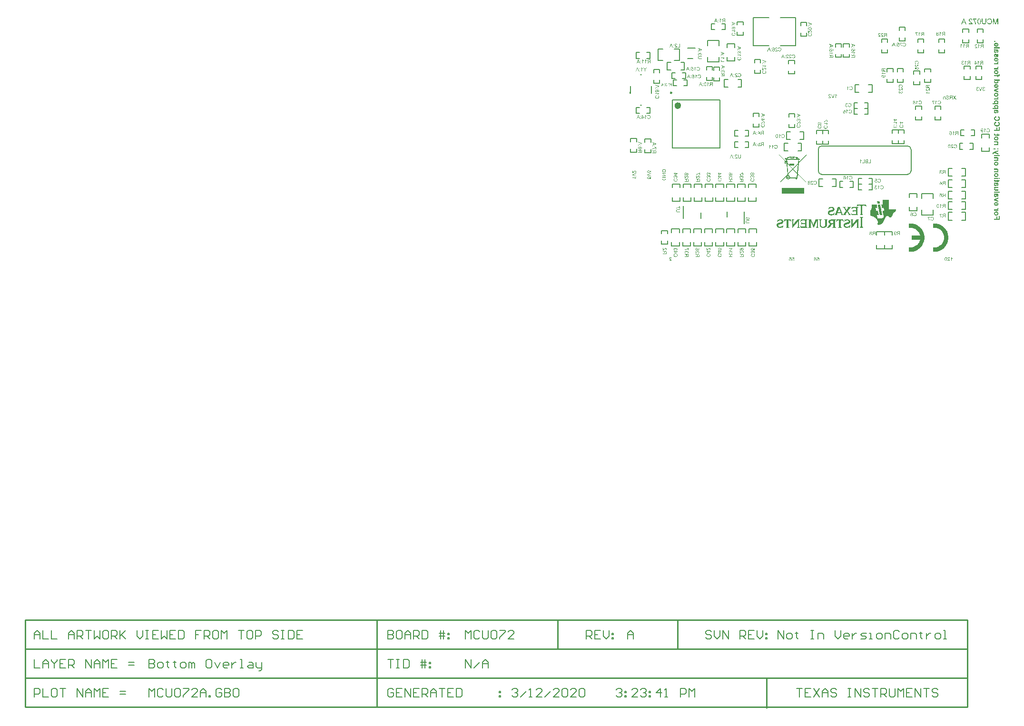
<source format=gbo>
G04*
G04 #@! TF.GenerationSoftware,Altium Limited,Altium Designer,18.1.9 (240)*
G04*
G04 Layer_Color=9218505*
%FSAX44Y44*%
%MOMM*%
G71*
G01*
G75*
%ADD11C,0.6000*%
%ADD12C,0.2500*%
%ADD13C,0.1778*%
%ADD14C,0.2000*%
%ADD15C,0.2032*%
%ADD24C,0.2540*%
%ADD83C,0.1270*%
%ADD97C,0.1900*%
%ADD98C,0.1375*%
%ADD99R,0.1500X0.3250*%
G36*
X01457650Y01079609D02*
X01457649Y01079609D01*
X01457650Y01079609D01*
X01457650Y01079609D01*
D02*
G37*
G36*
X01457641Y01079604D02*
X01457641Y01079604D01*
X01457641Y01079604D01*
X01457640Y01079604D01*
X01457640Y01079604D01*
X01457640Y01079604D01*
D01*
X01457640Y01079604D01*
X01457640Y01079604D01*
X01457640Y01079604D01*
X01457641Y01079604D01*
X01457641Y01079604D01*
X01457641Y01079604D01*
X01457640Y01079604D01*
X01457641Y01079604D01*
X01457641Y01079604D01*
X01457641Y01079605D01*
X01457643Y01079606D01*
X01457646Y01079607D01*
X01457648Y01079609D01*
X01457649Y01079609D01*
X01457649Y01079609D01*
X01457649Y01079609D01*
X01457649Y01079609D01*
X01457641Y01079604D01*
D02*
G37*
G36*
X01456443Y01078607D02*
X01456443Y01078606D01*
X01456443Y01078607D01*
X01456443Y01078607D01*
D02*
G37*
G36*
X01456443Y01078606D02*
X01456443Y01078606D01*
X01456443Y01078606D01*
X01456443Y01078606D01*
D02*
G37*
G36*
X01454995Y01073495D02*
X01455935Y01073495D01*
X01455736Y01075632D01*
X01455230D01*
Y01077103D01*
X01456138D01*
Y01077104D01*
X01456138Y01077107D01*
X01456138Y01077110D01*
X01456138Y01077112D01*
X01456139Y01077113D01*
X01456139D01*
X01456139Y01077114D01*
X01456431Y01078582D01*
Y01078582D01*
X01456431Y01078583D01*
X01456431Y01078582D01*
X01456431Y01078582D01*
X01456432Y01078586D01*
X01456434Y01078592D01*
X01456437Y01078598D01*
X01456440Y01078604D01*
X01456443Y01078606D01*
X01456432Y01078585D01*
X01456443Y01078607D01*
X01456443Y01078607D01*
Y01078607D01*
X01456690Y01078896D01*
X01456691Y01078897D01*
X01456691Y01078898D01*
X01456694Y01078900D01*
X01456696Y01078902D01*
X01456698Y01078904D01*
X01456699Y01078904D01*
Y01078905D01*
X01456699Y01078905D01*
X01456699Y01078905D01*
X01456700Y01078905D01*
X01456700Y01078905D01*
X01456700Y01078905D01*
Y01078905D01*
X01457640Y01079604D01*
X01457640Y01079604D01*
X01457650Y01079610D01*
X01457650Y01079610D01*
X01457650Y01079610D01*
X01457650Y01079610D01*
X01457649Y01079609D01*
X01457650Y01079609D01*
X01457650Y01079610D01*
X01457650Y01079610D01*
X01459191Y01080333D01*
X01459193Y01080334D01*
X01459192Y01080333D01*
X01459191Y01080333D01*
X01459191D01*
X01459192Y01080333D01*
X01459192Y01080333D01*
X01459193Y01080334D01*
X01459195Y01080335D01*
X01459197Y01080336D01*
X01459199Y01080336D01*
X01459200Y01080337D01*
Y01080337D01*
X01460970Y01080835D01*
X01460970Y01080835D01*
X01460972Y01080835D01*
X01460973Y01080836D01*
X01460974Y01080836D01*
X01460975Y01080836D01*
Y01080836D01*
X01462375Y01081090D01*
X01462375Y01081090D01*
X01462376Y01081091D01*
X01462377Y01081091D01*
X01462377Y01081091D01*
X01462377D01*
X01462377Y01081091D01*
X01462378Y01081091D01*
X01462378Y01081091D01*
X01462378D01*
X01462379Y01081091D01*
X01462847Y01081149D01*
X01462847Y01081149D01*
X01462847Y01081149D01*
X01462848Y01081149D01*
X01462848Y01081149D01*
D01*
X01462854Y01081149D01*
Y01081811D01*
X01469799D01*
Y01081252D01*
X01470108Y01081232D01*
X01471704Y01081068D01*
X01473310Y01080798D01*
X01473624Y01080725D01*
Y01080870D01*
X01476037D01*
X01476038Y01079990D01*
X01476047Y01079991D01*
X01476060Y01079986D01*
X01476060Y01079986D01*
X01476060D01*
X01476060D01*
X01476060D01*
X01476060Y01079985D01*
X01476060Y01079985D01*
X01476061Y01079985D01*
X01476294Y01079879D01*
X01476295Y01079879D01*
X01476295Y01079879D01*
X01476295Y01079879D01*
X01476296Y01079878D01*
X01476297Y01079878D01*
X01476298Y01079877D01*
X01476298Y01079877D01*
X01476298Y01079877D01*
X01476298Y01079877D01*
X01476299Y01079877D01*
X01476299Y01079877D01*
X01476299Y01079877D01*
X01476975Y01079500D01*
X01476976Y01079499D01*
X01476976Y01079499D01*
X01476977Y01079499D01*
X01476978Y01079498D01*
X01476980Y01079497D01*
X01476981Y01079496D01*
X01476982Y01079495D01*
X01477771Y01078913D01*
X01477772Y01078912D01*
X01477774Y01078911D01*
X01477776Y01078909D01*
X01477778Y01078907D01*
X01477778Y01078907D01*
X01477778Y01078907D01*
X01477778Y01078907D01*
X01477778Y01078907D01*
X01477778Y01078907D01*
X01477778Y01078907D01*
X01477779Y01078907D01*
X01477779Y01078906D01*
X01477779Y01078906D01*
X01477779Y01078906D01*
X01478420Y01078219D01*
X01478421Y01078218D01*
X01478421Y01078218D01*
X01478421Y01078217D01*
X01478423Y01078216D01*
X01478424Y01078214D01*
X01478425Y01078212D01*
X01478426Y01078211D01*
X01478427Y01078209D01*
X01478803Y01077620D01*
X01478804Y01077619D01*
X01478804Y01077618D01*
X01478805Y01077617D01*
X01478806Y01077615D01*
X01478807Y01077613D01*
X01478808Y01077612D01*
X01478899Y01077400D01*
X01478899Y01077400D01*
X01478910Y01077375D01*
X01478910Y01077375D01*
X01478911Y01077374D01*
X01478911Y01077374D01*
X01478911Y01077374D01*
X01478911Y01077373D01*
X01478911Y01077373D01*
X01478911Y01077372D01*
X01478911Y01077372D01*
X01478999Y01077142D01*
X01478999Y01077142D01*
X01478999Y01077141D01*
X01478999Y01077140D01*
X01479000Y01077139D01*
X01479000Y01077139D01*
X01479006Y01077119D01*
X01479006Y01077119D01*
X01479010Y01077106D01*
X01479009Y01077103D01*
X01480452D01*
Y01075632D01*
X01478824D01*
X01478465Y01071574D01*
X01492091Y01085924D01*
Y01084314D01*
X01478306Y01069773D01*
X01476682Y01051426D01*
X01491229Y01036623D01*
X01490400Y01035808D01*
X01476549Y01049917D01*
X01475975Y01043437D01*
X01475976Y01043437D01*
X01475975Y01043437D01*
X01475941Y01043356D01*
X01475856Y01043203D01*
X01475754Y01043061D01*
X01475637Y01042931D01*
X01475572Y01042872D01*
D01*
X01475406Y01042804D01*
X01475348Y01042796D01*
Y01040665D01*
X01472731D01*
Y01042795D01*
X01462341Y01042791D01*
Y01044203D01*
X01474624D01*
X01475229Y01051262D01*
X01467867Y01058761D01*
X01459545Y01049983D01*
X01459662Y01048733D01*
X01457971Y01047606D01*
X01458013Y01048367D01*
X01446247Y01035956D01*
X01445405Y01036756D01*
X01458112Y01050139D01*
X01456394Y01068570D01*
X01453177D01*
Y01073496D01*
X01453401Y01073496D01*
X01442596Y01084503D01*
Y01086113D01*
X01454995Y01073495D01*
D02*
G37*
G36*
X01487841Y01015836D02*
X01447841D01*
Y01025836D01*
X01487841D01*
Y01015836D01*
D02*
G37*
G36*
X01621782Y01001920D02*
X01621967D01*
Y01001735D01*
Y01001551D01*
Y01001366D01*
Y01001181D01*
Y01000997D01*
X01622151D01*
Y01000812D01*
Y01000627D01*
Y01000443D01*
Y01000258D01*
Y01000073D01*
X01622336D01*
Y00999889D01*
Y00999704D01*
Y00999520D01*
Y00999335D01*
Y00999150D01*
X01622521D01*
Y00998966D01*
Y00998781D01*
Y00998596D01*
Y00998411D01*
Y00998227D01*
X01622705D01*
Y00998042D01*
Y00997858D01*
X01618273D01*
Y00998042D01*
Y00998227D01*
Y00998411D01*
Y00998596D01*
X01618089D01*
Y00998781D01*
Y00998966D01*
Y00999150D01*
Y00999335D01*
Y00999520D01*
X01617904D01*
Y00999704D01*
Y00999889D01*
Y01000073D01*
Y01000258D01*
Y01000443D01*
X01617720D01*
Y01000627D01*
Y01000812D01*
Y01000997D01*
Y01001181D01*
Y01001366D01*
X01617535D01*
Y01001551D01*
Y01001735D01*
Y01001920D01*
Y01002105D01*
X01621782D01*
Y01001920D01*
D02*
G37*
G36*
X01597592Y00995826D02*
Y00995642D01*
X01597776D01*
Y00995457D01*
Y00995272D01*
Y00995088D01*
X01597961D01*
Y00994903D01*
Y00994718D01*
Y00994534D01*
X01598146D01*
Y00994349D01*
Y00994164D01*
Y00993980D01*
X01598330D01*
Y00993795D01*
Y00993610D01*
Y00993426D01*
X01598515D01*
Y00993241D01*
Y00993056D01*
X01598700D01*
Y00992872D01*
Y00992687D01*
Y00992503D01*
X01598515D01*
Y00992318D01*
X01598330D01*
Y00992503D01*
X01598146D01*
Y00992687D01*
X01597961D01*
Y00992872D01*
X01597776D01*
Y00993056D01*
X01597592D01*
Y00993241D01*
X01597222D01*
Y00993426D01*
X01597038D01*
Y00993610D01*
X01596484D01*
Y00993795D01*
X01595745D01*
Y00993980D01*
X01592052D01*
Y00993795D01*
X01591683D01*
Y00993610D01*
Y00993426D01*
Y00993241D01*
X01591498D01*
Y00993056D01*
Y00992872D01*
Y00992687D01*
Y00992503D01*
Y00992318D01*
Y00992133D01*
Y00991948D01*
Y00991764D01*
Y00991579D01*
Y00991395D01*
Y00991210D01*
Y00991025D01*
Y00990841D01*
Y00990656D01*
Y00990471D01*
Y00990287D01*
Y00990102D01*
Y00989917D01*
Y00989733D01*
Y00989548D01*
Y00989363D01*
Y00989179D01*
Y00988994D01*
Y00988809D01*
Y00988625D01*
Y00988440D01*
Y00988255D01*
Y00988071D01*
Y00987886D01*
Y00987701D01*
Y00987517D01*
Y00987332D01*
Y00987147D01*
Y00986963D01*
Y00986778D01*
Y00986593D01*
Y00986409D01*
Y00986224D01*
Y00986039D01*
Y00985855D01*
Y00985670D01*
Y00985486D01*
Y00985301D01*
Y00985116D01*
Y00984931D01*
Y00984747D01*
Y00984562D01*
Y00984378D01*
Y00984193D01*
Y00984008D01*
Y00983823D01*
Y00983639D01*
Y00983454D01*
Y00983270D01*
Y00983085D01*
Y00982900D01*
Y00982716D01*
Y00982531D01*
Y00982346D01*
Y00982162D01*
Y00981977D01*
Y00981792D01*
Y00981608D01*
Y00981423D01*
Y00981238D01*
Y00981054D01*
Y00980869D01*
Y00980684D01*
Y00980500D01*
Y00980315D01*
Y00980130D01*
Y00979946D01*
Y00979761D01*
Y00979576D01*
Y00979392D01*
Y00979207D01*
Y00979022D01*
X01591683D01*
Y00978838D01*
Y00978653D01*
Y00978468D01*
Y00978284D01*
X01591867D01*
Y00978099D01*
X01592052D01*
Y00977915D01*
X01592237D01*
Y00977730D01*
X01592606D01*
Y00977545D01*
X01592975D01*
Y00977361D01*
Y00977176D01*
Y00976991D01*
X01586697D01*
Y00977176D01*
Y00977361D01*
Y00977545D01*
X01587066D01*
Y00977730D01*
X01587436D01*
Y00977915D01*
X01587620D01*
Y00978099D01*
X01587805D01*
Y00978284D01*
X01587990D01*
Y00978468D01*
Y00978653D01*
Y00978838D01*
X01588174D01*
Y00979022D01*
Y00979207D01*
Y00979392D01*
Y00979576D01*
Y00979761D01*
Y00979946D01*
Y00980130D01*
Y00980315D01*
Y00980500D01*
Y00980684D01*
Y00980869D01*
Y00981054D01*
Y00981238D01*
Y00981423D01*
Y00981608D01*
Y00981792D01*
Y00981977D01*
Y00982162D01*
Y00982346D01*
Y00982531D01*
Y00982716D01*
Y00982900D01*
Y00983085D01*
Y00983270D01*
Y00983454D01*
Y00983639D01*
Y00983823D01*
Y00984008D01*
Y00984193D01*
Y00984378D01*
Y00984562D01*
Y00984747D01*
Y00984931D01*
Y00985116D01*
Y00985301D01*
Y00985486D01*
Y00985670D01*
Y00985855D01*
Y00986039D01*
Y00986224D01*
Y00986409D01*
Y00986593D01*
Y00986778D01*
Y00986963D01*
Y00987147D01*
Y00987332D01*
Y00987517D01*
Y00987701D01*
Y00987886D01*
Y00988071D01*
Y00988255D01*
Y00988440D01*
Y00988625D01*
Y00988809D01*
Y00988994D01*
Y00989179D01*
Y00989363D01*
Y00989548D01*
Y00989733D01*
Y00989917D01*
Y00990102D01*
Y00990287D01*
Y00990471D01*
Y00990656D01*
Y00990841D01*
Y00991025D01*
Y00991210D01*
Y00991395D01*
Y00991579D01*
Y00991764D01*
Y00991948D01*
Y00992133D01*
Y00992318D01*
Y00992503D01*
Y00992687D01*
Y00992872D01*
Y00993056D01*
Y00993241D01*
Y00993426D01*
X01587990D01*
Y00993610D01*
Y00993795D01*
X01587805D01*
Y00993980D01*
X01583927D01*
Y00993795D01*
X01583188D01*
Y00993610D01*
X01582634D01*
Y00993426D01*
X01582450D01*
Y00993241D01*
X01582081D01*
Y00993056D01*
X01581896D01*
Y00992872D01*
X01581711D01*
Y00992687D01*
X01581527D01*
Y00992503D01*
Y00992318D01*
X01581157D01*
Y00992503D01*
X01580973D01*
Y00992687D01*
X01581157D01*
Y00992872D01*
Y00993056D01*
Y00993241D01*
X01581342D01*
Y00993426D01*
Y00993610D01*
Y00993795D01*
X01581527D01*
Y00993980D01*
Y00994164D01*
Y00994349D01*
X01581711D01*
Y00994534D01*
Y00994718D01*
Y00994903D01*
X01581896D01*
Y00995088D01*
Y00995272D01*
Y00995457D01*
X01582081D01*
Y00995642D01*
Y00995826D01*
Y00996011D01*
X01597592D01*
Y00995826D01*
D02*
G37*
G36*
X01537578Y00991579D02*
X01538501D01*
Y00991395D01*
X01539055D01*
Y00991210D01*
X01539424D01*
Y00991025D01*
X01539794D01*
Y00990841D01*
X01539978D01*
Y00990656D01*
X01540163D01*
Y00990471D01*
X01540348D01*
Y00990287D01*
X01540533D01*
Y00990102D01*
X01540717D01*
Y00989917D01*
X01540902D01*
Y00989733D01*
X01541086D01*
Y00989548D01*
Y00989363D01*
X01541271D01*
Y00989179D01*
Y00988994D01*
X01541456D01*
Y00988809D01*
Y00988625D01*
Y00988440D01*
Y00988255D01*
X01541640D01*
Y00988071D01*
Y00987886D01*
Y00987701D01*
Y00987517D01*
Y00987332D01*
Y00987147D01*
Y00986963D01*
Y00986778D01*
X01541456D01*
Y00986593D01*
Y00986409D01*
Y00986224D01*
Y00986039D01*
X01541271D01*
Y00985855D01*
Y00985670D01*
X01541086D01*
Y00985486D01*
Y00985301D01*
X01540902D01*
Y00985116D01*
X01540717D01*
Y00984931D01*
Y00984747D01*
X01540348D01*
Y00984562D01*
X01540163D01*
Y00984378D01*
X01539978D01*
Y00984193D01*
X01539609D01*
Y00984008D01*
X01539240D01*
Y00983823D01*
X01538871D01*
Y00983639D01*
X01538317D01*
Y00983454D01*
X01537578D01*
Y00983270D01*
X01536839D01*
Y00983085D01*
X01535916D01*
Y00982900D01*
X01535177D01*
Y00982716D01*
X01534439D01*
Y00982531D01*
X01533885D01*
Y00982346D01*
X01533515D01*
Y00982162D01*
X01533331D01*
Y00981977D01*
X01533146D01*
Y00981792D01*
X01532961D01*
Y00981608D01*
Y00981423D01*
Y00981238D01*
X01532777D01*
Y00981054D01*
Y00980869D01*
Y00980684D01*
Y00980500D01*
Y00980315D01*
X01532961D01*
Y00980130D01*
Y00979946D01*
Y00979761D01*
X01533146D01*
Y00979576D01*
X01533331D01*
Y00979392D01*
X01533515D01*
Y00979207D01*
X01533700D01*
Y00979022D01*
X01534069D01*
Y00978838D01*
X01534623D01*
Y00978653D01*
X01537209D01*
Y00978838D01*
X01537947D01*
Y00979022D01*
X01538317D01*
Y00979207D01*
X01538871D01*
Y00979392D01*
X01539055D01*
Y00979576D01*
X01539424D01*
Y00979761D01*
X01539794D01*
Y00979946D01*
X01539978D01*
Y00980130D01*
X01540163D01*
Y00980315D01*
X01540348D01*
Y00980500D01*
X01540533D01*
Y00980684D01*
X01540717D01*
Y00980869D01*
X01540902D01*
Y00981054D01*
X01541086D01*
Y00981238D01*
X01541271D01*
Y00981423D01*
X01541456D01*
Y00981608D01*
X01541825D01*
Y00981423D01*
X01542010D01*
Y00981238D01*
Y00981054D01*
X01541825D01*
Y00980869D01*
Y00980684D01*
Y00980500D01*
X01541640D01*
Y00980315D01*
Y00980130D01*
Y00979946D01*
Y00979761D01*
X01541456D01*
Y00979576D01*
Y00979392D01*
Y00979207D01*
Y00979022D01*
X01541271D01*
Y00978838D01*
Y00978653D01*
Y00978468D01*
Y00978284D01*
X01541086D01*
Y00978099D01*
Y00977915D01*
Y00977730D01*
X01540902D01*
Y00977545D01*
Y00977361D01*
Y00977176D01*
Y00976991D01*
X01539978D01*
Y00977176D01*
Y00977361D01*
Y00977545D01*
X01539794D01*
Y00977730D01*
X01539424D01*
Y00977545D01*
X01539055D01*
Y00977361D01*
X01538686D01*
Y00977176D01*
X01538132D01*
Y00976991D01*
X01537393D01*
Y00976806D01*
X01534069D01*
Y00976991D01*
X01533331D01*
Y00977176D01*
X01532777D01*
Y00977361D01*
X01532408D01*
Y00977545D01*
X01532038D01*
Y00977730D01*
X01531669D01*
Y00977915D01*
X01531484D01*
Y00978099D01*
X01531300D01*
Y00978284D01*
X01531115D01*
Y00978468D01*
X01530930D01*
Y00978653D01*
X01530746D01*
Y00978838D01*
X01530561D01*
Y00979022D01*
Y00979207D01*
X01530376D01*
Y00979392D01*
Y00979576D01*
X01530192D01*
Y00979761D01*
Y00979946D01*
Y00980130D01*
X01530007D01*
Y00980315D01*
Y00980500D01*
Y00980684D01*
Y00980869D01*
Y00981054D01*
Y00981238D01*
Y00981423D01*
Y00981608D01*
Y00981792D01*
Y00981977D01*
Y00982162D01*
Y00982346D01*
Y00982531D01*
Y00982716D01*
X01530192D01*
Y00982900D01*
Y00983085D01*
Y00983270D01*
X01530376D01*
Y00983454D01*
Y00983639D01*
X01530561D01*
Y00983823D01*
Y00984008D01*
X01530746D01*
Y00984193D01*
X01530930D01*
Y00984378D01*
X01531115D01*
Y00984562D01*
X01531300D01*
Y00984747D01*
X01531669D01*
Y00984931D01*
X01532038D01*
Y00985116D01*
X01532408D01*
Y00985301D01*
X01532777D01*
Y00985486D01*
X01533331D01*
Y00985670D01*
X01534069D01*
Y00985855D01*
X01534808D01*
Y00986039D01*
X01535731D01*
Y00986224D01*
X01536470D01*
Y00986409D01*
X01537209D01*
Y00986593D01*
X01537763D01*
Y00986778D01*
X01538317D01*
Y00986963D01*
X01538501D01*
Y00987147D01*
X01538686D01*
Y00987332D01*
X01538871D01*
Y00987517D01*
Y00987701D01*
Y00987886D01*
Y00988071D01*
Y00988255D01*
Y00988440D01*
Y00988625D01*
Y00988809D01*
X01538686D01*
Y00988994D01*
Y00989179D01*
X01538501D01*
Y00989363D01*
X01538132D01*
Y00989548D01*
X01537763D01*
Y00989733D01*
X01537024D01*
Y00989917D01*
X01535362D01*
Y00989733D01*
X01534623D01*
Y00989548D01*
X01534069D01*
Y00989363D01*
X01533515D01*
Y00989179D01*
X01533146D01*
Y00988994D01*
X01532961D01*
Y00988809D01*
X01532592D01*
Y00988625D01*
X01532408D01*
Y00988440D01*
X01532223D01*
Y00988255D01*
X01532038D01*
Y00988071D01*
X01531854D01*
Y00987886D01*
X01531669D01*
Y00987701D01*
X01531484D01*
Y00987517D01*
X01531115D01*
Y00987701D01*
X01530930D01*
Y00987886D01*
Y00988071D01*
X01531115D01*
Y00988255D01*
Y00988440D01*
Y00988625D01*
Y00988809D01*
X01531300D01*
Y00988994D01*
Y00989179D01*
Y00989363D01*
X01531484D01*
Y00989548D01*
Y00989733D01*
Y00989917D01*
Y00990102D01*
X01531669D01*
Y00990287D01*
Y00990471D01*
Y00990656D01*
X01531854D01*
Y00990841D01*
Y00991025D01*
Y00991210D01*
Y00991395D01*
X01532038D01*
Y00991579D01*
X01532777D01*
Y00991395D01*
Y00991210D01*
Y00991025D01*
X01532961D01*
Y00990841D01*
X01533146D01*
Y00991025D01*
X01533515D01*
Y00991210D01*
X01533885D01*
Y00991395D01*
X01534439D01*
Y00991579D01*
X01535177D01*
Y00991764D01*
X01537578D01*
Y00991579D01*
D02*
G37*
G36*
X01571370Y00991395D02*
Y00991210D01*
Y00991025D01*
X01571001D01*
Y00990841D01*
X01570632D01*
Y00990656D01*
X01570262D01*
Y00990471D01*
X01570078D01*
Y00990287D01*
X01569893D01*
Y00990102D01*
X01569708D01*
Y00989917D01*
X01569524D01*
Y00989733D01*
X01569339D01*
Y00989548D01*
X01569155D01*
Y00989363D01*
Y00989179D01*
X01568970D01*
Y00988994D01*
X01568785D01*
Y00988809D01*
Y00988625D01*
X01568600D01*
Y00988440D01*
X01568416D01*
Y00988255D01*
X01568231D01*
Y00988071D01*
Y00987886D01*
X01568047D01*
Y00987701D01*
X01567862D01*
Y00987517D01*
Y00987332D01*
X01567677D01*
Y00987147D01*
X01567493D01*
Y00986963D01*
X01567308D01*
Y00986778D01*
Y00986593D01*
X01567123D01*
Y00986409D01*
X01566939D01*
Y00986224D01*
Y00986039D01*
X01566754D01*
Y00985855D01*
X01566569D01*
Y00985670D01*
Y00985486D01*
X01566385D01*
Y00985301D01*
X01566200D01*
Y00985116D01*
X01566015D01*
Y00984931D01*
Y00984747D01*
X01565831D01*
Y00984562D01*
X01565646D01*
Y00984378D01*
Y00984193D01*
Y00984008D01*
X01565831D01*
Y00983823D01*
Y00983639D01*
X01566015D01*
Y00983454D01*
X01566200D01*
Y00983270D01*
X01566385D01*
Y00983085D01*
Y00982900D01*
X01566569D01*
Y00982716D01*
X01566754D01*
Y00982531D01*
Y00982346D01*
X01566939D01*
Y00982162D01*
X01567123D01*
Y00981977D01*
Y00981792D01*
X01567308D01*
Y00981608D01*
X01567493D01*
Y00981423D01*
X01567677D01*
Y00981238D01*
Y00981054D01*
X01567862D01*
Y00980869D01*
X01568047D01*
Y00980684D01*
Y00980500D01*
X01568231D01*
Y00980315D01*
X01568416D01*
Y00980130D01*
X01568600D01*
Y00979946D01*
Y00979761D01*
X01568785D01*
Y00979576D01*
X01568970D01*
Y00979392D01*
Y00979207D01*
X01569155D01*
Y00979022D01*
X01569339D01*
Y00978838D01*
X01569524D01*
Y00978653D01*
X01569708D01*
Y00978468D01*
X01569893D01*
Y00978284D01*
X01570078D01*
Y00978099D01*
X01570262D01*
Y00977915D01*
X01570632D01*
Y00977730D01*
X01571186D01*
Y00977545D01*
X01571555D01*
Y00977361D01*
Y00977176D01*
Y00976991D01*
X01566015D01*
Y00977176D01*
Y00977361D01*
Y00977545D01*
X01566569D01*
Y00977730D01*
X01566939D01*
Y00977915D01*
X01567123D01*
Y00978099D01*
Y00978284D01*
Y00978468D01*
Y00978653D01*
Y00978838D01*
X01566939D01*
Y00979022D01*
Y00979207D01*
X01566754D01*
Y00979392D01*
X01566569D01*
Y00979576D01*
Y00979761D01*
X01566385D01*
Y00979946D01*
Y00980130D01*
X01566200D01*
Y00980315D01*
X01566015D01*
Y00980500D01*
Y00980684D01*
X01565831D01*
Y00980869D01*
X01565646D01*
Y00981054D01*
Y00981238D01*
X01565461D01*
Y00981423D01*
X01565277D01*
Y00981608D01*
Y00981792D01*
X01565092D01*
Y00981977D01*
X01564907D01*
Y00982162D01*
Y00982346D01*
X01564723D01*
Y00982531D01*
Y00982716D01*
X01564538D01*
Y00982900D01*
X01564353D01*
Y00982716D01*
Y00982531D01*
X01564169D01*
Y00982346D01*
X01563984D01*
Y00982162D01*
Y00981977D01*
X01563799D01*
Y00981792D01*
X01563615D01*
Y00981608D01*
X01563430D01*
Y00981423D01*
Y00981238D01*
X01563245D01*
Y00981054D01*
X01563061D01*
Y00980869D01*
Y00980684D01*
X01562876D01*
Y00980500D01*
X01562691D01*
Y00980315D01*
Y00980130D01*
X01562507D01*
Y00979946D01*
X01562322D01*
Y00979761D01*
Y00979576D01*
X01562137D01*
Y00979392D01*
X01561953D01*
Y00979207D01*
X01561768D01*
Y00979022D01*
Y00978838D01*
X01561584D01*
Y00978653D01*
Y00978468D01*
Y00978284D01*
Y00978099D01*
X01561768D01*
Y00977915D01*
X01561953D01*
Y00977730D01*
X01562322D01*
Y00977545D01*
X01562876D01*
Y00977361D01*
Y00977176D01*
Y00976991D01*
X01552905D01*
Y00977176D01*
Y00977361D01*
Y00977545D01*
X01553459D01*
Y00977730D01*
X01553828D01*
Y00977915D01*
X01554012D01*
Y00978099D01*
Y00978284D01*
Y00978468D01*
Y00978653D01*
Y00978838D01*
Y00979022D01*
X01553828D01*
Y00979207D01*
Y00979392D01*
Y00979576D01*
X01553643D01*
Y00979761D01*
Y00979946D01*
Y00980130D01*
X01553459D01*
Y00980315D01*
Y00980500D01*
X01553274D01*
Y00980684D01*
Y00980869D01*
Y00981054D01*
X01547180D01*
Y00980869D01*
Y00980684D01*
Y00980500D01*
X01546996D01*
Y00980315D01*
Y00980130D01*
Y00979946D01*
X01546811D01*
Y00979761D01*
Y00979576D01*
X01546626D01*
Y00979392D01*
Y00979207D01*
Y00979022D01*
X01546441D01*
Y00978838D01*
Y00978653D01*
Y00978468D01*
Y00978284D01*
Y00978099D01*
X01546626D01*
Y00977915D01*
X01546811D01*
Y00977730D01*
X01546996D01*
Y00977545D01*
X01547549D01*
Y00977361D01*
Y00977176D01*
Y00976991D01*
X01541456D01*
Y00977176D01*
Y00977361D01*
Y00977545D01*
X01541640D01*
Y00977730D01*
X01542010D01*
Y00977915D01*
X01542194D01*
Y00978099D01*
X01542379D01*
Y00978284D01*
X01542564D01*
Y00978468D01*
X01542748D01*
Y00978653D01*
X01542933D01*
Y00978838D01*
Y00979022D01*
X01543118D01*
Y00979207D01*
Y00979392D01*
Y00979576D01*
X01543302D01*
Y00979761D01*
Y00979946D01*
X01543487D01*
Y00980130D01*
Y00980315D01*
Y00980500D01*
X01543672D01*
Y00980684D01*
Y00980869D01*
Y00981054D01*
X01543856D01*
Y00981238D01*
Y00981423D01*
X01544041D01*
Y00981608D01*
Y00981792D01*
Y00981977D01*
X01544226D01*
Y00982162D01*
Y00982346D01*
X01544410D01*
Y00982531D01*
Y00982716D01*
Y00982900D01*
X01544595D01*
Y00983085D01*
Y00983270D01*
Y00983454D01*
X01544780D01*
Y00983639D01*
Y00983823D01*
X01544964D01*
Y00984008D01*
Y00984193D01*
Y00984378D01*
X01545149D01*
Y00984562D01*
Y00984747D01*
Y00984931D01*
X01545334D01*
Y00985116D01*
Y00985301D01*
X01545518D01*
Y00985486D01*
Y00985670D01*
Y00985855D01*
X01545703D01*
Y00986039D01*
Y00986224D01*
X01545888D01*
Y00986409D01*
Y00986593D01*
Y00986778D01*
X01546072D01*
Y00986963D01*
Y00987147D01*
Y00987332D01*
X01546257D01*
Y00987517D01*
Y00987701D01*
X01546441D01*
Y00987886D01*
Y00988071D01*
Y00988255D01*
X01546626D01*
Y00988440D01*
Y00988625D01*
Y00988809D01*
X01546811D01*
Y00988994D01*
Y00989179D01*
X01546996D01*
Y00989363D01*
Y00989548D01*
Y00989733D01*
X01547180D01*
Y00989917D01*
Y00990102D01*
X01547365D01*
Y00990287D01*
Y00990471D01*
Y00990656D01*
X01547549D01*
Y00990841D01*
Y00991025D01*
Y00991210D01*
X01547734D01*
Y00991395D01*
Y00991579D01*
X01551058D01*
Y00991395D01*
X01551243D01*
Y00991210D01*
Y00991025D01*
Y00990841D01*
X01551427D01*
Y00990656D01*
Y00990471D01*
X01551612D01*
Y00990287D01*
Y00990102D01*
Y00989917D01*
X01551797D01*
Y00989733D01*
Y00989548D01*
Y00989363D01*
X01551981D01*
Y00989179D01*
Y00988994D01*
X01552166D01*
Y00988809D01*
Y00988625D01*
Y00988440D01*
X01552351D01*
Y00988255D01*
Y00988071D01*
X01552535D01*
Y00987886D01*
Y00987701D01*
Y00987517D01*
X01552720D01*
Y00987332D01*
Y00987147D01*
X01552905D01*
Y00986963D01*
Y00986778D01*
Y00986593D01*
X01553089D01*
Y00986409D01*
Y00986224D01*
X01553274D01*
Y00986039D01*
Y00985855D01*
Y00985670D01*
X01553459D01*
Y00985486D01*
Y00985301D01*
X01553643D01*
Y00985116D01*
Y00984931D01*
Y00984747D01*
X01553828D01*
Y00984562D01*
Y00984378D01*
Y00984193D01*
X01554012D01*
Y00984008D01*
Y00983823D01*
X01554197D01*
Y00983639D01*
Y00983454D01*
Y00983270D01*
X01554382D01*
Y00983085D01*
Y00982900D01*
X01554566D01*
Y00982716D01*
Y00982531D01*
Y00982346D01*
X01554751D01*
Y00982162D01*
Y00981977D01*
X01554936D01*
Y00981792D01*
Y00981608D01*
Y00981423D01*
X01555121D01*
Y00981238D01*
Y00981054D01*
X01555305D01*
Y00980869D01*
Y00980684D01*
Y00980500D01*
X01555490D01*
Y00980315D01*
Y00980130D01*
Y00979946D01*
X01555674D01*
Y00979761D01*
Y00979576D01*
X01555859D01*
Y00979392D01*
Y00979207D01*
X01556044D01*
Y00979022D01*
Y00978838D01*
X01556228D01*
Y00978653D01*
X01556413D01*
Y00978468D01*
Y00978284D01*
X01556598D01*
Y00978099D01*
X01556782D01*
Y00977915D01*
X01557152D01*
Y00978099D01*
X01557336D01*
Y00978284D01*
X01557521D01*
Y00978468D01*
X01557706D01*
Y00978653D01*
X01557890D01*
Y00978838D01*
Y00979022D01*
X01558075D01*
Y00979207D01*
X01558260D01*
Y00979392D01*
X01558444D01*
Y00979576D01*
Y00979761D01*
X01558629D01*
Y00979946D01*
X01558814D01*
Y00980130D01*
Y00980315D01*
X01558998D01*
Y00980500D01*
X01559183D01*
Y00980684D01*
X01559368D01*
Y00980869D01*
Y00981054D01*
X01559552D01*
Y00981238D01*
X01559737D01*
Y00981423D01*
Y00981608D01*
X01559922D01*
Y00981792D01*
X01560106D01*
Y00981977D01*
Y00982162D01*
X01560291D01*
Y00982346D01*
X01560475D01*
Y00982531D01*
X01560660D01*
Y00982716D01*
Y00982900D01*
X01560845D01*
Y00983085D01*
X01561030D01*
Y00983270D01*
Y00983454D01*
X01561214D01*
Y00983639D01*
X01561399D01*
Y00983823D01*
X01561584D01*
Y00984008D01*
Y00984193D01*
X01561768D01*
Y00984378D01*
X01561953D01*
Y00984562D01*
Y00984747D01*
X01562137D01*
Y00984931D01*
X01561953D01*
Y00985116D01*
X01561768D01*
Y00985301D01*
X01561584D01*
Y00985486D01*
Y00985670D01*
X01561399D01*
Y00985855D01*
X01561214D01*
Y00986039D01*
Y00986224D01*
X01561030D01*
Y00986409D01*
X01560845D01*
Y00986593D01*
X01560660D01*
Y00986778D01*
Y00986963D01*
X01560475D01*
Y00987147D01*
X01560291D01*
Y00987332D01*
Y00987517D01*
X01560106D01*
Y00987701D01*
X01559922D01*
Y00987886D01*
Y00988071D01*
X01559737D01*
Y00988255D01*
X01559552D01*
Y00988440D01*
X01559368D01*
Y00988625D01*
Y00988809D01*
X01559183D01*
Y00988994D01*
X01558998D01*
Y00989179D01*
Y00989363D01*
X01558814D01*
Y00989548D01*
X01558629D01*
Y00989733D01*
X01558444D01*
Y00989917D01*
X01558260D01*
Y00990102D01*
X01558075D01*
Y00990287D01*
X01557890D01*
Y00990471D01*
X01557706D01*
Y00990656D01*
X01557336D01*
Y00990841D01*
X01556782D01*
Y00991025D01*
X01556598D01*
Y00991210D01*
Y00991395D01*
Y00991579D01*
X01561768D01*
Y00991395D01*
Y00991210D01*
Y00991025D01*
X01561214D01*
Y00990841D01*
X01560845D01*
Y00990656D01*
X01560660D01*
Y00990471D01*
Y00990287D01*
Y00990102D01*
Y00989917D01*
Y00989733D01*
X01560845D01*
Y00989548D01*
X01561030D01*
Y00989363D01*
Y00989179D01*
X01561214D01*
Y00988994D01*
X01561399D01*
Y00988809D01*
Y00988625D01*
X01561584D01*
Y00988440D01*
X01561768D01*
Y00988255D01*
Y00988071D01*
X01561953D01*
Y00987886D01*
X01562137D01*
Y00987701D01*
Y00987517D01*
X01562322D01*
Y00987332D01*
X01562507D01*
Y00987147D01*
Y00986963D01*
X01562691D01*
Y00986778D01*
X01562876D01*
Y00986593D01*
Y00986409D01*
X01563061D01*
Y00986224D01*
X01563245D01*
Y00986409D01*
X01563430D01*
Y00986593D01*
X01563615D01*
Y00986778D01*
Y00986963D01*
X01563799D01*
Y00987147D01*
X01563984D01*
Y00987332D01*
Y00987517D01*
X01564169D01*
Y00987701D01*
X01564353D01*
Y00987886D01*
Y00988071D01*
X01564538D01*
Y00988255D01*
X01564723D01*
Y00988440D01*
Y00988625D01*
X01564907D01*
Y00988809D01*
X01565092D01*
Y00988994D01*
Y00989179D01*
X01565277D01*
Y00989363D01*
Y00989548D01*
X01565461D01*
Y00989733D01*
Y00989917D01*
X01565646D01*
Y00990102D01*
Y00990287D01*
X01565461D01*
Y00990471D01*
Y00990656D01*
X01565277D01*
Y00990841D01*
X01564907D01*
Y00991025D01*
X01564538D01*
Y00991210D01*
Y00991395D01*
Y00991579D01*
X01571370D01*
Y00991395D01*
D02*
G37*
G36*
X01584481D02*
Y00991210D01*
Y00991025D01*
X01584112D01*
Y00990841D01*
X01583558D01*
Y00990656D01*
X01583373D01*
Y00990471D01*
X01583188D01*
Y00990287D01*
Y00990102D01*
X01583004D01*
Y00989917D01*
Y00989733D01*
Y00989548D01*
Y00989363D01*
Y00989179D01*
Y00988994D01*
Y00988809D01*
Y00988625D01*
Y00988440D01*
Y00988255D01*
Y00988071D01*
Y00987886D01*
Y00987701D01*
Y00987517D01*
Y00987332D01*
Y00987147D01*
Y00986963D01*
Y00986778D01*
Y00986593D01*
Y00986409D01*
Y00986224D01*
Y00986039D01*
Y00985855D01*
Y00985670D01*
Y00985486D01*
Y00985301D01*
Y00985116D01*
Y00984931D01*
Y00984747D01*
Y00984562D01*
Y00984378D01*
Y00984193D01*
Y00984008D01*
Y00983823D01*
Y00983639D01*
Y00983454D01*
Y00983270D01*
Y00983085D01*
Y00982900D01*
Y00982716D01*
Y00982531D01*
Y00982346D01*
Y00982162D01*
Y00981977D01*
Y00981792D01*
Y00981608D01*
Y00981423D01*
Y00981238D01*
Y00981054D01*
Y00980869D01*
Y00980684D01*
Y00980500D01*
Y00980315D01*
Y00980130D01*
Y00979946D01*
Y00979761D01*
Y00979576D01*
Y00979392D01*
Y00979207D01*
Y00979022D01*
Y00978838D01*
Y00978653D01*
Y00978468D01*
X01583188D01*
Y00978284D01*
Y00978099D01*
X01583373D01*
Y00977915D01*
X01583558D01*
Y00977730D01*
X01583927D01*
Y00977545D01*
X01584481D01*
Y00977361D01*
Y00977176D01*
Y00976991D01*
X01572478D01*
Y00977176D01*
Y00977361D01*
X01572294D01*
Y00977545D01*
Y00977730D01*
X01572109D01*
Y00977915D01*
Y00978099D01*
Y00978284D01*
X01571924D01*
Y00978468D01*
Y00978653D01*
X01571740D01*
Y00978838D01*
Y00979022D01*
Y00979207D01*
X01571555D01*
Y00979392D01*
Y00979576D01*
X01571370D01*
Y00979761D01*
Y00979946D01*
Y00980130D01*
X01571186D01*
Y00980315D01*
Y00980500D01*
X01571370D01*
Y00980684D01*
X01571555D01*
Y00980500D01*
X01571740D01*
Y00980315D01*
X01571924D01*
Y00980130D01*
X01572109D01*
Y00979946D01*
X01572294D01*
Y00979761D01*
X01572478D01*
Y00979576D01*
X01572848D01*
Y00979392D01*
X01573032D01*
Y00979207D01*
X01573402D01*
Y00979022D01*
X01573956D01*
Y00978838D01*
X01575248D01*
Y00978653D01*
X01579126D01*
Y00978838D01*
X01579680D01*
Y00979022D01*
Y00979207D01*
X01579865D01*
Y00979392D01*
Y00979576D01*
Y00979761D01*
Y00979946D01*
Y00980130D01*
Y00980315D01*
Y00980500D01*
Y00980684D01*
Y00980869D01*
Y00981054D01*
Y00981238D01*
Y00981423D01*
Y00981608D01*
Y00981792D01*
Y00981977D01*
Y00982162D01*
Y00982346D01*
Y00982531D01*
Y00982716D01*
Y00982900D01*
Y00983085D01*
Y00983270D01*
Y00983454D01*
Y00983639D01*
Y00983823D01*
X01575433D01*
Y00983639D01*
X01574879D01*
Y00983454D01*
X01574694D01*
Y00983270D01*
X01574510D01*
Y00983085D01*
X01574325D01*
Y00982900D01*
Y00982716D01*
Y00982531D01*
X01573771D01*
Y00982716D01*
Y00982900D01*
Y00983085D01*
Y00983270D01*
Y00983454D01*
Y00983639D01*
Y00983823D01*
Y00984008D01*
Y00984193D01*
Y00984378D01*
Y00984562D01*
Y00984747D01*
Y00984931D01*
Y00985116D01*
Y00985301D01*
Y00985486D01*
Y00985670D01*
Y00985855D01*
Y00986039D01*
Y00986224D01*
Y00986409D01*
Y00986593D01*
X01574325D01*
Y00986409D01*
Y00986224D01*
X01574510D01*
Y00986039D01*
Y00985855D01*
X01574694D01*
Y00985670D01*
X01575063D01*
Y00985486D01*
X01579865D01*
Y00985670D01*
Y00985855D01*
Y00986039D01*
Y00986224D01*
Y00986409D01*
Y00986593D01*
Y00986778D01*
Y00986963D01*
Y00987147D01*
Y00987332D01*
Y00987517D01*
Y00987701D01*
Y00987886D01*
Y00988071D01*
Y00988255D01*
Y00988440D01*
Y00988625D01*
Y00988809D01*
Y00988994D01*
Y00989179D01*
Y00989363D01*
X01579680D01*
Y00989548D01*
X01579495D01*
Y00989733D01*
X01574694D01*
Y00989548D01*
X01574140D01*
Y00989363D01*
X01573771D01*
Y00989179D01*
X01573402D01*
Y00988994D01*
X01573217D01*
Y00988809D01*
X01573032D01*
Y00988625D01*
X01572848D01*
Y00988440D01*
X01572663D01*
Y00988255D01*
X01572478D01*
Y00988071D01*
X01571924D01*
Y00988255D01*
Y00988440D01*
Y00988625D01*
Y00988809D01*
X01572109D01*
Y00988994D01*
Y00989179D01*
X01572294D01*
Y00989363D01*
Y00989548D01*
Y00989733D01*
X01572478D01*
Y00989917D01*
Y00990102D01*
Y00990287D01*
X01572663D01*
Y00990471D01*
Y00990656D01*
Y00990841D01*
X01572848D01*
Y00991025D01*
Y00991210D01*
X01573032D01*
Y00991395D01*
Y00991579D01*
X01584481D01*
Y00991395D01*
D02*
G37*
G36*
X01623075Y00995826D02*
Y00995642D01*
Y00995457D01*
Y00995272D01*
X01623259D01*
Y00995088D01*
Y00994903D01*
Y00994718D01*
Y00994534D01*
Y00994349D01*
X01623444D01*
Y00994164D01*
Y00993980D01*
Y00993795D01*
Y00993610D01*
Y00993426D01*
X01623629D01*
Y00993241D01*
Y00993056D01*
Y00992872D01*
Y00992687D01*
Y00992503D01*
X01623813D01*
Y00992318D01*
Y00992133D01*
Y00991948D01*
Y00991764D01*
Y00991579D01*
X01623998D01*
Y00991395D01*
Y00991210D01*
Y00991025D01*
Y00990841D01*
Y00990656D01*
X01624183D01*
Y00990471D01*
Y00990287D01*
Y00990102D01*
Y00989917D01*
Y00989733D01*
X01624367D01*
Y00989548D01*
Y00989363D01*
Y00989179D01*
Y00988994D01*
Y00988809D01*
X01624552D01*
Y00988625D01*
Y00988440D01*
Y00988255D01*
Y00988071D01*
Y00987886D01*
X01624736D01*
Y00987701D01*
Y00987517D01*
Y00987332D01*
Y00987147D01*
Y00986963D01*
X01624921D01*
Y00986778D01*
Y00986593D01*
Y00986409D01*
Y00986224D01*
Y00986039D01*
X01625106D01*
Y00985855D01*
Y00985670D01*
Y00985486D01*
Y00985301D01*
Y00985116D01*
X01625291D01*
Y00984931D01*
Y00984747D01*
Y00984562D01*
Y00984378D01*
Y00984193D01*
X01625475D01*
Y00984008D01*
Y00983823D01*
Y00983639D01*
Y00983454D01*
Y00983270D01*
X01625660D01*
Y00983085D01*
Y00982900D01*
Y00982716D01*
Y00982531D01*
Y00982346D01*
X01625845D01*
Y00982162D01*
Y00981977D01*
Y00981792D01*
Y00981608D01*
Y00981423D01*
X01626029D01*
Y00981238D01*
Y00981054D01*
Y00980869D01*
Y00980684D01*
Y00980500D01*
X01626214D01*
Y00980315D01*
Y00980130D01*
Y00979946D01*
Y00979761D01*
Y00979576D01*
X01626398D01*
Y00979392D01*
Y00979207D01*
Y00979022D01*
Y00978838D01*
Y00978653D01*
X01626583D01*
Y00978468D01*
Y00978284D01*
Y00978099D01*
Y00977915D01*
Y00977730D01*
X01626768D01*
Y00977545D01*
Y00977361D01*
Y00977176D01*
X01622336D01*
Y00977361D01*
Y00977545D01*
Y00977730D01*
Y00977915D01*
Y00978099D01*
X01622151D01*
Y00978284D01*
Y00978468D01*
Y00978653D01*
Y00978838D01*
Y00979022D01*
X01621967D01*
Y00979207D01*
Y00979392D01*
Y00979576D01*
Y00979761D01*
Y00979946D01*
X01621782D01*
Y00980130D01*
Y00980315D01*
Y00980500D01*
Y00980684D01*
Y00980869D01*
X01621597D01*
Y00981054D01*
Y00981238D01*
Y00981423D01*
Y00981608D01*
Y00981792D01*
X01621413D01*
Y00981977D01*
Y00982162D01*
Y00982346D01*
Y00982531D01*
Y00982716D01*
X01621228D01*
Y00982900D01*
Y00983085D01*
Y00983270D01*
Y00983454D01*
Y00983639D01*
X01621043D01*
Y00983823D01*
Y00984008D01*
Y00984193D01*
Y00984378D01*
Y00984562D01*
X01620859D01*
Y00984747D01*
Y00984931D01*
Y00985116D01*
Y00985301D01*
Y00985486D01*
X01620674D01*
Y00985670D01*
Y00985855D01*
Y00986039D01*
Y00986224D01*
Y00986409D01*
X01620489D01*
Y00986593D01*
Y00986778D01*
Y00986963D01*
Y00987147D01*
Y00987332D01*
X01620305D01*
Y00987517D01*
Y00987701D01*
Y00987886D01*
Y00988071D01*
Y00988255D01*
X01620120D01*
Y00988440D01*
Y00988625D01*
Y00988809D01*
Y00988994D01*
Y00989179D01*
X01619935D01*
Y00989363D01*
Y00989548D01*
Y00989733D01*
Y00989917D01*
Y00990102D01*
X01619751D01*
Y00990287D01*
Y00990471D01*
Y00990656D01*
Y00990841D01*
Y00991025D01*
X01619566D01*
Y00991210D01*
Y00991395D01*
Y00991579D01*
Y00991764D01*
Y00991948D01*
X01619381D01*
Y00992133D01*
Y00992318D01*
Y00992503D01*
Y00992687D01*
Y00992872D01*
X01619197D01*
Y00993056D01*
Y00993241D01*
Y00993426D01*
Y00993610D01*
Y00993795D01*
X01619012D01*
Y00993980D01*
Y00994164D01*
Y00994349D01*
Y00994534D01*
Y00994718D01*
X01618828D01*
Y00994903D01*
Y00995088D01*
Y00995272D01*
Y00995457D01*
Y00995642D01*
X01618643D01*
Y00995826D01*
Y00996011D01*
X01623075D01*
Y00995826D01*
D02*
G37*
G36*
X01638586Y01004321D02*
Y01004136D01*
Y01003951D01*
Y01003767D01*
Y01003582D01*
Y01003397D01*
Y01003213D01*
Y01003028D01*
Y01002843D01*
Y01002659D01*
Y01002474D01*
Y01002289D01*
Y01002105D01*
Y01001920D01*
Y01001735D01*
Y01001551D01*
Y01001366D01*
Y01001181D01*
Y01000997D01*
Y01000812D01*
Y01000627D01*
Y01000443D01*
Y01000258D01*
Y01000073D01*
Y00999889D01*
Y00999704D01*
Y00999520D01*
Y00999335D01*
Y00999150D01*
Y00998966D01*
Y00998781D01*
Y00998596D01*
Y00998411D01*
Y00998227D01*
Y00998042D01*
Y00997858D01*
Y00997673D01*
Y00997488D01*
Y00997304D01*
Y00997119D01*
Y00996934D01*
Y00996750D01*
Y00996565D01*
Y00996380D01*
Y00996196D01*
Y00996011D01*
Y00995826D01*
Y00995642D01*
Y00995457D01*
Y00995272D01*
Y00995088D01*
Y00994903D01*
Y00994718D01*
Y00994534D01*
Y00994349D01*
Y00994164D01*
Y00993980D01*
Y00993795D01*
Y00993610D01*
Y00993426D01*
Y00993241D01*
Y00993056D01*
Y00992872D01*
Y00992687D01*
Y00992503D01*
Y00992318D01*
Y00992133D01*
Y00991948D01*
Y00991764D01*
Y00991579D01*
Y00991395D01*
Y00991210D01*
Y00991025D01*
Y00990841D01*
Y00990656D01*
Y00990471D01*
Y00990287D01*
Y00990102D01*
Y00989917D01*
Y00989733D01*
Y00989548D01*
Y00989363D01*
Y00989179D01*
Y00988994D01*
Y00988809D01*
Y00988625D01*
Y00988440D01*
Y00988255D01*
Y00988071D01*
Y00987886D01*
Y00987701D01*
Y00987517D01*
Y00987332D01*
X01651327D01*
Y00987147D01*
Y00986963D01*
Y00986778D01*
Y00986593D01*
Y00986409D01*
X01651143D01*
Y00986224D01*
Y00986039D01*
Y00985855D01*
Y00985670D01*
X01650958D01*
Y00985486D01*
Y00985301D01*
X01650773D01*
Y00985116D01*
Y00984931D01*
X01650589D01*
Y00984747D01*
Y00984562D01*
X01650404D01*
Y00984378D01*
Y00984193D01*
X01650219D01*
Y00984008D01*
X01650035D01*
Y00983823D01*
Y00983639D01*
X01649850D01*
Y00983454D01*
X01649665D01*
Y00983270D01*
X01649481D01*
Y00983085D01*
X01649296D01*
Y00982900D01*
X01649111D01*
Y00982716D01*
X01648927D01*
Y00982531D01*
X01648742D01*
Y00982346D01*
X01648557D01*
Y00982162D01*
X01648188D01*
Y00981977D01*
X01648003D01*
Y00981792D01*
X01647819D01*
Y00981608D01*
X01647634D01*
Y00981423D01*
X01647449D01*
Y00981238D01*
X01647265D01*
Y00981054D01*
X01647080D01*
Y00980869D01*
X01646895D01*
Y00980684D01*
X01646711D01*
Y00980500D01*
X01646526D01*
Y00980315D01*
X01646342D01*
Y00980130D01*
Y00979946D01*
X01646157D01*
Y00979761D01*
X01645972D01*
Y00979576D01*
Y00979392D01*
X01645788D01*
Y00979207D01*
X01645603D01*
Y00979022D01*
Y00978838D01*
Y00978653D01*
X01645418D01*
Y00978468D01*
Y00978284D01*
X01645234D01*
Y00978099D01*
Y00977915D01*
Y00977730D01*
X01645049D01*
Y00977545D01*
Y00977361D01*
X01644864D01*
Y00977176D01*
Y00976991D01*
Y00976806D01*
X01644680D01*
Y00976622D01*
Y00976437D01*
X01644495D01*
Y00976253D01*
Y00976068D01*
X01644310D01*
Y00975883D01*
Y00975699D01*
X01644126D01*
Y00975514D01*
Y00975329D01*
X01643941D01*
Y00975145D01*
Y00974960D01*
X01643756D01*
Y00974775D01*
Y00974591D01*
X01643572D01*
Y00974406D01*
X01643387D01*
Y00974221D01*
X01643202D01*
Y00974037D01*
Y00973852D01*
X01642833D01*
Y00973667D01*
X01642648D01*
Y00973483D01*
X01642464D01*
Y00973298D01*
X01642094D01*
Y00973113D01*
X01641540D01*
Y00972929D01*
X01640063D01*
Y00973113D01*
X01639694D01*
Y00973298D01*
X01639509D01*
Y00973483D01*
X01639324D01*
Y00973667D01*
X01639140D01*
Y00973852D01*
X01638955D01*
Y00974037D01*
X01638770D01*
Y00974221D01*
X01638586D01*
Y00974406D01*
X01638401D01*
Y00974591D01*
X01638217D01*
Y00974775D01*
X01638032D01*
Y00974960D01*
X01637847D01*
Y00975145D01*
X01637663D01*
Y00975329D01*
X01637293D01*
Y00975514D01*
X01636924D01*
Y00975699D01*
X01636001D01*
Y00975883D01*
X01635631D01*
Y00975699D01*
X01634893D01*
Y00975514D01*
X01634523D01*
Y00975329D01*
X01634339D01*
Y00975145D01*
X01634154D01*
Y00974960D01*
X01633969D01*
Y00974775D01*
X01633785D01*
Y00974591D01*
X01633600D01*
Y00974406D01*
X01633416D01*
Y00974221D01*
X01633231D01*
Y00974037D01*
Y00973852D01*
X01633046D01*
Y00973667D01*
X01632861D01*
Y00973483D01*
Y00973298D01*
X01632677D01*
Y00973113D01*
Y00972929D01*
X01632492D01*
Y00972744D01*
Y00972559D01*
X01632307D01*
Y00972375D01*
Y00972190D01*
X01632123D01*
Y00972005D01*
Y00971821D01*
X01631938D01*
Y00971636D01*
Y00971451D01*
X01631754D01*
Y00971267D01*
Y00971082D01*
X01631569D01*
Y00970898D01*
Y00970713D01*
X01631384D01*
Y00970528D01*
Y00970343D01*
X01631200D01*
Y00970159D01*
Y00969974D01*
X01631015D01*
Y00969790D01*
Y00969605D01*
Y00969420D01*
X01630830D01*
Y00969236D01*
Y00969051D01*
X01630646D01*
Y00968866D01*
Y00968682D01*
X01630461D01*
Y00968497D01*
Y00968312D01*
X01630276D01*
Y00968128D01*
Y00967943D01*
X01630092D01*
Y00967758D01*
Y00967574D01*
X01629907D01*
Y00967389D01*
Y00967204D01*
X01629722D01*
Y00967020D01*
Y00966835D01*
X01629538D01*
Y00966650D01*
Y00966466D01*
X01629353D01*
Y00966281D01*
Y00966096D01*
X01629168D01*
Y00965912D01*
Y00965727D01*
X01628984D01*
Y00965542D01*
X01628799D01*
Y00965358D01*
Y00965173D01*
X01628614D01*
Y00964988D01*
Y00964804D01*
X01628430D01*
Y00964619D01*
X01628245D01*
Y00964434D01*
Y00964250D01*
X01628060D01*
Y00964065D01*
X01627876D01*
Y00963880D01*
X01627691D01*
Y00963696D01*
X01627506D01*
Y00963511D01*
Y00963326D01*
X01627322D01*
Y00963142D01*
X01627137D01*
Y00962957D01*
X01626952D01*
Y00962773D01*
X01626768D01*
Y00962588D01*
X01626583D01*
Y00962403D01*
X01626398D01*
Y00962218D01*
X01626214D01*
Y00962034D01*
X01625845D01*
Y00961849D01*
X01625660D01*
Y00961665D01*
X01625475D01*
Y00961480D01*
X01625106D01*
Y00961295D01*
X01624921D01*
Y00961111D01*
X01624552D01*
Y00960926D01*
X01624367D01*
Y00960741D01*
X01623998D01*
Y00960557D01*
X01623629D01*
Y00960372D01*
X01623075D01*
Y00960187D01*
X01622521D01*
Y00960003D01*
X01621597D01*
Y00959818D01*
X01619566D01*
Y00960003D01*
X01618643D01*
Y00960187D01*
X01618089D01*
Y00960372D01*
X01617720D01*
Y00960557D01*
Y00960741D01*
X01617904D01*
Y00960926D01*
Y00961111D01*
X01618089D01*
Y00961295D01*
Y00961480D01*
Y00961665D01*
X01618273D01*
Y00961849D01*
Y00962034D01*
Y00962218D01*
Y00962403D01*
X01618458D01*
Y00962588D01*
Y00962773D01*
Y00962957D01*
Y00963142D01*
Y00963326D01*
X01618643D01*
Y00963511D01*
Y00963696D01*
Y00963880D01*
Y00964065D01*
Y00964250D01*
Y00964434D01*
Y00964619D01*
Y00964804D01*
Y00964988D01*
Y00965173D01*
Y00965358D01*
Y00965542D01*
Y00965727D01*
Y00965912D01*
Y00966096D01*
X01618458D01*
Y00966281D01*
Y00966466D01*
Y00966650D01*
Y00966835D01*
X01618273D01*
Y00967020D01*
Y00967204D01*
Y00967389D01*
X01618089D01*
Y00967574D01*
Y00967758D01*
X01617904D01*
Y00967943D01*
Y00968128D01*
X01617720D01*
Y00968312D01*
Y00968497D01*
X01617535D01*
Y00968682D01*
Y00968866D01*
X01617350D01*
Y00969051D01*
X01617166D01*
Y00969236D01*
Y00969420D01*
X01616981D01*
Y00969605D01*
X01616796D01*
Y00969790D01*
X01616612D01*
Y00969974D01*
Y00970159D01*
X01616427D01*
Y00970343D01*
X01616242D01*
Y00970528D01*
X01616058D01*
Y00970713D01*
X01615873D01*
Y00970898D01*
X01615688D01*
Y00971082D01*
X01615504D01*
Y00971267D01*
X01615319D01*
Y00971451D01*
X01615134D01*
Y00971636D01*
X01614950D01*
Y00971821D01*
X01614765D01*
Y00972005D01*
X01614580D01*
Y00972190D01*
X01614211D01*
Y00972375D01*
X01614026D01*
Y00972559D01*
X01613842D01*
Y00972744D01*
X01613472D01*
Y00972929D01*
X01613288D01*
Y00973113D01*
X01613103D01*
Y00973298D01*
X01612734D01*
Y00973483D01*
X01612364D01*
Y00973667D01*
X01612180D01*
Y00973852D01*
X01611810D01*
Y00974037D01*
X01611441D01*
Y00974221D01*
X01611072D01*
Y00974406D01*
X01610703D01*
Y00974591D01*
X01610333D01*
Y00974775D01*
X01609964D01*
Y00974960D01*
X01609595D01*
Y00975145D01*
X01609041D01*
Y00975329D01*
X01608671D01*
Y00975514D01*
X01608117D01*
Y00975699D01*
X01607563D01*
Y00975883D01*
X01607009D01*
Y00976068D01*
X01606271D01*
Y00976253D01*
X01605717D01*
Y00976437D01*
X01605347D01*
Y00976622D01*
Y00976806D01*
Y00976991D01*
Y00977176D01*
Y00977361D01*
Y00977545D01*
Y00977730D01*
Y00977915D01*
Y00978099D01*
Y00978284D01*
Y00978468D01*
Y00978653D01*
Y00978838D01*
Y00979022D01*
Y00979207D01*
Y00979392D01*
Y00979576D01*
Y00979761D01*
Y00979946D01*
Y00980130D01*
Y00980315D01*
Y00980500D01*
Y00980684D01*
Y00980869D01*
Y00981054D01*
Y00981238D01*
Y00981423D01*
Y00981608D01*
Y00981792D01*
Y00981977D01*
Y00982162D01*
Y00982346D01*
Y00982531D01*
Y00982716D01*
Y00982900D01*
Y00983085D01*
Y00983270D01*
Y00983454D01*
Y00983639D01*
Y00983823D01*
Y00984008D01*
Y00984193D01*
Y00984378D01*
Y00984562D01*
Y00984747D01*
Y00984931D01*
Y00985116D01*
Y00985301D01*
Y00985486D01*
X01605532D01*
Y00985670D01*
X01605901D01*
Y00985855D01*
X01606086D01*
Y00986039D01*
X01606271D01*
Y00986224D01*
X01606455D01*
Y00986409D01*
X01606640D01*
Y00986593D01*
Y00986778D01*
X01606825D01*
Y00986963D01*
X01607009D01*
Y00987147D01*
Y00987332D01*
X01607194D01*
Y00987517D01*
Y00987701D01*
X01607379D01*
Y00987886D01*
Y00988071D01*
X01607563D01*
Y00988255D01*
Y00988440D01*
Y00988625D01*
Y00988809D01*
X01607748D01*
Y00988994D01*
Y00989179D01*
Y00989363D01*
Y00989548D01*
Y00989733D01*
X01607933D01*
Y00989917D01*
Y00990102D01*
Y00990287D01*
Y00990471D01*
Y00990656D01*
Y00990841D01*
Y00991025D01*
Y00991210D01*
Y00991395D01*
Y00991579D01*
Y00991764D01*
Y00991948D01*
Y00992133D01*
Y00992318D01*
Y00992503D01*
Y00992687D01*
Y00992872D01*
Y00993056D01*
Y00993241D01*
Y00993426D01*
Y00993610D01*
Y00993795D01*
Y00993980D01*
Y00994164D01*
Y00994349D01*
Y00994534D01*
Y00994718D01*
Y00994903D01*
Y00995088D01*
Y00995272D01*
Y00995457D01*
Y00995642D01*
Y00995826D01*
Y00996011D01*
X01616796D01*
Y00995826D01*
Y00995642D01*
X01616981D01*
Y00995457D01*
Y00995272D01*
Y00995088D01*
Y00994903D01*
Y00994718D01*
X01617166D01*
Y00994534D01*
Y00994349D01*
Y00994164D01*
Y00993980D01*
Y00993795D01*
X01617350D01*
Y00993610D01*
Y00993426D01*
Y00993241D01*
Y00993056D01*
Y00992872D01*
X01617535D01*
Y00992687D01*
Y00992503D01*
Y00992318D01*
Y00992133D01*
Y00991948D01*
X01617720D01*
Y00991764D01*
Y00991579D01*
Y00991395D01*
Y00991210D01*
Y00991025D01*
X01617904D01*
Y00990841D01*
Y00990656D01*
Y00990471D01*
X01614765D01*
Y00990287D01*
Y00990102D01*
Y00989917D01*
X01614950D01*
Y00989733D01*
Y00989548D01*
Y00989363D01*
Y00989179D01*
Y00988994D01*
X01615134D01*
Y00988809D01*
Y00988625D01*
Y00988440D01*
Y00988255D01*
Y00988071D01*
X01615319D01*
Y00987886D01*
Y00987701D01*
Y00987517D01*
Y00987332D01*
Y00987147D01*
X01615504D01*
Y00986963D01*
Y00986778D01*
Y00986593D01*
Y00986409D01*
Y00986224D01*
X01615688D01*
Y00986039D01*
Y00985855D01*
Y00985670D01*
Y00985486D01*
Y00985301D01*
X01619012D01*
Y00985116D01*
Y00984931D01*
Y00984747D01*
Y00984562D01*
X01619197D01*
Y00984378D01*
Y00984193D01*
Y00984008D01*
Y00983823D01*
Y00983639D01*
X01619381D01*
Y00983454D01*
Y00983270D01*
Y00983085D01*
Y00982900D01*
Y00982716D01*
X01619566D01*
Y00982531D01*
Y00982346D01*
Y00982162D01*
Y00981977D01*
Y00981792D01*
X01619751D01*
Y00981608D01*
Y00981423D01*
Y00981238D01*
Y00981054D01*
Y00980869D01*
X01619935D01*
Y00980684D01*
Y00980500D01*
Y00980315D01*
Y00980130D01*
Y00979946D01*
X01620120D01*
Y00979761D01*
Y00979576D01*
Y00979392D01*
Y00979207D01*
X01620305D01*
Y00979022D01*
Y00978838D01*
Y00978653D01*
Y00978468D01*
Y00978284D01*
Y00978099D01*
Y00977915D01*
Y00977730D01*
Y00977545D01*
X01620120D01*
Y00977361D01*
X01619751D01*
Y00977176D01*
X01617350D01*
Y00976991D01*
Y00976806D01*
X01617535D01*
Y00976622D01*
Y00976437D01*
Y00976253D01*
Y00976068D01*
Y00975883D01*
X01617720D01*
Y00975699D01*
Y00975514D01*
Y00975329D01*
Y00975145D01*
Y00974960D01*
X01617904D01*
Y00974775D01*
Y00974591D01*
Y00974406D01*
Y00974221D01*
Y00974037D01*
X01618089D01*
Y00973852D01*
Y00973667D01*
Y00973483D01*
Y00973298D01*
Y00973113D01*
X01618273D01*
Y00972929D01*
Y00972744D01*
Y00972559D01*
Y00972375D01*
Y00972190D01*
X01618458D01*
Y00972005D01*
Y00971821D01*
Y00971636D01*
X01625660D01*
Y00971821D01*
X01626768D01*
Y00972005D01*
X01627506D01*
Y00972190D01*
X01627876D01*
Y00972375D01*
X01628245D01*
Y00972559D01*
X01628430D01*
Y00972744D01*
X01628614D01*
Y00972929D01*
X01628799D01*
Y00973113D01*
Y00973298D01*
X01628984D01*
Y00973483D01*
Y00973667D01*
Y00973852D01*
X01629168D01*
Y00974037D01*
Y00974221D01*
Y00974406D01*
Y00974591D01*
Y00974775D01*
Y00974960D01*
Y00975145D01*
Y00975329D01*
X01628984D01*
Y00975514D01*
Y00975699D01*
Y00975883D01*
Y00976068D01*
Y00976253D01*
X01628799D01*
Y00976437D01*
Y00976622D01*
Y00976806D01*
Y00976991D01*
Y00977176D01*
X01628614D01*
Y00977361D01*
Y00977545D01*
Y00977730D01*
Y00977915D01*
Y00978099D01*
X01628430D01*
Y00978284D01*
Y00978468D01*
Y00978653D01*
Y00978838D01*
Y00979022D01*
X01628245D01*
Y00979207D01*
Y00979392D01*
Y00979576D01*
Y00979761D01*
Y00979946D01*
X01628060D01*
Y00980130D01*
Y00980315D01*
Y00980500D01*
Y00980684D01*
Y00980869D01*
X01627876D01*
Y00981054D01*
Y00981238D01*
Y00981423D01*
Y00981608D01*
Y00981792D01*
X01627691D01*
Y00981977D01*
Y00982162D01*
Y00982346D01*
Y00982531D01*
Y00982716D01*
X01627506D01*
Y00982900D01*
Y00983085D01*
Y00983270D01*
Y00983454D01*
Y00983639D01*
X01627322D01*
Y00983823D01*
Y00984008D01*
Y00984193D01*
Y00984378D01*
Y00984562D01*
X01627137D01*
Y00984747D01*
Y00984931D01*
Y00985116D01*
Y00985301D01*
X01630092D01*
Y00985486D01*
Y00985670D01*
Y00985855D01*
Y00986039D01*
Y00986224D01*
X01629907D01*
Y00986409D01*
Y00986593D01*
Y00986778D01*
Y00986963D01*
Y00987147D01*
X01629722D01*
Y00987332D01*
Y00987517D01*
Y00987701D01*
Y00987886D01*
Y00988071D01*
X01629538D01*
Y00988255D01*
Y00988440D01*
Y00988625D01*
Y00988809D01*
Y00988994D01*
X01629353D01*
Y00989179D01*
Y00989363D01*
Y00989548D01*
Y00989733D01*
Y00989917D01*
X01629168D01*
Y00990102D01*
Y00990287D01*
Y00990471D01*
X01626029D01*
Y00990656D01*
Y00990841D01*
Y00991025D01*
Y00991210D01*
X01625845D01*
Y00991395D01*
Y00991579D01*
Y00991764D01*
Y00991948D01*
Y00992133D01*
X01625660D01*
Y00992318D01*
Y00992503D01*
Y00992687D01*
Y00992872D01*
Y00993056D01*
X01625475D01*
Y00993241D01*
Y00993426D01*
Y00993610D01*
Y00993795D01*
Y00993980D01*
X01625291D01*
Y00994164D01*
Y00994349D01*
Y00994534D01*
Y00994718D01*
Y00994903D01*
X01625106D01*
Y00995088D01*
Y00995272D01*
Y00995457D01*
Y00995642D01*
Y00995826D01*
X01624921D01*
Y00996011D01*
X01627876D01*
Y00996196D01*
Y00996380D01*
Y00996565D01*
Y00996750D01*
Y00996934D01*
Y00997119D01*
Y00997304D01*
Y00997488D01*
Y00997673D01*
Y00997858D01*
Y00998042D01*
Y00998227D01*
Y00998411D01*
Y00998596D01*
Y00998781D01*
Y00998966D01*
Y00999150D01*
Y00999335D01*
Y00999520D01*
Y00999704D01*
Y00999889D01*
Y01000073D01*
Y01000258D01*
Y01000443D01*
Y01000627D01*
Y01000812D01*
Y01000997D01*
Y01001181D01*
Y01001366D01*
Y01001551D01*
Y01001735D01*
Y01001920D01*
Y01002105D01*
Y01002289D01*
Y01002474D01*
Y01002659D01*
Y01002843D01*
Y01003028D01*
Y01003213D01*
Y01003397D01*
Y01003582D01*
Y01003767D01*
Y01003951D01*
Y01004136D01*
Y01004321D01*
Y01004505D01*
X01638586D01*
Y01004321D01*
D02*
G37*
G36*
X01566200Y00969420D02*
X01566754D01*
Y00969236D01*
X01567308D01*
Y00969051D01*
X01567677D01*
Y00968866D01*
X01567862D01*
Y00968682D01*
X01568231D01*
Y00968497D01*
X01568416D01*
Y00968312D01*
X01568600D01*
Y00968128D01*
X01568785D01*
Y00967943D01*
X01568970D01*
Y00967758D01*
Y00967574D01*
X01569155D01*
Y00967389D01*
X01569339D01*
Y00967204D01*
Y00967020D01*
X01569524D01*
Y00966835D01*
Y00966650D01*
Y00966466D01*
Y00966281D01*
X01569708D01*
Y00966096D01*
Y00965912D01*
Y00965727D01*
Y00965542D01*
Y00965358D01*
Y00965173D01*
Y00964988D01*
Y00964804D01*
Y00964619D01*
Y00964434D01*
X01569524D01*
Y00964250D01*
Y00964065D01*
Y00963880D01*
X01569339D01*
Y00963696D01*
Y00963511D01*
X01569155D01*
Y00963326D01*
Y00963142D01*
X01568970D01*
Y00962957D01*
X01568785D01*
Y00962773D01*
X01568600D01*
Y00962588D01*
X01568416D01*
Y00962403D01*
X01568231D01*
Y00962218D01*
X01567862D01*
Y00962034D01*
X01567677D01*
Y00961849D01*
X01567308D01*
Y00961665D01*
X01566754D01*
Y00961480D01*
X01566200D01*
Y00961295D01*
X01565277D01*
Y00961111D01*
X01564538D01*
Y00960926D01*
X01563799D01*
Y00960741D01*
X01562876D01*
Y00960557D01*
X01562322D01*
Y00960372D01*
X01561953D01*
Y00960187D01*
X01561584D01*
Y00960003D01*
X01561399D01*
Y00959818D01*
X01561214D01*
Y00959633D01*
X01561030D01*
Y00959449D01*
Y00959264D01*
Y00959079D01*
X01560845D01*
Y00958895D01*
Y00958710D01*
Y00958525D01*
Y00958341D01*
X01561030D01*
Y00958156D01*
Y00957971D01*
Y00957787D01*
X01561214D01*
Y00957602D01*
Y00957417D01*
X01561399D01*
Y00957233D01*
X01561584D01*
Y00957048D01*
X01561953D01*
Y00956863D01*
X01562322D01*
Y00956679D01*
X01563061D01*
Y00956494D01*
X01564907D01*
Y00956679D01*
X01565831D01*
Y00956863D01*
X01566385D01*
Y00957048D01*
X01566754D01*
Y00957233D01*
X01567123D01*
Y00957417D01*
X01567493D01*
Y00957602D01*
X01567677D01*
Y00957787D01*
X01568047D01*
Y00957971D01*
X01568231D01*
Y00958156D01*
X01568416D01*
Y00958341D01*
X01568600D01*
Y00958525D01*
X01568785D01*
Y00958710D01*
X01568970D01*
Y00958895D01*
X01569155D01*
Y00959079D01*
X01569339D01*
Y00959264D01*
X01569524D01*
Y00959449D01*
X01569893D01*
Y00959264D01*
X01570078D01*
Y00959079D01*
Y00958895D01*
X01569893D01*
Y00958710D01*
Y00958525D01*
Y00958341D01*
Y00958156D01*
X01569708D01*
Y00957971D01*
Y00957787D01*
Y00957602D01*
Y00957417D01*
X01569524D01*
Y00957233D01*
Y00957048D01*
Y00956863D01*
X01569339D01*
Y00956679D01*
Y00956494D01*
Y00956310D01*
Y00956125D01*
X01569155D01*
Y00955940D01*
Y00955755D01*
Y00955571D01*
Y00955386D01*
X01568970D01*
Y00955201D01*
Y00955017D01*
Y00954832D01*
X01568231D01*
Y00955017D01*
X01568047D01*
Y00955201D01*
Y00955386D01*
X01567862D01*
Y00955571D01*
X01567493D01*
Y00955386D01*
X01567123D01*
Y00955201D01*
X01566569D01*
Y00955017D01*
X01566015D01*
Y00954832D01*
X01565092D01*
Y00954648D01*
X01562507D01*
Y00954832D01*
X01561584D01*
Y00955017D01*
X01561030D01*
Y00955201D01*
X01560660D01*
Y00955386D01*
X01560291D01*
Y00955571D01*
X01559922D01*
Y00955755D01*
X01559737D01*
Y00955940D01*
X01559368D01*
Y00956125D01*
X01559183D01*
Y00956310D01*
X01558998D01*
Y00956494D01*
Y00956679D01*
X01558814D01*
Y00956863D01*
X01558629D01*
Y00957048D01*
Y00957233D01*
X01558444D01*
Y00957417D01*
Y00957602D01*
X01558260D01*
Y00957787D01*
Y00957971D01*
Y00958156D01*
X01558075D01*
Y00958341D01*
Y00958525D01*
Y00958710D01*
Y00958895D01*
Y00959079D01*
Y00959264D01*
Y00959449D01*
Y00959633D01*
Y00959818D01*
Y00960003D01*
Y00960187D01*
Y00960372D01*
Y00960557D01*
X01558260D01*
Y00960741D01*
Y00960926D01*
Y00961111D01*
X01558444D01*
Y00961295D01*
Y00961480D01*
X01558629D01*
Y00961665D01*
Y00961849D01*
X01558814D01*
Y00962034D01*
X01558998D01*
Y00962218D01*
X01559183D01*
Y00962403D01*
X01559368D01*
Y00962588D01*
X01559737D01*
Y00962773D01*
X01559922D01*
Y00962957D01*
X01560291D01*
Y00963142D01*
X01560660D01*
Y00963326D01*
X01561214D01*
Y00963511D01*
X01561953D01*
Y00963696D01*
X01562691D01*
Y00963880D01*
X01563430D01*
Y00964065D01*
X01564353D01*
Y00964250D01*
X01565092D01*
Y00964434D01*
X01565831D01*
Y00964619D01*
X01566200D01*
Y00964804D01*
X01566569D01*
Y00964988D01*
X01566754D01*
Y00965173D01*
X01566939D01*
Y00965358D01*
Y00965542D01*
Y00965727D01*
X01567123D01*
Y00965912D01*
Y00966096D01*
Y00966281D01*
X01566939D01*
Y00966466D01*
Y00966650D01*
Y00966835D01*
X01566754D01*
Y00967020D01*
X01566569D01*
Y00967204D01*
X01566385D01*
Y00967389D01*
X01566015D01*
Y00967574D01*
X01565461D01*
Y00967758D01*
X01563061D01*
Y00967574D01*
X01562507D01*
Y00967389D01*
X01561953D01*
Y00967204D01*
X01561584D01*
Y00967020D01*
X01561214D01*
Y00966835D01*
X01560845D01*
Y00966650D01*
X01560660D01*
Y00966466D01*
X01560475D01*
Y00966281D01*
X01560291D01*
Y00966096D01*
X01559922D01*
Y00965912D01*
X01559737D01*
Y00965727D01*
X01559552D01*
Y00965542D01*
X01559183D01*
Y00965727D01*
X01558998D01*
Y00965912D01*
X01559183D01*
Y00966096D01*
Y00966281D01*
Y00966466D01*
Y00966650D01*
X01559368D01*
Y00966835D01*
Y00967020D01*
Y00967204D01*
X01559552D01*
Y00967389D01*
Y00967574D01*
Y00967758D01*
Y00967943D01*
X01559737D01*
Y00968128D01*
Y00968312D01*
Y00968497D01*
X01559922D01*
Y00968682D01*
Y00968866D01*
Y00969051D01*
X01560106D01*
Y00969236D01*
Y00969420D01*
X01560845D01*
Y00969236D01*
Y00969051D01*
X01561030D01*
Y00968866D01*
X01561584D01*
Y00969051D01*
X01561953D01*
Y00969236D01*
X01562322D01*
Y00969420D01*
X01562876D01*
Y00969605D01*
X01566200D01*
Y00969420D01*
D02*
G37*
G36*
X01446911D02*
X01447650D01*
Y00969236D01*
X01448019D01*
Y00969051D01*
X01448388D01*
Y00968866D01*
X01448757D01*
Y00968682D01*
X01448942D01*
Y00968497D01*
X01449311D01*
Y00968312D01*
X01449496D01*
Y00968128D01*
Y00967943D01*
X01449681D01*
Y00967758D01*
X01449865D01*
Y00967574D01*
X01450050D01*
Y00967389D01*
Y00967204D01*
X01450235D01*
Y00967020D01*
Y00966835D01*
Y00966650D01*
X01450419D01*
Y00966466D01*
Y00966281D01*
Y00966096D01*
Y00965912D01*
Y00965727D01*
Y00965542D01*
Y00965358D01*
Y00965173D01*
Y00964988D01*
Y00964804D01*
Y00964619D01*
Y00964434D01*
Y00964250D01*
Y00964065D01*
X01450235D01*
Y00963880D01*
Y00963696D01*
Y00963511D01*
X01450050D01*
Y00963326D01*
X01449865D01*
Y00963142D01*
Y00962957D01*
X01449681D01*
Y00962773D01*
X01449496D01*
Y00962588D01*
X01449311D01*
Y00962403D01*
X01448942D01*
Y00962218D01*
X01448757D01*
Y00962034D01*
X01448388D01*
Y00961849D01*
X01448019D01*
Y00961665D01*
X01447650D01*
Y00961480D01*
X01446911D01*
Y00961295D01*
X01446172D01*
Y00961111D01*
X01445434D01*
Y00960926D01*
X01444510D01*
Y00960741D01*
X01443772D01*
Y00960557D01*
X01443218D01*
Y00960372D01*
X01442664D01*
Y00960187D01*
X01442479D01*
Y00960003D01*
X01442110D01*
Y00959818D01*
Y00959633D01*
X01441925D01*
Y00959449D01*
X01441740D01*
Y00959264D01*
Y00959079D01*
Y00958895D01*
Y00958710D01*
Y00958525D01*
Y00958341D01*
Y00958156D01*
Y00957971D01*
X01441925D01*
Y00957787D01*
Y00957602D01*
X01442110D01*
Y00957417D01*
X01442294D01*
Y00957233D01*
X01442479D01*
Y00957048D01*
X01442664D01*
Y00956863D01*
X01443218D01*
Y00956679D01*
X01443772D01*
Y00956494D01*
X01445803D01*
Y00956679D01*
X01446542D01*
Y00956863D01*
X01447095D01*
Y00957048D01*
X01447650D01*
Y00957233D01*
X01448019D01*
Y00957417D01*
X01448203D01*
Y00957602D01*
X01448573D01*
Y00957787D01*
X01448757D01*
Y00957971D01*
X01448942D01*
Y00958156D01*
X01449311D01*
Y00958341D01*
X01449496D01*
Y00958525D01*
X01449681D01*
Y00958710D01*
X01449865D01*
Y00958895D01*
X01450050D01*
Y00959079D01*
X01450235D01*
Y00959264D01*
X01450419D01*
Y00959449D01*
X01450789D01*
Y00959264D01*
Y00959079D01*
Y00958895D01*
Y00958710D01*
Y00958525D01*
X01450604D01*
Y00958341D01*
Y00958156D01*
Y00957971D01*
Y00957787D01*
X01450419D01*
Y00957602D01*
Y00957417D01*
Y00957233D01*
Y00957048D01*
X01450235D01*
Y00956863D01*
Y00956679D01*
Y00956494D01*
X01450050D01*
Y00956310D01*
Y00956125D01*
Y00955940D01*
Y00955755D01*
X01449865D01*
Y00955571D01*
Y00955386D01*
Y00955201D01*
Y00955017D01*
X01449681D01*
Y00954832D01*
X01448942D01*
Y00955017D01*
Y00955201D01*
Y00955386D01*
X01448757D01*
Y00955571D01*
X01448203D01*
Y00955386D01*
X01447834D01*
Y00955201D01*
X01447465D01*
Y00955017D01*
X01446911D01*
Y00954832D01*
X01445988D01*
Y00954648D01*
X01443402D01*
Y00954832D01*
X01442479D01*
Y00955017D01*
X01441925D01*
Y00955201D01*
X01441371D01*
Y00955386D01*
X01441002D01*
Y00955571D01*
X01440817D01*
Y00955755D01*
X01440448D01*
Y00955940D01*
X01440263D01*
Y00956125D01*
X01440078D01*
Y00956310D01*
X01439894D01*
Y00956494D01*
X01439709D01*
Y00956679D01*
X01439525D01*
Y00956863D01*
Y00957048D01*
X01439340D01*
Y00957233D01*
Y00957417D01*
X01439155D01*
Y00957602D01*
Y00957787D01*
X01438971D01*
Y00957971D01*
Y00958156D01*
Y00958341D01*
Y00958525D01*
Y00958710D01*
Y00958895D01*
X01438786D01*
Y00959079D01*
Y00959264D01*
Y00959449D01*
Y00959633D01*
X01438971D01*
Y00959818D01*
Y00960003D01*
Y00960187D01*
Y00960372D01*
Y00960557D01*
Y00960741D01*
Y00960926D01*
X01439155D01*
Y00961111D01*
Y00961295D01*
X01439340D01*
Y00961480D01*
Y00961665D01*
X01439525D01*
Y00961849D01*
X01439709D01*
Y00962034D01*
X01439894D01*
Y00962218D01*
X01440078D01*
Y00962403D01*
X01440263D01*
Y00962588D01*
X01440448D01*
Y00962773D01*
X01440817D01*
Y00962957D01*
X01441187D01*
Y00963142D01*
X01441556D01*
Y00963326D01*
X01442110D01*
Y00963511D01*
X01442664D01*
Y00963696D01*
X01443402D01*
Y00963880D01*
X01444326D01*
Y00964065D01*
X01445064D01*
Y00964250D01*
X01445988D01*
Y00964434D01*
X01446542D01*
Y00964619D01*
X01447095D01*
Y00964804D01*
X01447280D01*
Y00964988D01*
X01447465D01*
Y00965173D01*
X01447650D01*
Y00965358D01*
X01447834D01*
Y00965542D01*
Y00965727D01*
Y00965912D01*
Y00966096D01*
Y00966281D01*
Y00966466D01*
Y00966650D01*
X01447650D01*
Y00966835D01*
Y00967020D01*
X01447465D01*
Y00967204D01*
X01447280D01*
Y00967389D01*
X01446911D01*
Y00967574D01*
X01446357D01*
Y00967758D01*
X01443956D01*
Y00967574D01*
X01443218D01*
Y00967389D01*
X01442848D01*
Y00967204D01*
X01442294D01*
Y00967020D01*
X01442110D01*
Y00966835D01*
X01441740D01*
Y00966650D01*
X01441556D01*
Y00966466D01*
X01441187D01*
Y00966281D01*
X01441002D01*
Y00966096D01*
X01440817D01*
Y00965912D01*
X01440632D01*
Y00965727D01*
X01440448D01*
Y00965542D01*
X01439894D01*
Y00965727D01*
Y00965912D01*
Y00966096D01*
Y00966281D01*
X01440078D01*
Y00966466D01*
Y00966650D01*
Y00966835D01*
X01440263D01*
Y00967020D01*
Y00967204D01*
Y00967389D01*
Y00967574D01*
X01440448D01*
Y00967758D01*
Y00967943D01*
Y00968128D01*
X01440632D01*
Y00968312D01*
Y00968497D01*
Y00968682D01*
Y00968866D01*
X01440817D01*
Y00969051D01*
Y00969236D01*
Y00969420D01*
X01441556D01*
Y00969236D01*
X01441740D01*
Y00969051D01*
Y00968866D01*
X01442294D01*
Y00969051D01*
X01442664D01*
Y00969236D01*
X01443033D01*
Y00969420D01*
X01443772D01*
Y00969605D01*
X01446911D01*
Y00969420D01*
D02*
G37*
G36*
X01557336Y00969236D02*
Y00969051D01*
Y00968866D01*
X01557521D01*
Y00968682D01*
Y00968497D01*
Y00968312D01*
X01557706D01*
Y00968128D01*
Y00967943D01*
Y00967758D01*
Y00967574D01*
X01557890D01*
Y00967389D01*
Y00967204D01*
Y00967020D01*
X01558075D01*
Y00966835D01*
Y00966650D01*
Y00966466D01*
X01558260D01*
Y00966281D01*
Y00966096D01*
Y00965912D01*
X01558444D01*
Y00965727D01*
X01558260D01*
Y00965542D01*
X01557890D01*
Y00965727D01*
X01557706D01*
Y00965912D01*
X01557521D01*
Y00966096D01*
X01557336D01*
Y00966281D01*
X01557152D01*
Y00966466D01*
Y00966650D01*
X01556967D01*
Y00966835D01*
X01556782D01*
Y00967020D01*
X01556413D01*
Y00967204D01*
X01556228D01*
Y00967389D01*
X01555859D01*
Y00967574D01*
X01555121D01*
Y00967758D01*
X01553459D01*
Y00967574D01*
X01553089D01*
Y00967389D01*
Y00967204D01*
Y00967020D01*
Y00966835D01*
Y00966650D01*
Y00966466D01*
Y00966281D01*
Y00966096D01*
Y00965912D01*
Y00965727D01*
Y00965542D01*
Y00965358D01*
Y00965173D01*
Y00964988D01*
Y00964804D01*
Y00964619D01*
Y00964434D01*
Y00964250D01*
Y00964065D01*
Y00963880D01*
Y00963696D01*
Y00963511D01*
Y00963326D01*
Y00963142D01*
Y00962957D01*
Y00962773D01*
Y00962588D01*
Y00962403D01*
Y00962218D01*
Y00962034D01*
Y00961849D01*
Y00961665D01*
Y00961480D01*
Y00961295D01*
Y00961111D01*
Y00960926D01*
Y00960741D01*
Y00960557D01*
Y00960372D01*
Y00960187D01*
Y00960003D01*
Y00959818D01*
Y00959633D01*
Y00959449D01*
Y00959264D01*
Y00959079D01*
Y00958895D01*
Y00958710D01*
Y00958525D01*
Y00958341D01*
Y00958156D01*
Y00957971D01*
Y00957787D01*
Y00957602D01*
Y00957417D01*
Y00957233D01*
Y00957048D01*
Y00956863D01*
Y00956679D01*
Y00956494D01*
Y00956310D01*
X01553274D01*
Y00956125D01*
Y00955940D01*
X01553459D01*
Y00955755D01*
X01553828D01*
Y00955571D01*
X01554382D01*
Y00955386D01*
X01554566D01*
Y00955201D01*
Y00955017D01*
Y00954832D01*
X01548288D01*
Y00955017D01*
Y00955201D01*
Y00955386D01*
X01548657D01*
Y00955571D01*
X01549211D01*
Y00955755D01*
X01549581D01*
Y00955940D01*
X01549765D01*
Y00956125D01*
Y00956310D01*
Y00956494D01*
X01549950D01*
Y00956679D01*
Y00956863D01*
Y00957048D01*
Y00957233D01*
Y00957417D01*
Y00957602D01*
Y00957787D01*
Y00957971D01*
Y00958156D01*
Y00958341D01*
Y00958525D01*
Y00958710D01*
Y00958895D01*
Y00959079D01*
Y00959264D01*
Y00959449D01*
Y00959633D01*
Y00959818D01*
Y00960003D01*
Y00960187D01*
Y00960372D01*
Y00960557D01*
Y00960741D01*
Y00960926D01*
Y00961111D01*
Y00961295D01*
Y00961480D01*
Y00961665D01*
Y00961849D01*
Y00962034D01*
Y00962218D01*
Y00962403D01*
Y00962588D01*
Y00962773D01*
Y00962957D01*
Y00963142D01*
Y00963326D01*
Y00963511D01*
Y00963696D01*
Y00963880D01*
Y00964065D01*
Y00964250D01*
Y00964434D01*
Y00964619D01*
Y00964804D01*
Y00964988D01*
Y00965173D01*
Y00965358D01*
Y00965542D01*
Y00965727D01*
Y00965912D01*
Y00966096D01*
Y00966281D01*
Y00966466D01*
Y00966650D01*
Y00966835D01*
Y00967020D01*
Y00967204D01*
Y00967389D01*
X01549765D01*
Y00967574D01*
X01549581D01*
Y00967758D01*
X01547919D01*
Y00967574D01*
X01547180D01*
Y00967389D01*
X01546626D01*
Y00967204D01*
X01546441D01*
Y00967020D01*
X01546257D01*
Y00966835D01*
X01546072D01*
Y00966650D01*
X01545888D01*
Y00966466D01*
X01545703D01*
Y00966281D01*
X01545518D01*
Y00966096D01*
X01545334D01*
Y00965912D01*
X01545149D01*
Y00965727D01*
X01544964D01*
Y00965542D01*
X01544595D01*
Y00965727D01*
Y00965912D01*
Y00966096D01*
Y00966281D01*
Y00966466D01*
X01544780D01*
Y00966650D01*
Y00966835D01*
Y00967020D01*
X01544964D01*
Y00967204D01*
Y00967389D01*
Y00967574D01*
X01545149D01*
Y00967758D01*
Y00967943D01*
Y00968128D01*
X01545334D01*
Y00968312D01*
Y00968497D01*
Y00968682D01*
Y00968866D01*
X01545518D01*
Y00969051D01*
Y00969236D01*
Y00969420D01*
X01557336D01*
Y00969236D01*
D02*
G37*
G36*
X01464084D02*
Y00969051D01*
Y00968866D01*
X01464269D01*
Y00968682D01*
Y00968497D01*
Y00968312D01*
X01464453D01*
Y00968128D01*
Y00967943D01*
Y00967758D01*
X01464638D01*
Y00967574D01*
Y00967389D01*
Y00967204D01*
X01464823D01*
Y00967020D01*
Y00966835D01*
Y00966650D01*
Y00966466D01*
X01465007D01*
Y00966281D01*
Y00966096D01*
Y00965912D01*
X01465192D01*
Y00965727D01*
X01465007D01*
Y00965542D01*
X01464638D01*
Y00965727D01*
X01464453D01*
Y00965912D01*
X01464269D01*
Y00966096D01*
X01464084D01*
Y00966281D01*
Y00966466D01*
X01463899D01*
Y00966650D01*
X01463715D01*
Y00966835D01*
X01463530D01*
Y00967020D01*
X01463345D01*
Y00967204D01*
X01462976D01*
Y00967389D01*
X01462607D01*
Y00967574D01*
X01461868D01*
Y00967758D01*
X01460206D01*
Y00967574D01*
X01460022D01*
Y00967389D01*
X01459837D01*
Y00967204D01*
Y00967020D01*
Y00966835D01*
Y00966650D01*
Y00966466D01*
Y00966281D01*
Y00966096D01*
Y00965912D01*
Y00965727D01*
Y00965542D01*
Y00965358D01*
Y00965173D01*
Y00964988D01*
Y00964804D01*
Y00964619D01*
Y00964434D01*
Y00964250D01*
Y00964065D01*
Y00963880D01*
Y00963696D01*
Y00963511D01*
Y00963326D01*
Y00963142D01*
Y00962957D01*
Y00962773D01*
Y00962588D01*
Y00962403D01*
Y00962218D01*
Y00962034D01*
Y00961849D01*
Y00961665D01*
Y00961480D01*
Y00961295D01*
Y00961111D01*
Y00960926D01*
Y00960741D01*
Y00960557D01*
Y00960372D01*
Y00960187D01*
Y00960003D01*
Y00959818D01*
Y00959633D01*
Y00959449D01*
Y00959264D01*
Y00959079D01*
Y00958895D01*
Y00958710D01*
Y00958525D01*
Y00958341D01*
Y00958156D01*
Y00957971D01*
Y00957787D01*
Y00957602D01*
Y00957417D01*
Y00957233D01*
Y00957048D01*
Y00956863D01*
Y00956679D01*
Y00956494D01*
Y00956310D01*
X01460022D01*
Y00956125D01*
Y00955940D01*
X01460206D01*
Y00955755D01*
X01460576D01*
Y00955571D01*
X01461129D01*
Y00955386D01*
X01461314D01*
Y00955201D01*
Y00955017D01*
Y00954832D01*
X01455220D01*
Y00955017D01*
Y00955201D01*
Y00955386D01*
X01455405D01*
Y00955571D01*
X01455959D01*
Y00955755D01*
X01456328D01*
Y00955940D01*
X01456513D01*
Y00956125D01*
Y00956310D01*
X01456698D01*
Y00956494D01*
Y00956679D01*
Y00956863D01*
Y00957048D01*
Y00957233D01*
Y00957417D01*
Y00957602D01*
Y00957787D01*
Y00957971D01*
Y00958156D01*
Y00958341D01*
Y00958525D01*
Y00958710D01*
Y00958895D01*
Y00959079D01*
Y00959264D01*
Y00959449D01*
Y00959633D01*
Y00959818D01*
Y00960003D01*
Y00960187D01*
Y00960372D01*
Y00960557D01*
Y00960741D01*
Y00960926D01*
Y00961111D01*
Y00961295D01*
Y00961480D01*
Y00961665D01*
Y00961849D01*
Y00962034D01*
Y00962218D01*
Y00962403D01*
Y00962588D01*
Y00962773D01*
Y00962957D01*
Y00963142D01*
Y00963326D01*
Y00963511D01*
Y00963696D01*
Y00963880D01*
Y00964065D01*
Y00964250D01*
Y00964434D01*
Y00964619D01*
Y00964804D01*
Y00964988D01*
Y00965173D01*
Y00965358D01*
Y00965542D01*
Y00965727D01*
Y00965912D01*
Y00966096D01*
Y00966281D01*
Y00966466D01*
Y00966650D01*
Y00966835D01*
Y00967020D01*
Y00967204D01*
Y00967389D01*
X01456513D01*
Y00967574D01*
X01456328D01*
Y00967758D01*
X01454666D01*
Y00967574D01*
X01453928D01*
Y00967389D01*
X01453374D01*
Y00967204D01*
X01453189D01*
Y00967020D01*
X01453005D01*
Y00966835D01*
X01452820D01*
Y00966650D01*
X01452635D01*
Y00966466D01*
X01452451D01*
Y00966281D01*
X01452266D01*
Y00966096D01*
X01452081D01*
Y00965912D01*
X01451897D01*
Y00965727D01*
Y00965542D01*
X01451343D01*
Y00965727D01*
Y00965912D01*
Y00966096D01*
Y00966281D01*
X01451527D01*
Y00966466D01*
Y00966650D01*
Y00966835D01*
X01451712D01*
Y00967020D01*
Y00967204D01*
Y00967389D01*
Y00967574D01*
X01451897D01*
Y00967758D01*
Y00967943D01*
Y00968128D01*
X01452081D01*
Y00968312D01*
Y00968497D01*
Y00968682D01*
X01452266D01*
Y00968866D01*
Y00969051D01*
Y00969236D01*
X01452451D01*
Y00969420D01*
X01464084D01*
Y00969236D01*
D02*
G37*
G36*
X01493814D02*
Y00969051D01*
Y00968866D01*
X01493260D01*
Y00968682D01*
X01492891D01*
Y00968497D01*
X01492706D01*
Y00968312D01*
X01492521D01*
Y00968128D01*
Y00967943D01*
X01492337D01*
Y00967758D01*
Y00967574D01*
Y00967389D01*
Y00967204D01*
Y00967020D01*
Y00966835D01*
Y00966650D01*
Y00966466D01*
Y00966281D01*
Y00966096D01*
Y00965912D01*
Y00965727D01*
Y00965542D01*
Y00965358D01*
Y00965173D01*
Y00964988D01*
Y00964804D01*
Y00964619D01*
Y00964434D01*
Y00964250D01*
Y00964065D01*
Y00963880D01*
Y00963696D01*
Y00963511D01*
Y00963326D01*
Y00963142D01*
Y00962957D01*
Y00962773D01*
Y00962588D01*
Y00962403D01*
Y00962218D01*
Y00962034D01*
Y00961849D01*
Y00961665D01*
Y00961480D01*
Y00961295D01*
Y00961111D01*
Y00960926D01*
Y00960741D01*
Y00960557D01*
Y00960372D01*
Y00960187D01*
Y00960003D01*
Y00959818D01*
Y00959633D01*
Y00959449D01*
Y00959264D01*
Y00959079D01*
Y00958895D01*
Y00958710D01*
Y00958525D01*
Y00958341D01*
Y00958156D01*
Y00957971D01*
Y00957787D01*
Y00957602D01*
Y00957417D01*
Y00957233D01*
Y00957048D01*
Y00956863D01*
Y00956679D01*
Y00956494D01*
X01492521D01*
Y00956310D01*
Y00956125D01*
Y00955940D01*
X01492706D01*
Y00955755D01*
X01493075D01*
Y00955571D01*
X01493445D01*
Y00955386D01*
X01493814D01*
Y00955201D01*
Y00955017D01*
Y00954832D01*
X01481811D01*
Y00955017D01*
Y00955201D01*
X01481627D01*
Y00955386D01*
Y00955571D01*
Y00955755D01*
X01481442D01*
Y00955940D01*
Y00956125D01*
X01481257D01*
Y00956310D01*
Y00956494D01*
Y00956679D01*
X01481073D01*
Y00956863D01*
Y00957048D01*
X01480888D01*
Y00957233D01*
Y00957417D01*
Y00957602D01*
X01480703D01*
Y00957787D01*
Y00957971D01*
X01480519D01*
Y00958156D01*
Y00958341D01*
X01480703D01*
Y00958525D01*
X01481073D01*
Y00958341D01*
X01481257D01*
Y00958156D01*
X01481442D01*
Y00957971D01*
X01481627D01*
Y00957787D01*
X01481811D01*
Y00957602D01*
X01481996D01*
Y00957417D01*
X01482181D01*
Y00957233D01*
X01482550D01*
Y00957048D01*
X01482919D01*
Y00956863D01*
X01483658D01*
Y00956679D01*
X01489013D01*
Y00956863D01*
Y00957048D01*
X01489198D01*
Y00957233D01*
Y00957417D01*
Y00957602D01*
Y00957787D01*
Y00957971D01*
Y00958156D01*
Y00958341D01*
Y00958525D01*
Y00958710D01*
Y00958895D01*
Y00959079D01*
Y00959264D01*
Y00959449D01*
Y00959633D01*
Y00959818D01*
Y00960003D01*
Y00960187D01*
Y00960372D01*
Y00960557D01*
Y00960741D01*
Y00960926D01*
Y00961111D01*
Y00961295D01*
Y00961480D01*
Y00961665D01*
X01484581D01*
Y00961480D01*
X01484027D01*
Y00961295D01*
X01483842D01*
Y00961111D01*
Y00960926D01*
X01483658D01*
Y00960741D01*
Y00960557D01*
X01483104D01*
Y00960741D01*
Y00960926D01*
Y00961111D01*
Y00961295D01*
Y00961480D01*
Y00961665D01*
Y00961849D01*
Y00962034D01*
Y00962218D01*
Y00962403D01*
Y00962588D01*
Y00962773D01*
Y00962957D01*
Y00963142D01*
Y00963326D01*
Y00963511D01*
Y00963696D01*
Y00963880D01*
Y00964065D01*
Y00964250D01*
Y00964434D01*
Y00964619D01*
X01483658D01*
Y00964434D01*
Y00964250D01*
X01483842D01*
Y00964065D01*
Y00963880D01*
X01484027D01*
Y00963696D01*
X01484212D01*
Y00963511D01*
X01484766D01*
Y00963326D01*
X01489198D01*
Y00963511D01*
Y00963696D01*
Y00963880D01*
Y00964065D01*
Y00964250D01*
Y00964434D01*
Y00964619D01*
Y00964804D01*
Y00964988D01*
Y00965173D01*
Y00965358D01*
Y00965542D01*
Y00965727D01*
Y00965912D01*
Y00966096D01*
Y00966281D01*
Y00966466D01*
Y00966650D01*
Y00966835D01*
Y00967020D01*
Y00967204D01*
X01489013D01*
Y00967389D01*
Y00967574D01*
X01488459D01*
Y00967758D01*
X01484581D01*
Y00967574D01*
X01483842D01*
Y00967389D01*
X01483289D01*
Y00967204D01*
X01482919D01*
Y00967020D01*
X01482735D01*
Y00966835D01*
X01482550D01*
Y00966650D01*
X01482365D01*
Y00966466D01*
X01481996D01*
Y00966281D01*
X01481811D01*
Y00966096D01*
X01481627D01*
Y00965912D01*
X01481442D01*
Y00966096D01*
X01481257D01*
Y00966281D01*
Y00966466D01*
Y00966650D01*
X01481442D01*
Y00966835D01*
Y00967020D01*
Y00967204D01*
X01481627D01*
Y00967389D01*
Y00967574D01*
X01481811D01*
Y00967758D01*
Y00967943D01*
Y00968128D01*
X01481996D01*
Y00968312D01*
Y00968497D01*
Y00968682D01*
X01482181D01*
Y00968866D01*
Y00969051D01*
X01482365D01*
Y00969236D01*
Y00969420D01*
X01493814D01*
Y00969236D01*
D02*
G37*
G36*
X01585404D02*
Y00969051D01*
Y00968866D01*
X01585035D01*
Y00968682D01*
X01584666D01*
Y00968497D01*
X01584481D01*
Y00968312D01*
X01584296D01*
Y00968128D01*
Y00967943D01*
X01584112D01*
Y00967758D01*
Y00967574D01*
Y00967389D01*
Y00967204D01*
Y00967020D01*
Y00966835D01*
Y00966650D01*
Y00966466D01*
Y00966281D01*
Y00966096D01*
Y00965912D01*
Y00965727D01*
Y00965542D01*
Y00965358D01*
Y00965173D01*
Y00964988D01*
Y00964804D01*
Y00964619D01*
Y00964434D01*
Y00964250D01*
Y00964065D01*
Y00963880D01*
Y00963696D01*
Y00963511D01*
Y00963326D01*
Y00963142D01*
Y00962957D01*
Y00962773D01*
Y00962588D01*
Y00962403D01*
Y00962218D01*
Y00962034D01*
Y00961849D01*
Y00961665D01*
Y00961480D01*
Y00961295D01*
Y00961111D01*
Y00960926D01*
Y00960741D01*
Y00960557D01*
Y00960372D01*
Y00960187D01*
Y00960003D01*
Y00959818D01*
Y00959633D01*
Y00959449D01*
Y00959264D01*
Y00959079D01*
Y00958895D01*
Y00958710D01*
Y00958525D01*
Y00958341D01*
Y00958156D01*
Y00957971D01*
Y00957787D01*
Y00957602D01*
Y00957417D01*
Y00957233D01*
Y00957048D01*
Y00956863D01*
Y00956679D01*
Y00956494D01*
Y00956310D01*
X01584296D01*
Y00956125D01*
Y00955940D01*
X01584481D01*
Y00955755D01*
X01584666D01*
Y00955571D01*
X01585220D01*
Y00955386D01*
X01585404D01*
Y00955201D01*
Y00955017D01*
Y00954832D01*
X01580603D01*
Y00955017D01*
Y00955201D01*
Y00955386D01*
X01580788D01*
Y00955571D01*
X01581157D01*
Y00955755D01*
X01581527D01*
Y00955940D01*
X01581711D01*
Y00956125D01*
X01581896D01*
Y00956310D01*
Y00956494D01*
Y00956679D01*
X01582081D01*
Y00956863D01*
Y00957048D01*
Y00957233D01*
Y00957417D01*
Y00957602D01*
Y00957787D01*
Y00957971D01*
Y00958156D01*
Y00958341D01*
Y00958525D01*
Y00958710D01*
Y00958895D01*
Y00959079D01*
Y00959264D01*
Y00959449D01*
Y00959633D01*
Y00959818D01*
Y00960003D01*
Y00960187D01*
Y00960372D01*
Y00960557D01*
Y00960741D01*
Y00960926D01*
Y00961111D01*
Y00961295D01*
Y00961480D01*
Y00961665D01*
Y00961849D01*
Y00962034D01*
Y00962218D01*
Y00962403D01*
Y00962588D01*
Y00962773D01*
Y00962957D01*
Y00963142D01*
Y00963326D01*
Y00963511D01*
Y00963696D01*
Y00963880D01*
Y00964065D01*
Y00964250D01*
Y00964434D01*
Y00964619D01*
Y00964804D01*
Y00964988D01*
Y00965173D01*
Y00965358D01*
Y00965542D01*
Y00965727D01*
X01581896D01*
Y00965542D01*
Y00965358D01*
X01581711D01*
Y00965173D01*
X01581527D01*
Y00964988D01*
X01581342D01*
Y00964804D01*
X01581157D01*
Y00964619D01*
X01580973D01*
Y00964434D01*
X01580788D01*
Y00964250D01*
X01580603D01*
Y00964065D01*
X01580419D01*
Y00963880D01*
Y00963696D01*
X01580234D01*
Y00963511D01*
X01580049D01*
Y00963326D01*
X01579865D01*
Y00963142D01*
X01579680D01*
Y00962957D01*
X01579495D01*
Y00962773D01*
X01579311D01*
Y00962588D01*
X01579126D01*
Y00962403D01*
Y00962218D01*
X01578941D01*
Y00962034D01*
X01578757D01*
Y00961849D01*
X01578572D01*
Y00961665D01*
X01578387D01*
Y00961480D01*
X01578203D01*
Y00961295D01*
X01578018D01*
Y00961111D01*
X01577833D01*
Y00960926D01*
Y00960741D01*
X01577649D01*
Y00960557D01*
X01577464D01*
Y00960372D01*
X01577279D01*
Y00960187D01*
X01577095D01*
Y00960003D01*
X01576910D01*
Y00959818D01*
X01576725D01*
Y00959633D01*
X01576541D01*
Y00959449D01*
Y00959264D01*
X01576356D01*
Y00959079D01*
X01576172D01*
Y00958895D01*
X01575987D01*
Y00958710D01*
X01575802D01*
Y00958525D01*
X01575618D01*
Y00958341D01*
X01575433D01*
Y00958156D01*
X01575248D01*
Y00957971D01*
Y00957787D01*
X01575063D01*
Y00957602D01*
X01574879D01*
Y00957417D01*
X01574694D01*
Y00957233D01*
X01574510D01*
Y00957048D01*
X01574325D01*
Y00956863D01*
X01574140D01*
Y00956679D01*
X01573956D01*
Y00956494D01*
Y00956310D01*
X01573771D01*
Y00956125D01*
X01573586D01*
Y00955940D01*
X01573402D01*
Y00955755D01*
X01573217D01*
Y00955571D01*
X01573032D01*
Y00955386D01*
X01572848D01*
Y00955201D01*
X01572663D01*
Y00955017D01*
Y00954832D01*
X01572478D01*
Y00954648D01*
X01571924D01*
Y00954832D01*
Y00955017D01*
Y00955201D01*
Y00955386D01*
Y00955571D01*
Y00955755D01*
Y00955940D01*
Y00956125D01*
Y00956310D01*
Y00956494D01*
Y00956679D01*
Y00956863D01*
Y00957048D01*
Y00957233D01*
Y00957417D01*
Y00957602D01*
Y00957787D01*
Y00957971D01*
Y00958156D01*
Y00958341D01*
Y00958525D01*
Y00958710D01*
Y00958895D01*
Y00959079D01*
Y00959264D01*
Y00959449D01*
Y00959633D01*
Y00959818D01*
Y00960003D01*
Y00960187D01*
Y00960372D01*
Y00960557D01*
Y00960741D01*
Y00960926D01*
Y00961111D01*
Y00961295D01*
Y00961480D01*
Y00961665D01*
Y00961849D01*
Y00962034D01*
Y00962218D01*
Y00962403D01*
Y00962588D01*
Y00962773D01*
Y00962957D01*
Y00963142D01*
Y00963326D01*
Y00963511D01*
Y00963696D01*
Y00963880D01*
Y00964065D01*
Y00964250D01*
Y00964434D01*
Y00964619D01*
Y00964804D01*
Y00964988D01*
Y00965173D01*
Y00965358D01*
Y00965542D01*
Y00965727D01*
Y00965912D01*
Y00966096D01*
Y00966281D01*
Y00966466D01*
Y00966650D01*
Y00966835D01*
Y00967020D01*
Y00967204D01*
Y00967389D01*
X01571740D01*
Y00967574D01*
Y00967758D01*
Y00967943D01*
Y00968128D01*
X01571555D01*
Y00968312D01*
X01571370D01*
Y00968497D01*
X01571186D01*
Y00968682D01*
X01571001D01*
Y00968866D01*
X01570632D01*
Y00969051D01*
Y00969236D01*
Y00969420D01*
X01575063D01*
Y00969236D01*
Y00969051D01*
Y00968866D01*
X01574694D01*
Y00968682D01*
X01574325D01*
Y00968497D01*
X01574140D01*
Y00968312D01*
X01573956D01*
Y00968128D01*
Y00967943D01*
Y00967758D01*
X01573771D01*
Y00967574D01*
Y00967389D01*
Y00967204D01*
Y00967020D01*
Y00966835D01*
Y00966650D01*
Y00966466D01*
Y00966281D01*
Y00966096D01*
Y00965912D01*
Y00965727D01*
Y00965542D01*
Y00965358D01*
Y00965173D01*
Y00964988D01*
Y00964804D01*
Y00964619D01*
Y00964434D01*
Y00964250D01*
Y00964065D01*
Y00963880D01*
Y00963696D01*
Y00963511D01*
Y00963326D01*
Y00963142D01*
Y00962957D01*
Y00962773D01*
Y00962588D01*
Y00962403D01*
Y00962218D01*
Y00962034D01*
Y00961849D01*
Y00961665D01*
Y00961480D01*
Y00961295D01*
X01574140D01*
Y00961480D01*
Y00961665D01*
X01574325D01*
Y00961849D01*
X01574510D01*
Y00962034D01*
X01574694D01*
Y00962218D01*
X01574879D01*
Y00962403D01*
X01575063D01*
Y00962588D01*
X01575248D01*
Y00962773D01*
X01575433D01*
Y00962957D01*
Y00963142D01*
X01575618D01*
Y00963326D01*
X01575802D01*
Y00963511D01*
X01575987D01*
Y00963696D01*
X01576172D01*
Y00963880D01*
X01576356D01*
Y00964065D01*
X01576541D01*
Y00964250D01*
X01576725D01*
Y00964434D01*
Y00964619D01*
X01576910D01*
Y00964804D01*
X01577095D01*
Y00964988D01*
X01577279D01*
Y00965173D01*
X01577464D01*
Y00965358D01*
X01577649D01*
Y00965542D01*
X01577833D01*
Y00965727D01*
X01578018D01*
Y00965912D01*
Y00966096D01*
X01578203D01*
Y00966281D01*
X01578387D01*
Y00966466D01*
X01578572D01*
Y00966650D01*
X01578757D01*
Y00966835D01*
X01578941D01*
Y00967020D01*
X01579126D01*
Y00967204D01*
X01579311D01*
Y00967389D01*
X01579495D01*
Y00967574D01*
Y00967758D01*
X01579680D01*
Y00967943D01*
X01579865D01*
Y00968128D01*
X01580049D01*
Y00968312D01*
X01580234D01*
Y00968497D01*
X01580419D01*
Y00968682D01*
X01580603D01*
Y00968866D01*
X01580788D01*
Y00969051D01*
Y00969236D01*
X01580973D01*
Y00969420D01*
X01585404D01*
Y00969236D01*
D02*
G37*
G36*
X01480149D02*
Y00969051D01*
Y00968866D01*
X01479780D01*
Y00968682D01*
X01479411D01*
Y00968497D01*
X01479226D01*
Y00968312D01*
X01479041D01*
Y00968128D01*
Y00967943D01*
X01478857D01*
Y00967758D01*
Y00967574D01*
Y00967389D01*
Y00967204D01*
X01478672D01*
Y00967020D01*
Y00966835D01*
Y00966650D01*
Y00966466D01*
Y00966281D01*
Y00966096D01*
Y00965912D01*
Y00965727D01*
Y00965542D01*
Y00965358D01*
Y00965173D01*
Y00964988D01*
Y00964804D01*
Y00964619D01*
Y00964434D01*
Y00964250D01*
Y00964065D01*
Y00963880D01*
Y00963696D01*
Y00963511D01*
Y00963326D01*
Y00963142D01*
Y00962957D01*
Y00962773D01*
Y00962588D01*
Y00962403D01*
Y00962218D01*
Y00962034D01*
Y00961849D01*
Y00961665D01*
Y00961480D01*
Y00961295D01*
Y00961111D01*
Y00960926D01*
Y00960741D01*
Y00960557D01*
Y00960372D01*
Y00960187D01*
Y00960003D01*
Y00959818D01*
Y00959633D01*
Y00959449D01*
Y00959264D01*
Y00959079D01*
Y00958895D01*
Y00958710D01*
Y00958525D01*
Y00958341D01*
Y00958156D01*
Y00957971D01*
Y00957787D01*
Y00957602D01*
Y00957417D01*
Y00957233D01*
X01478857D01*
Y00957048D01*
Y00956863D01*
Y00956679D01*
Y00956494D01*
Y00956310D01*
X01479041D01*
Y00956125D01*
Y00955940D01*
X01479226D01*
Y00955755D01*
X01479411D01*
Y00955571D01*
X01479965D01*
Y00955386D01*
X01480149D01*
Y00955201D01*
Y00955017D01*
Y00954832D01*
X01475348D01*
Y00955017D01*
Y00955201D01*
Y00955386D01*
X01475533D01*
Y00955571D01*
X01475902D01*
Y00955755D01*
X01476272D01*
Y00955940D01*
X01476456D01*
Y00956125D01*
X01476641D01*
Y00956310D01*
Y00956494D01*
Y00956679D01*
X01476826D01*
Y00956863D01*
Y00957048D01*
Y00957233D01*
Y00957417D01*
Y00957602D01*
Y00957787D01*
Y00957971D01*
Y00958156D01*
Y00958341D01*
Y00958525D01*
Y00958710D01*
Y00958895D01*
Y00959079D01*
Y00959264D01*
Y00959449D01*
Y00959633D01*
Y00959818D01*
Y00960003D01*
Y00960187D01*
Y00960372D01*
Y00960557D01*
Y00960741D01*
Y00960926D01*
Y00961111D01*
Y00961295D01*
Y00961480D01*
Y00961665D01*
Y00961849D01*
Y00962034D01*
Y00962218D01*
Y00962403D01*
Y00962588D01*
Y00962773D01*
Y00962957D01*
Y00963142D01*
Y00963326D01*
Y00963511D01*
Y00963696D01*
Y00963880D01*
Y00964065D01*
Y00964250D01*
Y00964434D01*
Y00964619D01*
Y00964804D01*
Y00964988D01*
Y00965173D01*
Y00965358D01*
Y00965542D01*
Y00965727D01*
X01476641D01*
Y00965542D01*
X01476456D01*
Y00965358D01*
Y00965173D01*
X01476272D01*
Y00964988D01*
X01476087D01*
Y00964804D01*
X01475902D01*
Y00964619D01*
X01475717D01*
Y00964434D01*
X01475533D01*
Y00964250D01*
X01475348D01*
Y00964065D01*
X01475164D01*
Y00963880D01*
Y00963696D01*
X01474979D01*
Y00963511D01*
X01474794D01*
Y00963326D01*
X01474610D01*
Y00963142D01*
X01474425D01*
Y00962957D01*
X01474240D01*
Y00962773D01*
X01474056D01*
Y00962588D01*
X01473871D01*
Y00962403D01*
Y00962218D01*
X01473686D01*
Y00962034D01*
X01473502D01*
Y00961849D01*
X01473317D01*
Y00961665D01*
X01473132D01*
Y00961480D01*
X01472948D01*
Y00961295D01*
X01472763D01*
Y00961111D01*
X01472578D01*
Y00960926D01*
Y00960741D01*
X01472394D01*
Y00960557D01*
X01472209D01*
Y00960372D01*
X01472024D01*
Y00960187D01*
X01471840D01*
Y00960003D01*
X01471655D01*
Y00959818D01*
X01471470D01*
Y00959633D01*
X01471286D01*
Y00959449D01*
Y00959264D01*
X01471101D01*
Y00959079D01*
X01470916D01*
Y00958895D01*
X01470732D01*
Y00958710D01*
X01470547D01*
Y00958525D01*
X01470362D01*
Y00958341D01*
X01470178D01*
Y00958156D01*
X01469993D01*
Y00957971D01*
Y00957787D01*
X01469809D01*
Y00957602D01*
X01469624D01*
Y00957417D01*
X01469439D01*
Y00957233D01*
X01469254D01*
Y00957048D01*
X01469070D01*
Y00956863D01*
X01468885D01*
Y00956679D01*
X01468701D01*
Y00956494D01*
Y00956310D01*
X01468516D01*
Y00956125D01*
X01468331D01*
Y00955940D01*
X01468147D01*
Y00955755D01*
X01467962D01*
Y00955571D01*
X01467777D01*
Y00955386D01*
X01467593D01*
Y00955201D01*
X01467408D01*
Y00955017D01*
Y00954832D01*
X01467223D01*
Y00954648D01*
X01466669D01*
Y00954832D01*
Y00955017D01*
Y00955201D01*
Y00955386D01*
Y00955571D01*
Y00955755D01*
Y00955940D01*
Y00956125D01*
Y00956310D01*
Y00956494D01*
Y00956679D01*
Y00956863D01*
Y00957048D01*
Y00957233D01*
Y00957417D01*
Y00957602D01*
Y00957787D01*
Y00957971D01*
Y00958156D01*
Y00958341D01*
Y00958525D01*
Y00958710D01*
Y00958895D01*
Y00959079D01*
Y00959264D01*
Y00959449D01*
Y00959633D01*
Y00959818D01*
Y00960003D01*
Y00960187D01*
Y00960372D01*
Y00960557D01*
Y00960741D01*
Y00960926D01*
Y00961111D01*
Y00961295D01*
Y00961480D01*
Y00961665D01*
Y00961849D01*
Y00962034D01*
Y00962218D01*
Y00962403D01*
Y00962588D01*
Y00962773D01*
Y00962957D01*
Y00963142D01*
Y00963326D01*
Y00963511D01*
Y00963696D01*
Y00963880D01*
Y00964065D01*
Y00964250D01*
Y00964434D01*
Y00964619D01*
Y00964804D01*
Y00964988D01*
Y00965173D01*
Y00965358D01*
Y00965542D01*
Y00965727D01*
Y00965912D01*
Y00966096D01*
Y00966281D01*
Y00966466D01*
Y00966650D01*
Y00966835D01*
Y00967020D01*
Y00967204D01*
X01466485D01*
Y00967389D01*
Y00967574D01*
Y00967758D01*
Y00967943D01*
Y00968128D01*
X01466300D01*
Y00968312D01*
X01466115D01*
Y00968497D01*
X01465931D01*
Y00968682D01*
X01465746D01*
Y00968866D01*
X01465377D01*
Y00969051D01*
Y00969236D01*
Y00969420D01*
X01469809D01*
Y00969236D01*
Y00969051D01*
Y00968866D01*
X01469439D01*
Y00968682D01*
X01469070D01*
Y00968497D01*
X01468885D01*
Y00968312D01*
X01468701D01*
Y00968128D01*
Y00967943D01*
X01468516D01*
Y00967758D01*
Y00967574D01*
Y00967389D01*
Y00967204D01*
Y00967020D01*
Y00966835D01*
Y00966650D01*
Y00966466D01*
Y00966281D01*
Y00966096D01*
Y00965912D01*
Y00965727D01*
Y00965542D01*
Y00965358D01*
Y00965173D01*
Y00964988D01*
Y00964804D01*
Y00964619D01*
Y00964434D01*
Y00964250D01*
Y00964065D01*
Y00963880D01*
Y00963696D01*
Y00963511D01*
Y00963326D01*
Y00963142D01*
Y00962957D01*
Y00962773D01*
Y00962588D01*
Y00962403D01*
Y00962218D01*
Y00962034D01*
Y00961849D01*
Y00961665D01*
Y00961480D01*
Y00961295D01*
Y00961111D01*
X01468701D01*
Y00961295D01*
X01468885D01*
Y00961480D01*
Y00961665D01*
X01469070D01*
Y00961849D01*
X01469254D01*
Y00962034D01*
X01469439D01*
Y00962218D01*
X01469624D01*
Y00962403D01*
X01469809D01*
Y00962588D01*
X01469993D01*
Y00962773D01*
X01470178D01*
Y00962957D01*
Y00963142D01*
X01470362D01*
Y00963326D01*
X01470547D01*
Y00963511D01*
X01470732D01*
Y00963696D01*
X01470916D01*
Y00963880D01*
X01471101D01*
Y00964065D01*
X01471286D01*
Y00964250D01*
X01471470D01*
Y00964434D01*
Y00964619D01*
X01471655D01*
Y00964804D01*
X01471840D01*
Y00964988D01*
X01472024D01*
Y00965173D01*
X01472209D01*
Y00965358D01*
X01472394D01*
Y00965542D01*
X01472578D01*
Y00965727D01*
X01472763D01*
Y00965912D01*
Y00966096D01*
X01472948D01*
Y00966281D01*
X01473132D01*
Y00966466D01*
X01473317D01*
Y00966650D01*
X01473502D01*
Y00966835D01*
X01473686D01*
Y00967020D01*
X01473871D01*
Y00967204D01*
X01474056D01*
Y00967389D01*
Y00967574D01*
X01474240D01*
Y00967758D01*
X01474425D01*
Y00967943D01*
X01474610D01*
Y00968128D01*
X01474794D01*
Y00968312D01*
X01474979D01*
Y00968497D01*
X01475164D01*
Y00968682D01*
X01475348D01*
Y00968866D01*
Y00969051D01*
X01475533D01*
Y00969236D01*
X01475717D01*
Y00969420D01*
X01480149D01*
Y00969236D01*
D02*
G37*
G36*
X01513388D02*
Y00969051D01*
Y00968866D01*
X01513018D01*
Y00968682D01*
X01512649D01*
Y00968497D01*
X01512464D01*
Y00968312D01*
X01512280D01*
Y00968128D01*
X01512095D01*
Y00967943D01*
Y00967758D01*
Y00967574D01*
Y00967389D01*
Y00967204D01*
Y00967020D01*
Y00966835D01*
Y00966650D01*
Y00966466D01*
Y00966281D01*
Y00966096D01*
Y00965912D01*
Y00965727D01*
Y00965542D01*
Y00965358D01*
Y00965173D01*
Y00964988D01*
Y00964804D01*
Y00964619D01*
Y00964434D01*
Y00964250D01*
Y00964065D01*
Y00963880D01*
Y00963696D01*
Y00963511D01*
Y00963326D01*
Y00963142D01*
Y00962957D01*
Y00962773D01*
Y00962588D01*
Y00962403D01*
Y00962218D01*
Y00962034D01*
Y00961849D01*
Y00961665D01*
Y00961480D01*
Y00961295D01*
Y00961111D01*
Y00960926D01*
Y00960741D01*
Y00960557D01*
Y00960372D01*
Y00960187D01*
Y00960003D01*
Y00959818D01*
Y00959633D01*
Y00959449D01*
Y00959264D01*
Y00959079D01*
Y00958895D01*
Y00958710D01*
Y00958525D01*
Y00958341D01*
Y00958156D01*
Y00957971D01*
Y00957787D01*
Y00957602D01*
Y00957417D01*
Y00957233D01*
Y00957048D01*
Y00956863D01*
Y00956679D01*
Y00956494D01*
X01512280D01*
Y00956310D01*
Y00956125D01*
X01512464D01*
Y00955940D01*
X01512649D01*
Y00955755D01*
X01512834D01*
Y00955571D01*
X01513388D01*
Y00955386D01*
Y00955201D01*
Y00955017D01*
Y00954832D01*
X01508771D01*
Y00955017D01*
Y00955201D01*
Y00955386D01*
X01508956D01*
Y00955571D01*
X01509510D01*
Y00955755D01*
X01509695D01*
Y00955940D01*
X01509879D01*
Y00956125D01*
X01510064D01*
Y00956310D01*
Y00956494D01*
Y00956679D01*
X01510249D01*
Y00956863D01*
Y00957048D01*
Y00957233D01*
Y00957417D01*
Y00957602D01*
Y00957787D01*
Y00957971D01*
Y00958156D01*
Y00958341D01*
Y00958525D01*
Y00958710D01*
Y00958895D01*
Y00959079D01*
Y00959264D01*
Y00959449D01*
Y00959633D01*
Y00959818D01*
Y00960003D01*
Y00960187D01*
Y00960372D01*
Y00960557D01*
Y00960741D01*
Y00960926D01*
Y00961111D01*
Y00961295D01*
Y00961480D01*
Y00961665D01*
Y00961849D01*
Y00962034D01*
Y00962218D01*
Y00962403D01*
Y00962588D01*
Y00962773D01*
Y00962957D01*
Y00963142D01*
Y00963326D01*
Y00963511D01*
Y00963696D01*
Y00963880D01*
Y00964065D01*
Y00964250D01*
Y00964434D01*
Y00964619D01*
Y00964804D01*
Y00964988D01*
Y00965173D01*
Y00965358D01*
Y00965542D01*
Y00965727D01*
Y00965912D01*
Y00966096D01*
X01510064D01*
Y00965912D01*
Y00965727D01*
X01509879D01*
Y00965542D01*
Y00965358D01*
X01509695D01*
Y00965173D01*
Y00964988D01*
X01509510D01*
Y00964804D01*
Y00964619D01*
X01509325D01*
Y00964434D01*
Y00964250D01*
Y00964065D01*
X01509141D01*
Y00963880D01*
Y00963696D01*
X01508956D01*
Y00963511D01*
Y00963326D01*
X01508771D01*
Y00963142D01*
Y00962957D01*
X01508587D01*
Y00962773D01*
Y00962588D01*
X01508402D01*
Y00962403D01*
Y00962218D01*
Y00962034D01*
X01508217D01*
Y00961849D01*
Y00961665D01*
X01508033D01*
Y00961480D01*
Y00961295D01*
X01507848D01*
Y00961111D01*
Y00960926D01*
X01507663D01*
Y00960741D01*
Y00960557D01*
Y00960372D01*
X01507479D01*
Y00960187D01*
Y00960003D01*
X01507294D01*
Y00959818D01*
Y00959633D01*
X01507109D01*
Y00959449D01*
Y00959264D01*
X01506925D01*
Y00959079D01*
Y00958895D01*
Y00958710D01*
X01506740D01*
Y00958525D01*
Y00958341D01*
X01506555D01*
Y00958156D01*
Y00957971D01*
X01506371D01*
Y00957787D01*
Y00957602D01*
X01506186D01*
Y00957417D01*
Y00957233D01*
Y00957048D01*
X01506001D01*
Y00956863D01*
Y00956679D01*
X01505817D01*
Y00956494D01*
Y00956310D01*
X01505632D01*
Y00956125D01*
Y00955940D01*
X01505448D01*
Y00955755D01*
Y00955571D01*
Y00955386D01*
X01505263D01*
Y00955201D01*
Y00955017D01*
X01505078D01*
Y00954832D01*
Y00954648D01*
X01504524D01*
Y00954832D01*
Y00955017D01*
X01504339D01*
Y00955201D01*
Y00955386D01*
X01504155D01*
Y00955571D01*
Y00955755D01*
X01503970D01*
Y00955940D01*
Y00956125D01*
Y00956310D01*
X01503786D01*
Y00956494D01*
Y00956679D01*
X01503601D01*
Y00956863D01*
Y00957048D01*
X01503416D01*
Y00957233D01*
Y00957417D01*
Y00957602D01*
X01503232D01*
Y00957787D01*
Y00957971D01*
X01503047D01*
Y00958156D01*
Y00958341D01*
X01502862D01*
Y00958525D01*
Y00958710D01*
X01502678D01*
Y00958895D01*
Y00959079D01*
Y00959264D01*
X01502493D01*
Y00959449D01*
Y00959633D01*
X01502308D01*
Y00959818D01*
Y00960003D01*
X01502124D01*
Y00960187D01*
Y00960372D01*
Y00960557D01*
X01501939D01*
Y00960741D01*
Y00960926D01*
X01501754D01*
Y00961111D01*
Y00961295D01*
X01501570D01*
Y00961480D01*
Y00961665D01*
Y00961849D01*
X01501385D01*
Y00962034D01*
Y00962218D01*
X01501200D01*
Y00962403D01*
Y00962588D01*
X01501016D01*
Y00962773D01*
Y00962957D01*
X01500831D01*
Y00963142D01*
Y00963326D01*
Y00963511D01*
X01500646D01*
Y00963696D01*
Y00963880D01*
X01500462D01*
Y00964065D01*
Y00964250D01*
X01500277D01*
Y00964434D01*
Y00964619D01*
Y00964804D01*
X01500092D01*
Y00964988D01*
Y00965173D01*
X01499908D01*
Y00965358D01*
Y00965542D01*
X01499723D01*
Y00965727D01*
Y00965912D01*
Y00966096D01*
X01499538D01*
Y00965912D01*
Y00965727D01*
Y00965542D01*
Y00965358D01*
Y00965173D01*
Y00964988D01*
Y00964804D01*
Y00964619D01*
Y00964434D01*
Y00964250D01*
Y00964065D01*
Y00963880D01*
Y00963696D01*
Y00963511D01*
Y00963326D01*
Y00963142D01*
Y00962957D01*
Y00962773D01*
Y00962588D01*
Y00962403D01*
Y00962218D01*
Y00962034D01*
Y00961849D01*
Y00961665D01*
Y00961480D01*
Y00961295D01*
Y00961111D01*
Y00960926D01*
Y00960741D01*
Y00960557D01*
Y00960372D01*
Y00960187D01*
Y00960003D01*
Y00959818D01*
Y00959633D01*
Y00959449D01*
Y00959264D01*
Y00959079D01*
Y00958895D01*
Y00958710D01*
Y00958525D01*
Y00958341D01*
Y00958156D01*
Y00957971D01*
Y00957787D01*
Y00957602D01*
Y00957417D01*
Y00957233D01*
Y00957048D01*
Y00956863D01*
Y00956679D01*
Y00956494D01*
Y00956310D01*
X01499723D01*
Y00956125D01*
Y00955940D01*
X01499908D01*
Y00955755D01*
X01500277D01*
Y00955571D01*
X01500646D01*
Y00955386D01*
X01500831D01*
Y00955201D01*
Y00955017D01*
Y00954832D01*
X01494922D01*
Y00955017D01*
Y00955201D01*
Y00955386D01*
X01495107D01*
Y00955571D01*
X01495661D01*
Y00955755D01*
X01495845D01*
Y00955940D01*
X01496030D01*
Y00956125D01*
Y00956310D01*
X01496215D01*
Y00956494D01*
Y00956679D01*
Y00956863D01*
Y00957048D01*
Y00957233D01*
Y00957417D01*
Y00957602D01*
Y00957787D01*
Y00957971D01*
Y00958156D01*
Y00958341D01*
Y00958525D01*
Y00958710D01*
Y00958895D01*
Y00959079D01*
Y00959264D01*
Y00959449D01*
Y00959633D01*
Y00959818D01*
Y00960003D01*
Y00960187D01*
Y00960372D01*
Y00960557D01*
Y00960741D01*
Y00960926D01*
Y00961111D01*
Y00961295D01*
Y00961480D01*
Y00961665D01*
Y00961849D01*
Y00962034D01*
Y00962218D01*
Y00962403D01*
Y00962588D01*
Y00962773D01*
Y00962957D01*
Y00963142D01*
Y00963326D01*
Y00963511D01*
Y00963696D01*
Y00963880D01*
Y00964065D01*
Y00964250D01*
Y00964434D01*
Y00964619D01*
Y00964804D01*
Y00964988D01*
Y00965173D01*
Y00965358D01*
Y00965542D01*
Y00965727D01*
Y00965912D01*
Y00966096D01*
Y00966281D01*
Y00966466D01*
Y00966650D01*
Y00966835D01*
Y00967020D01*
Y00967204D01*
Y00967389D01*
Y00967574D01*
Y00967758D01*
Y00967943D01*
Y00968128D01*
X01496030D01*
Y00968312D01*
X01495845D01*
Y00968497D01*
X01495661D01*
Y00968682D01*
X01495291D01*
Y00968866D01*
X01494922D01*
Y00969051D01*
Y00969236D01*
Y00969420D01*
X01500092D01*
Y00969236D01*
Y00969051D01*
X01500277D01*
Y00968866D01*
Y00968682D01*
X01500462D01*
Y00968497D01*
Y00968312D01*
Y00968128D01*
X01500646D01*
Y00967943D01*
Y00967758D01*
X01500831D01*
Y00967574D01*
Y00967389D01*
X01501016D01*
Y00967204D01*
Y00967020D01*
Y00966835D01*
X01501200D01*
Y00966650D01*
Y00966466D01*
X01501385D01*
Y00966281D01*
Y00966096D01*
X01501570D01*
Y00965912D01*
Y00965727D01*
Y00965542D01*
X01501754D01*
Y00965358D01*
Y00965173D01*
X01501939D01*
Y00964988D01*
Y00964804D01*
X01502124D01*
Y00964619D01*
Y00964434D01*
Y00964250D01*
X01502308D01*
Y00964065D01*
Y00963880D01*
X01502493D01*
Y00963696D01*
Y00963511D01*
X01502678D01*
Y00963326D01*
Y00963142D01*
Y00962957D01*
X01502862D01*
Y00962773D01*
Y00962588D01*
X01503047D01*
Y00962403D01*
Y00962218D01*
X01503232D01*
Y00962034D01*
Y00961849D01*
Y00961665D01*
X01503416D01*
Y00961480D01*
Y00961295D01*
X01503601D01*
Y00961111D01*
Y00960926D01*
X01503786D01*
Y00960741D01*
Y00960557D01*
Y00960372D01*
X01503970D01*
Y00960187D01*
X01504155D01*
Y00960372D01*
Y00960557D01*
X01504339D01*
Y00960741D01*
Y00960926D01*
X01504524D01*
Y00961111D01*
Y00961295D01*
X01504709D01*
Y00961480D01*
Y00961665D01*
Y00961849D01*
X01504893D01*
Y00962034D01*
Y00962218D01*
X01505078D01*
Y00962403D01*
Y00962588D01*
X01505263D01*
Y00962773D01*
Y00962957D01*
X01505448D01*
Y00963142D01*
Y00963326D01*
Y00963511D01*
X01505632D01*
Y00963696D01*
Y00963880D01*
X01505817D01*
Y00964065D01*
Y00964250D01*
X01506001D01*
Y00964434D01*
Y00964619D01*
X01506186D01*
Y00964804D01*
Y00964988D01*
Y00965173D01*
X01506371D01*
Y00965358D01*
Y00965542D01*
X01506555D01*
Y00965727D01*
Y00965912D01*
X01506740D01*
Y00966096D01*
Y00966281D01*
X01506925D01*
Y00966466D01*
Y00966650D01*
Y00966835D01*
X01507109D01*
Y00967020D01*
Y00967204D01*
X01507294D01*
Y00967389D01*
Y00967574D01*
X01507479D01*
Y00967758D01*
Y00967943D01*
X01507663D01*
Y00968128D01*
Y00968312D01*
Y00968497D01*
X01507848D01*
Y00968682D01*
Y00968866D01*
X01508033D01*
Y00969051D01*
Y00969236D01*
X01508217D01*
Y00969420D01*
X01513388D01*
Y00969236D01*
D02*
G37*
G36*
X01529638D02*
Y00969051D01*
Y00968866D01*
X01529084D01*
Y00968682D01*
X01528714D01*
Y00968497D01*
X01528530D01*
Y00968312D01*
Y00968128D01*
X01528345D01*
Y00967943D01*
Y00967758D01*
Y00967574D01*
X01528160D01*
Y00967389D01*
Y00967204D01*
Y00967020D01*
Y00966835D01*
Y00966650D01*
Y00966466D01*
Y00966281D01*
Y00966096D01*
Y00965912D01*
Y00965727D01*
Y00965542D01*
Y00965358D01*
Y00965173D01*
Y00964988D01*
Y00964804D01*
Y00964619D01*
Y00964434D01*
Y00964250D01*
Y00964065D01*
Y00963880D01*
Y00963696D01*
Y00963511D01*
Y00963326D01*
Y00963142D01*
Y00962957D01*
Y00962773D01*
Y00962588D01*
Y00962403D01*
Y00962218D01*
Y00962034D01*
Y00961849D01*
Y00961665D01*
Y00961480D01*
Y00961295D01*
Y00961111D01*
Y00960926D01*
Y00960741D01*
Y00960557D01*
Y00960372D01*
Y00960187D01*
Y00960003D01*
Y00959818D01*
Y00959633D01*
Y00959449D01*
Y00959264D01*
Y00959079D01*
Y00958895D01*
Y00958710D01*
Y00958525D01*
Y00958341D01*
Y00958156D01*
X01527976D01*
Y00957971D01*
Y00957787D01*
Y00957602D01*
X01527791D01*
Y00957417D01*
Y00957233D01*
X01527606D01*
Y00957048D01*
X01527422D01*
Y00956863D01*
Y00956679D01*
X01527237D01*
Y00956494D01*
X01527052D01*
Y00956310D01*
X01526868D01*
Y00956125D01*
X01526683D01*
Y00955940D01*
X01526314D01*
Y00955755D01*
X01526129D01*
Y00955571D01*
X01525760D01*
Y00955386D01*
X01525390D01*
Y00955201D01*
X01524836D01*
Y00955017D01*
X01524283D01*
Y00954832D01*
X01523175D01*
Y00954648D01*
X01520220D01*
Y00954832D01*
X01519112D01*
Y00955017D01*
X01518558D01*
Y00955201D01*
X01518004D01*
Y00955386D01*
X01517635D01*
Y00955571D01*
X01517450D01*
Y00955755D01*
X01517081D01*
Y00955940D01*
X01516896D01*
Y00956125D01*
X01516712D01*
Y00956310D01*
Y00956494D01*
X01516527D01*
Y00956679D01*
X01516342D01*
Y00956863D01*
Y00957048D01*
X01516158D01*
Y00957233D01*
Y00957417D01*
X01515973D01*
Y00957602D01*
Y00957787D01*
X01515788D01*
Y00957971D01*
Y00958156D01*
Y00958341D01*
Y00958525D01*
Y00958710D01*
X01515604D01*
Y00958895D01*
Y00959079D01*
Y00959264D01*
Y00959449D01*
Y00959633D01*
Y00959818D01*
Y00960003D01*
Y00960187D01*
Y00960372D01*
Y00960557D01*
Y00960741D01*
Y00960926D01*
Y00961111D01*
Y00961295D01*
Y00961480D01*
Y00961665D01*
Y00961849D01*
Y00962034D01*
Y00962218D01*
Y00962403D01*
Y00962588D01*
Y00962773D01*
Y00962957D01*
Y00963142D01*
Y00963326D01*
Y00963511D01*
Y00963696D01*
Y00963880D01*
Y00964065D01*
Y00964250D01*
Y00964434D01*
Y00964619D01*
Y00964804D01*
Y00964988D01*
Y00965173D01*
Y00965358D01*
Y00965542D01*
Y00965727D01*
Y00965912D01*
Y00966096D01*
Y00966281D01*
Y00966466D01*
Y00966650D01*
Y00966835D01*
Y00967020D01*
Y00967204D01*
Y00967389D01*
Y00967574D01*
Y00967758D01*
Y00967943D01*
X01515419D01*
Y00968128D01*
Y00968312D01*
X01515234D01*
Y00968497D01*
X01515050D01*
Y00968682D01*
X01514865D01*
Y00968866D01*
X01514311D01*
Y00969051D01*
Y00969236D01*
Y00969420D01*
X01519112D01*
Y00969236D01*
Y00969051D01*
Y00968866D01*
X01518558D01*
Y00968682D01*
X01518189D01*
Y00968497D01*
X01518004D01*
Y00968312D01*
Y00968128D01*
X01517820D01*
Y00967943D01*
Y00967758D01*
Y00967574D01*
X01517635D01*
Y00967389D01*
Y00967204D01*
Y00967020D01*
Y00966835D01*
Y00966650D01*
Y00966466D01*
Y00966281D01*
Y00966096D01*
Y00965912D01*
Y00965727D01*
Y00965542D01*
Y00965358D01*
Y00965173D01*
Y00964988D01*
Y00964804D01*
Y00964619D01*
Y00964434D01*
Y00964250D01*
Y00964065D01*
Y00963880D01*
Y00963696D01*
Y00963511D01*
Y00963326D01*
Y00963142D01*
Y00962957D01*
Y00962773D01*
Y00962588D01*
Y00962403D01*
Y00962218D01*
Y00962034D01*
Y00961849D01*
Y00961665D01*
Y00961480D01*
Y00961295D01*
Y00961111D01*
Y00960926D01*
Y00960741D01*
Y00960557D01*
Y00960372D01*
Y00960187D01*
Y00960003D01*
Y00959818D01*
Y00959633D01*
Y00959449D01*
Y00959264D01*
Y00959079D01*
X01517820D01*
Y00958895D01*
Y00958710D01*
Y00958525D01*
Y00958341D01*
X01518004D01*
Y00958156D01*
Y00957971D01*
Y00957787D01*
X01518189D01*
Y00957602D01*
X01518374D01*
Y00957417D01*
X01518558D01*
Y00957233D01*
X01518743D01*
Y00957048D01*
X01518927D01*
Y00956863D01*
X01519297D01*
Y00956679D01*
X01520035D01*
Y00956494D01*
X01522621D01*
Y00956679D01*
X01523359D01*
Y00956863D01*
X01523729D01*
Y00957048D01*
X01524098D01*
Y00957233D01*
X01524283D01*
Y00957417D01*
X01524467D01*
Y00957602D01*
X01524652D01*
Y00957787D01*
Y00957971D01*
X01524836D01*
Y00958156D01*
Y00958341D01*
Y00958525D01*
X01525021D01*
Y00958710D01*
Y00958895D01*
Y00959079D01*
Y00959264D01*
Y00959449D01*
X01525206D01*
Y00959633D01*
Y00959818D01*
Y00960003D01*
Y00960187D01*
Y00960372D01*
Y00960557D01*
Y00960741D01*
Y00960926D01*
Y00961111D01*
Y00961295D01*
Y00961480D01*
Y00961665D01*
Y00961849D01*
Y00962034D01*
Y00962218D01*
Y00962403D01*
Y00962588D01*
Y00962773D01*
Y00962957D01*
Y00963142D01*
Y00963326D01*
Y00963511D01*
Y00963696D01*
Y00963880D01*
Y00964065D01*
Y00964250D01*
Y00964434D01*
Y00964619D01*
Y00964804D01*
Y00964988D01*
Y00965173D01*
Y00965358D01*
Y00965542D01*
Y00965727D01*
Y00965912D01*
Y00966096D01*
Y00966281D01*
Y00966466D01*
Y00966650D01*
Y00966835D01*
Y00967020D01*
Y00967204D01*
Y00967389D01*
X01525021D01*
Y00967574D01*
Y00967758D01*
Y00967943D01*
Y00968128D01*
X01524836D01*
Y00968312D01*
Y00968497D01*
X01524652D01*
Y00968682D01*
X01524283D01*
Y00968866D01*
X01523729D01*
Y00969051D01*
Y00969236D01*
Y00969420D01*
X01529638D01*
Y00969236D01*
D02*
G37*
G36*
X01593160Y00973667D02*
Y00973483D01*
X01592975D01*
Y00973298D01*
X01592421D01*
Y00973113D01*
X01592237D01*
Y00972929D01*
X01591867D01*
Y00972744D01*
Y00972559D01*
X01591683D01*
Y00972375D01*
Y00972190D01*
Y00972005D01*
X01591498D01*
Y00971821D01*
Y00971636D01*
Y00971451D01*
Y00971267D01*
Y00971082D01*
Y00970898D01*
Y00970713D01*
Y00970528D01*
Y00970343D01*
Y00970159D01*
Y00969974D01*
Y00969790D01*
Y00969605D01*
Y00969420D01*
Y00969236D01*
Y00969051D01*
Y00968866D01*
Y00968682D01*
Y00968497D01*
Y00968312D01*
Y00968128D01*
Y00967943D01*
Y00967758D01*
Y00967574D01*
Y00967389D01*
Y00967204D01*
Y00967020D01*
Y00966835D01*
Y00966650D01*
Y00966466D01*
Y00966281D01*
Y00966096D01*
Y00965912D01*
Y00965727D01*
Y00965542D01*
Y00965358D01*
Y00965173D01*
Y00964988D01*
Y00964804D01*
Y00964619D01*
Y00964434D01*
Y00964250D01*
Y00964065D01*
Y00963880D01*
Y00963696D01*
Y00963511D01*
Y00963326D01*
Y00963142D01*
Y00962957D01*
Y00962773D01*
Y00962588D01*
Y00962403D01*
Y00962218D01*
Y00962034D01*
Y00961849D01*
Y00961665D01*
Y00961480D01*
Y00961295D01*
Y00961111D01*
Y00960926D01*
Y00960741D01*
Y00960557D01*
Y00960372D01*
Y00960187D01*
Y00960003D01*
Y00959818D01*
Y00959633D01*
Y00959449D01*
Y00959264D01*
Y00959079D01*
Y00958895D01*
Y00958710D01*
Y00958525D01*
Y00958341D01*
Y00958156D01*
Y00957971D01*
Y00957787D01*
Y00957602D01*
Y00957417D01*
Y00957233D01*
Y00957048D01*
Y00956863D01*
X01591683D01*
Y00956679D01*
Y00956494D01*
Y00956310D01*
X01591867D01*
Y00956125D01*
Y00955940D01*
X01592052D01*
Y00955755D01*
X01592421D01*
Y00955571D01*
X01592975D01*
Y00955386D01*
X01593160D01*
Y00955201D01*
Y00955017D01*
Y00954832D01*
X01586512D01*
Y00955017D01*
Y00955201D01*
Y00955386D01*
X01586697D01*
Y00955571D01*
X01587251D01*
Y00955755D01*
X01587620D01*
Y00955940D01*
X01587805D01*
Y00956125D01*
X01587990D01*
Y00956310D01*
Y00956494D01*
Y00956679D01*
X01588174D01*
Y00956863D01*
Y00957048D01*
Y00957233D01*
Y00957417D01*
Y00957602D01*
Y00957787D01*
Y00957971D01*
Y00958156D01*
Y00958341D01*
Y00958525D01*
Y00958710D01*
Y00958895D01*
Y00959079D01*
Y00959264D01*
Y00959449D01*
Y00959633D01*
Y00959818D01*
Y00960003D01*
Y00960187D01*
Y00960372D01*
Y00960557D01*
Y00960741D01*
Y00960926D01*
Y00961111D01*
Y00961295D01*
Y00961480D01*
Y00961665D01*
Y00961849D01*
Y00962034D01*
Y00962218D01*
Y00962403D01*
Y00962588D01*
Y00962773D01*
Y00962957D01*
Y00963142D01*
Y00963326D01*
Y00963511D01*
Y00963696D01*
Y00963880D01*
Y00964065D01*
Y00964250D01*
Y00964434D01*
Y00964619D01*
Y00964804D01*
Y00964988D01*
Y00965173D01*
Y00965358D01*
Y00965542D01*
Y00965727D01*
Y00965912D01*
Y00966096D01*
Y00966281D01*
Y00966466D01*
Y00966650D01*
Y00966835D01*
Y00967020D01*
Y00967204D01*
Y00967389D01*
Y00967574D01*
Y00967758D01*
Y00967943D01*
Y00968128D01*
Y00968312D01*
Y00968497D01*
Y00968682D01*
Y00968866D01*
Y00969051D01*
Y00969236D01*
Y00969420D01*
Y00969605D01*
Y00969790D01*
Y00969974D01*
Y00970159D01*
Y00970343D01*
Y00970528D01*
Y00970713D01*
Y00970898D01*
Y00971082D01*
Y00971267D01*
Y00971451D01*
Y00971636D01*
Y00971821D01*
Y00972005D01*
Y00972190D01*
X01587990D01*
Y00972375D01*
Y00972559D01*
Y00972744D01*
X01587805D01*
Y00972929D01*
X01587620D01*
Y00973113D01*
X01587251D01*
Y00973298D01*
X01586697D01*
Y00973483D01*
X01586512D01*
Y00973667D01*
Y00973852D01*
X01593160D01*
Y00973667D01*
D02*
G37*
G36*
X01544226Y00969236D02*
Y00969051D01*
Y00968866D01*
X01543856D01*
Y00968682D01*
X01543487D01*
Y00968497D01*
X01543302D01*
Y00968312D01*
X01543118D01*
Y00968128D01*
X01542933D01*
Y00967943D01*
Y00967758D01*
Y00967574D01*
Y00967389D01*
Y00967204D01*
Y00967020D01*
Y00966835D01*
Y00966650D01*
Y00966466D01*
Y00966281D01*
Y00966096D01*
Y00965912D01*
Y00965727D01*
Y00965542D01*
Y00965358D01*
Y00965173D01*
Y00964988D01*
Y00964804D01*
Y00964619D01*
Y00964434D01*
Y00964250D01*
Y00964065D01*
Y00963880D01*
Y00963696D01*
Y00963511D01*
Y00963326D01*
Y00963142D01*
Y00962957D01*
Y00962773D01*
Y00962588D01*
Y00962403D01*
Y00962218D01*
Y00962034D01*
Y00961849D01*
Y00961665D01*
Y00961480D01*
Y00961295D01*
Y00961111D01*
Y00960926D01*
Y00960741D01*
Y00960557D01*
Y00960372D01*
Y00960187D01*
Y00960003D01*
Y00959818D01*
Y00959633D01*
Y00959449D01*
Y00959264D01*
Y00959079D01*
Y00958895D01*
Y00958710D01*
Y00958525D01*
Y00958341D01*
Y00958156D01*
Y00957971D01*
Y00957787D01*
Y00957602D01*
Y00957417D01*
Y00957233D01*
Y00957048D01*
Y00956863D01*
Y00956679D01*
Y00956494D01*
Y00956310D01*
X01543118D01*
Y00956125D01*
Y00955940D01*
X01543302D01*
Y00955755D01*
X01543487D01*
Y00955571D01*
X01544041D01*
Y00955386D01*
X01544226D01*
Y00955201D01*
Y00955017D01*
Y00954832D01*
X01538132D01*
Y00955017D01*
Y00955201D01*
Y00955386D01*
X01538317D01*
Y00955571D01*
X01538871D01*
Y00955755D01*
X01539240D01*
Y00955940D01*
X01539424D01*
Y00956125D01*
Y00956310D01*
Y00956494D01*
X01539609D01*
Y00956679D01*
Y00956863D01*
Y00957048D01*
Y00957233D01*
Y00957417D01*
Y00957602D01*
Y00957787D01*
Y00957971D01*
Y00958156D01*
Y00958341D01*
Y00958525D01*
Y00958710D01*
Y00958895D01*
Y00959079D01*
Y00959264D01*
Y00959449D01*
Y00959633D01*
Y00959818D01*
Y00960003D01*
Y00960187D01*
Y00960372D01*
Y00960557D01*
Y00960741D01*
Y00960926D01*
X01537393D01*
Y00960741D01*
X01536839D01*
Y00960557D01*
X01536655D01*
Y00960372D01*
X01536470D01*
Y00960187D01*
X01536285D01*
Y00960003D01*
X01536101D01*
Y00959818D01*
X01535916D01*
Y00959633D01*
Y00959449D01*
X01535731D01*
Y00959264D01*
Y00959079D01*
X01535547D01*
Y00958895D01*
Y00958710D01*
X01535362D01*
Y00958525D01*
Y00958341D01*
X01535177D01*
Y00958156D01*
Y00957971D01*
X01534993D01*
Y00957787D01*
Y00957602D01*
X01534808D01*
Y00957417D01*
Y00957233D01*
X01534623D01*
Y00957048D01*
Y00956863D01*
X01534439D01*
Y00956679D01*
X01534254D01*
Y00956494D01*
Y00956310D01*
X01534069D01*
Y00956125D01*
X01533885D01*
Y00955940D01*
X01533700D01*
Y00955755D01*
X01533515D01*
Y00955571D01*
X01533331D01*
Y00955386D01*
X01532961D01*
Y00955201D01*
X01532592D01*
Y00955017D01*
X01532223D01*
Y00954832D01*
X01531484D01*
Y00954648D01*
X01529268D01*
Y00954832D01*
X01528714D01*
Y00955017D01*
X01528345D01*
Y00955201D01*
Y00955386D01*
Y00955571D01*
X01528714D01*
Y00955755D01*
X01529268D01*
Y00955940D01*
X01529638D01*
Y00956125D01*
X01529822D01*
Y00956310D01*
X01530007D01*
Y00956494D01*
X01530192D01*
Y00956679D01*
X01530376D01*
Y00956863D01*
X01530561D01*
Y00957048D01*
X01530746D01*
Y00957233D01*
Y00957417D01*
X01530930D01*
Y00957602D01*
X01531115D01*
Y00957787D01*
Y00957971D01*
X01531300D01*
Y00958156D01*
Y00958341D01*
X01531484D01*
Y00958525D01*
X01531669D01*
Y00958710D01*
Y00958895D01*
X01531854D01*
Y00959079D01*
Y00959264D01*
X01532038D01*
Y00959449D01*
X01532223D01*
Y00959633D01*
Y00959818D01*
X01532408D01*
Y00960003D01*
X01532592D01*
Y00960187D01*
X01532777D01*
Y00960372D01*
X01532961D01*
Y00960557D01*
X01533146D01*
Y00960741D01*
X01533331D01*
Y00960926D01*
X01533515D01*
Y00961111D01*
X01533885D01*
Y00961295D01*
X01534254D01*
Y00961480D01*
X01534623D01*
Y00961665D01*
X01533885D01*
Y00961849D01*
X01533331D01*
Y00962034D01*
X01532961D01*
Y00962218D01*
X01532592D01*
Y00962403D01*
X01532408D01*
Y00962588D01*
X01532038D01*
Y00962773D01*
X01531854D01*
Y00962957D01*
X01531669D01*
Y00963142D01*
X01531484D01*
Y00963326D01*
Y00963511D01*
X01531300D01*
Y00963696D01*
Y00963880D01*
X01531115D01*
Y00964065D01*
Y00964250D01*
Y00964434D01*
X01530930D01*
Y00964619D01*
Y00964804D01*
Y00964988D01*
Y00965173D01*
Y00965358D01*
Y00965542D01*
Y00965727D01*
Y00965912D01*
Y00966096D01*
Y00966281D01*
Y00966466D01*
X01531115D01*
Y00966650D01*
Y00966835D01*
Y00967020D01*
X01531300D01*
Y00967204D01*
Y00967389D01*
X01531484D01*
Y00967574D01*
Y00967758D01*
X01531669D01*
Y00967943D01*
X01531854D01*
Y00968128D01*
X01532038D01*
Y00968312D01*
X01532408D01*
Y00968497D01*
X01532592D01*
Y00968682D01*
X01532961D01*
Y00968866D01*
X01533331D01*
Y00969051D01*
X01534069D01*
Y00969236D01*
X01534993D01*
Y00969420D01*
X01544226D01*
Y00969236D01*
D02*
G37*
G36*
X01680656Y00961962D02*
X01684729Y00960991D01*
X01688583Y00959357D01*
X01692112Y00957103D01*
X01695218Y00954295D01*
X01697813Y00951008D01*
X01699825Y00947336D01*
X01701198Y00943381D01*
X01701895Y00939252D01*
Y00935065D01*
X01701198Y00930936D01*
X01699825Y00926981D01*
X01697813Y00923308D01*
X01695218Y00920022D01*
X01692112Y00917214D01*
X01688583Y00914960D01*
X01684729Y00913325D01*
X01680656Y00912354D01*
X01676478Y00912074D01*
X01674395Y00912284D01*
X01674395Y00912284D01*
X01674395Y00919838D01*
X01676025Y00919680D01*
X01679294Y00919824D01*
X01682480Y00920574D01*
X01685470Y00921903D01*
X01688160Y00923767D01*
X01690457Y00926098D01*
X01692278Y00928817D01*
X01693563Y00931827D01*
X01693988Y00933408D01*
X01679395D01*
Y00940908D01*
X01693988D01*
X01693563Y00942490D01*
X01692278Y00945500D01*
X01690457Y00948219D01*
X01688160Y00950550D01*
X01685470Y00952413D01*
X01682480Y00953743D01*
X01679294Y00954493D01*
X01676025Y00954637D01*
X01674395Y00954479D01*
D01*
X01674395D01*
X01674395D01*
X01674395Y00962033D01*
X01676478Y00962242D01*
X01680656Y00961962D01*
D02*
G37*
G36*
X01723156D02*
X01727229Y00960991D01*
X01731083Y00959357D01*
X01734612Y00957103D01*
X01737718Y00954295D01*
X01740313Y00951008D01*
X01742325Y00947336D01*
X01743698Y00943381D01*
X01744395Y00939252D01*
Y00935065D01*
X01743698Y00930936D01*
X01742325Y00926981D01*
X01740313Y00923308D01*
X01737718Y00920022D01*
X01734612Y00917214D01*
X01731083Y00914960D01*
X01727229Y00913325D01*
X01723156Y00912354D01*
X01718978Y00912074D01*
X01716895Y00912284D01*
X01716895Y00919838D01*
X01716895D01*
X01716895Y00919838D01*
Y00919838D01*
X01718761Y00919670D01*
X01722494Y00919935D01*
X01726086Y00920988D01*
X01729371Y00922781D01*
X01732200Y00925230D01*
X01734443Y00928226D01*
X01735999Y00931630D01*
X01736794Y00935287D01*
Y00939030D01*
X01735999Y00942687D01*
X01734443Y00946091D01*
X01732200Y00949086D01*
X01729371Y00951536D01*
X01726086Y00953329D01*
X01722494Y00954382D01*
X01718761Y00954647D01*
X01716895Y00954479D01*
X01716895Y00962033D01*
X01716895D01*
X01718978Y00962242D01*
X01723156Y00961962D01*
D02*
G37*
G36*
X01827856Y01285358D02*
X01825981D01*
Y01287233D01*
X01827856D01*
Y01285358D01*
D02*
G37*
G36*
X01829716Y01283807D02*
X01830055Y01283765D01*
X01830365Y01283708D01*
X01830661Y01283638D01*
X01830914Y01283567D01*
X01831154Y01283483D01*
X01831366Y01283398D01*
X01831549Y01283313D01*
X01831718Y01283229D01*
X01831845Y01283159D01*
X01831958Y01283088D01*
X01832042Y01283032D01*
X01832113Y01282989D01*
X01832141Y01282961D01*
X01832155Y01282947D01*
X01832338Y01282778D01*
X01832507Y01282581D01*
X01832648Y01282383D01*
X01832761Y01282186D01*
X01832874Y01281974D01*
X01832959Y01281763D01*
X01833029Y01281566D01*
X01833085Y01281368D01*
X01833128Y01281185D01*
X01833156Y01281016D01*
X01833184Y01280861D01*
X01833198Y01280734D01*
X01833212Y01280621D01*
Y01280466D01*
X01833198Y01280212D01*
X01833170Y01279973D01*
X01833114Y01279733D01*
X01833057Y01279521D01*
X01832987Y01279310D01*
X01832902Y01279127D01*
X01832803Y01278943D01*
X01832719Y01278788D01*
X01832620Y01278647D01*
X01832522Y01278521D01*
X01832437Y01278408D01*
X01832366Y01278323D01*
X01832310Y01278253D01*
X01832254Y01278196D01*
X01832226Y01278168D01*
X01832211Y01278154D01*
X01832014Y01277999D01*
X01831803Y01277858D01*
X01831591Y01277731D01*
X01831366Y01277618D01*
X01831126Y01277534D01*
X01830901Y01277463D01*
X01830463Y01277350D01*
X01830252Y01277308D01*
X01830069Y01277280D01*
X01829900Y01277266D01*
X01829759Y01277252D01*
X01829632Y01277238D01*
X01829533D01*
X01829477D01*
X01829463D01*
X01829195Y01277252D01*
X01828927Y01277266D01*
X01828687Y01277308D01*
X01828462Y01277350D01*
X01828236Y01277393D01*
X01828039Y01277463D01*
X01827856Y01277520D01*
X01827686Y01277590D01*
X01827531Y01277646D01*
X01827404Y01277717D01*
X01827292Y01277773D01*
X01827193Y01277816D01*
X01827122Y01277872D01*
X01827066Y01277900D01*
X01827038Y01277914D01*
X01827024Y01277928D01*
X01826812Y01278112D01*
X01826629Y01278295D01*
X01826474Y01278506D01*
X01826333Y01278732D01*
X01826220Y01278958D01*
X01826122Y01279183D01*
X01826037Y01279409D01*
X01825981Y01279634D01*
X01825924Y01279832D01*
X01825896Y01280029D01*
X01825868Y01280212D01*
X01825840Y01280367D01*
Y01280494D01*
X01825826Y01280579D01*
Y01280663D01*
X01825854Y01281072D01*
X01825910Y01281453D01*
X01825995Y01281777D01*
X01826093Y01282059D01*
X01826150Y01282186D01*
X01826192Y01282285D01*
X01826234Y01282383D01*
X01826277Y01282454D01*
X01826319Y01282510D01*
X01826333Y01282566D01*
X01826361Y01282581D01*
Y01282595D01*
X01826587Y01282862D01*
X01826826Y01283102D01*
X01827094Y01283299D01*
X01827348Y01283454D01*
X01827574Y01283581D01*
X01827672Y01283624D01*
X01827757Y01283666D01*
X01827827Y01283694D01*
X01827884Y01283722D01*
X01827912Y01283736D01*
X01827926D01*
X01828236Y01281876D01*
X01828053Y01281805D01*
X01827884Y01281735D01*
X01827757Y01281664D01*
X01827644Y01281580D01*
X01827560Y01281523D01*
X01827503Y01281467D01*
X01827475Y01281425D01*
X01827461Y01281410D01*
X01827376Y01281298D01*
X01827320Y01281171D01*
X01827278Y01281044D01*
X01827249Y01280931D01*
X01827235Y01280833D01*
X01827221Y01280748D01*
Y01280677D01*
X01827235Y01280452D01*
X01827292Y01280240D01*
X01827362Y01280043D01*
X01827447Y01279888D01*
X01827531Y01279761D01*
X01827602Y01279677D01*
X01827658Y01279606D01*
X01827672Y01279592D01*
X01827856Y01279451D01*
X01828067Y01279352D01*
X01828293Y01279268D01*
X01828490Y01279211D01*
X01828687Y01279183D01*
X01828828Y01279169D01*
X01828885Y01279155D01*
X01828927D01*
X01828955D01*
X01828969D01*
Y01283835D01*
X01829364D01*
X01829716Y01283807D01*
D02*
G37*
G36*
X01835736Y01273981D02*
X01825981D01*
Y01275856D01*
X01835736D01*
Y01273981D01*
D02*
G37*
G36*
X01826164Y01272459D02*
X01826333Y01272388D01*
X01826488Y01272332D01*
X01826629Y01272276D01*
X01826742Y01272247D01*
X01826841Y01272219D01*
X01826897Y01272205D01*
X01826911D01*
X01827094Y01272177D01*
X01827320Y01272163D01*
X01827545Y01272135D01*
X01827771D01*
X01827968Y01272121D01*
X01828137D01*
X01828208D01*
X01828250D01*
X01828278D01*
X01828293D01*
X01830477Y01272149D01*
X01830703D01*
X01830901Y01272135D01*
X01831084Y01272121D01*
X01831253Y01272106D01*
X01831408Y01272092D01*
X01831549Y01272064D01*
X01831676Y01272050D01*
X01831774Y01272022D01*
X01831873Y01271994D01*
X01831944Y01271980D01*
X01832070Y01271937D01*
X01832127Y01271909D01*
X01832155Y01271895D01*
X01832310Y01271782D01*
X01832465Y01271655D01*
X01832592Y01271514D01*
X01832705Y01271359D01*
X01832789Y01271232D01*
X01832846Y01271120D01*
X01832888Y01271049D01*
X01832902Y01271035D01*
Y01271021D01*
X01832959Y01270894D01*
X01833001Y01270767D01*
X01833085Y01270471D01*
X01833142Y01270161D01*
X01833170Y01269865D01*
X01833198Y01269583D01*
Y01269470D01*
X01833212Y01269372D01*
Y01268906D01*
X01833184Y01268681D01*
X01833170Y01268455D01*
X01833128Y01268258D01*
X01833100Y01268061D01*
X01833057Y01267891D01*
X01833001Y01267736D01*
X01832959Y01267595D01*
X01832916Y01267483D01*
X01832860Y01267370D01*
X01832818Y01267285D01*
X01832789Y01267201D01*
X01832747Y01267144D01*
X01832733Y01267102D01*
X01832705Y01267088D01*
Y01267074D01*
X01832493Y01266834D01*
X01832254Y01266637D01*
X01832000Y01266468D01*
X01831760Y01266327D01*
X01831535Y01266228D01*
X01831436Y01266186D01*
X01831352Y01266158D01*
X01831281Y01266129D01*
X01831225Y01266115D01*
X01831196Y01266101D01*
X01831182D01*
X01830872Y01267779D01*
X01831041Y01267849D01*
X01831182Y01267920D01*
X01831309Y01267990D01*
X01831408Y01268075D01*
X01831478Y01268131D01*
X01831521Y01268187D01*
X01831549Y01268216D01*
X01831563Y01268230D01*
X01831633Y01268343D01*
X01831690Y01268469D01*
X01831718Y01268610D01*
X01831746Y01268737D01*
X01831760Y01268850D01*
X01831774Y01268935D01*
Y01269019D01*
X01831760Y01269273D01*
X01831732Y01269484D01*
X01831704Y01269653D01*
X01831662Y01269794D01*
X01831605Y01269893D01*
X01831577Y01269964D01*
X01831549Y01270006D01*
X01831535Y01270020D01*
X01831436Y01270119D01*
X01831323Y01270189D01*
X01831196Y01270231D01*
X01831070Y01270274D01*
X01830943Y01270288D01*
X01830844Y01270302D01*
X01830788D01*
X01830759D01*
X01830576D01*
X01830534Y01270203D01*
X01830492Y01270077D01*
X01830407Y01269809D01*
X01830337Y01269499D01*
X01830266Y01269202D01*
X01830196Y01268921D01*
X01830167Y01268794D01*
X01830153Y01268681D01*
X01830139Y01268596D01*
X01830125Y01268526D01*
X01830111Y01268484D01*
Y01268469D01*
X01830040Y01268131D01*
X01829970Y01267821D01*
X01829900Y01267567D01*
X01829829Y01267356D01*
X01829759Y01267187D01*
X01829716Y01267074D01*
X01829688Y01267003D01*
X01829674Y01266975D01*
X01829575Y01266792D01*
X01829463Y01266637D01*
X01829336Y01266496D01*
X01829223Y01266397D01*
X01829124Y01266299D01*
X01829040Y01266242D01*
X01828983Y01266200D01*
X01828955Y01266186D01*
X01828772Y01266087D01*
X01828589Y01266016D01*
X01828419Y01265974D01*
X01828250Y01265946D01*
X01828109Y01265918D01*
X01827997Y01265904D01*
X01827926D01*
X01827898D01*
X01827729Y01265918D01*
X01827574Y01265932D01*
X01827278Y01266002D01*
X01827024Y01266101D01*
X01826812Y01266214D01*
X01826643Y01266327D01*
X01826516Y01266425D01*
X01826432Y01266496D01*
X01826418Y01266524D01*
X01826404D01*
X01826206Y01266778D01*
X01826065Y01267060D01*
X01825966Y01267342D01*
X01825896Y01267624D01*
X01825854Y01267863D01*
X01825840Y01267976D01*
Y01268061D01*
X01825826Y01268145D01*
Y01268244D01*
X01825840Y01268469D01*
X01825868Y01268695D01*
X01825896Y01268892D01*
X01825938Y01269062D01*
X01825981Y01269202D01*
X01826023Y01269315D01*
X01826037Y01269386D01*
X01826051Y01269414D01*
X01826150Y01269611D01*
X01826248Y01269809D01*
X01826375Y01269978D01*
X01826488Y01270133D01*
X01826587Y01270260D01*
X01826671Y01270358D01*
X01826728Y01270415D01*
X01826742Y01270443D01*
X01826685Y01270457D01*
X01826615Y01270485D01*
X01826559Y01270499D01*
X01826544Y01270514D01*
X01826530D01*
X01826404Y01270556D01*
X01826291Y01270584D01*
X01826192Y01270612D01*
X01826122Y01270640D01*
X01826065Y01270668D01*
X01826009Y01270683D01*
X01825995Y01270697D01*
X01825981D01*
Y01272543D01*
X01826164Y01272459D01*
D02*
G37*
G36*
X01828504Y01264734D02*
X01828786Y01264663D01*
X01829026Y01264579D01*
X01829223Y01264466D01*
X01829378Y01264353D01*
X01829491Y01264268D01*
X01829547Y01264198D01*
X01829575Y01264170D01*
X01829660Y01264043D01*
X01829759Y01263916D01*
X01829829Y01263761D01*
X01829914Y01263592D01*
X01830055Y01263253D01*
X01830181Y01262901D01*
X01830280Y01262591D01*
X01830308Y01262450D01*
X01830351Y01262323D01*
X01830379Y01262224D01*
X01830393Y01262154D01*
X01830407Y01262098D01*
Y01262084D01*
X01830477Y01261816D01*
X01830534Y01261576D01*
X01830590Y01261365D01*
X01830647Y01261181D01*
X01830689Y01261012D01*
X01830731Y01260871D01*
X01830774Y01260758D01*
X01830802Y01260646D01*
X01830844Y01260561D01*
X01830872Y01260490D01*
X01830886Y01260434D01*
X01830914Y01260406D01*
X01830929Y01260350D01*
X01830943Y01260335D01*
X01830999Y01260279D01*
X01831055Y01260237D01*
X01831168Y01260180D01*
X01831253Y01260152D01*
X01831267D01*
X01831281D01*
X01831366Y01260166D01*
X01831436Y01260180D01*
X01831563Y01260265D01*
X01831633Y01260335D01*
X01831662Y01260350D01*
Y01260364D01*
X01831732Y01260505D01*
X01831789Y01260660D01*
X01831817Y01260829D01*
X01831845Y01261012D01*
X01831859Y01261167D01*
X01831873Y01261294D01*
Y01261421D01*
X01831859Y01261632D01*
X01831845Y01261816D01*
X01831803Y01261971D01*
X01831760Y01262098D01*
X01831718Y01262196D01*
X01831690Y01262267D01*
X01831662Y01262309D01*
X01831648Y01262323D01*
X01831563Y01262436D01*
X01831464Y01262521D01*
X01831366Y01262605D01*
X01831253Y01262661D01*
X01831168Y01262704D01*
X01831098Y01262732D01*
X01831041Y01262760D01*
X01831027D01*
X01831352Y01264522D01*
X01831676Y01264409D01*
X01831958Y01264254D01*
X01832197Y01264099D01*
X01832381Y01263930D01*
X01832536Y01263789D01*
X01832648Y01263662D01*
X01832705Y01263578D01*
X01832733Y01263564D01*
Y01263549D01*
X01832818Y01263409D01*
X01832888Y01263253D01*
X01833015Y01262915D01*
X01833100Y01262563D01*
X01833156Y01262210D01*
X01833170Y01262041D01*
X01833184Y01261886D01*
X01833198Y01261745D01*
X01833212Y01261632D01*
Y01261111D01*
X01833184Y01260857D01*
X01833156Y01260617D01*
X01833114Y01260392D01*
X01833071Y01260194D01*
X01833015Y01260011D01*
X01832959Y01259842D01*
X01832902Y01259687D01*
X01832832Y01259560D01*
X01832775Y01259447D01*
X01832719Y01259349D01*
X01832677Y01259278D01*
X01832634Y01259208D01*
X01832606Y01259165D01*
X01832592Y01259151D01*
X01832578Y01259137D01*
X01832465Y01259010D01*
X01832338Y01258897D01*
X01832211Y01258799D01*
X01832070Y01258728D01*
X01831817Y01258587D01*
X01831577Y01258503D01*
X01831366Y01258460D01*
X01831267Y01258446D01*
X01831196Y01258432D01*
X01831126Y01258418D01*
X01831084D01*
X01831055D01*
X01831041D01*
X01830858Y01258432D01*
X01830689Y01258460D01*
X01830520Y01258489D01*
X01830365Y01258545D01*
X01830097Y01258686D01*
X01829871Y01258841D01*
X01829688Y01258982D01*
X01829561Y01259123D01*
X01829505Y01259180D01*
X01829477Y01259208D01*
X01829463Y01259236D01*
X01829449Y01259250D01*
X01829378Y01259377D01*
X01829293Y01259546D01*
X01829209Y01259743D01*
X01829138Y01259955D01*
X01829054Y01260180D01*
X01828983Y01260420D01*
X01828842Y01260913D01*
X01828772Y01261153D01*
X01828715Y01261379D01*
X01828659Y01261576D01*
X01828617Y01261759D01*
X01828589Y01261914D01*
X01828560Y01262027D01*
X01828532Y01262098D01*
Y01262126D01*
X01828490Y01262295D01*
X01828448Y01262422D01*
X01828405Y01262535D01*
X01828377Y01262619D01*
X01828335Y01262675D01*
X01828321Y01262718D01*
X01828293Y01262746D01*
X01828180Y01262831D01*
X01828067Y01262873D01*
X01827982Y01262887D01*
X01827954D01*
X01827940D01*
X01827827Y01262873D01*
X01827729Y01262845D01*
X01827644Y01262802D01*
X01827574Y01262760D01*
X01827517Y01262718D01*
X01827475Y01262675D01*
X01827447Y01262647D01*
X01827433Y01262633D01*
X01827348Y01262478D01*
X01827292Y01262309D01*
X01827235Y01262126D01*
X01827207Y01261957D01*
X01827193Y01261802D01*
X01827179Y01261661D01*
Y01261548D01*
X01827193Y01261308D01*
X01827221Y01261111D01*
X01827263Y01260928D01*
X01827320Y01260787D01*
X01827362Y01260674D01*
X01827404Y01260589D01*
X01827433Y01260533D01*
X01827447Y01260519D01*
X01827560Y01260392D01*
X01827700Y01260293D01*
X01827827Y01260209D01*
X01827968Y01260138D01*
X01828095Y01260096D01*
X01828194Y01260068D01*
X01828250Y01260039D01*
X01828278D01*
X01827997Y01258165D01*
X01827644Y01258291D01*
X01827320Y01258446D01*
X01827052Y01258616D01*
X01826826Y01258799D01*
X01826643Y01258968D01*
X01826516Y01259123D01*
X01826460Y01259165D01*
X01826432Y01259208D01*
X01826418Y01259236D01*
X01826404Y01259250D01*
X01826305Y01259419D01*
X01826206Y01259588D01*
X01826065Y01259969D01*
X01825966Y01260350D01*
X01825896Y01260716D01*
X01825868Y01260885D01*
X01825854Y01261040D01*
X01825840Y01261181D01*
Y01261308D01*
X01825826Y01261407D01*
Y01261548D01*
X01825840Y01261830D01*
X01825854Y01262098D01*
X01825896Y01262351D01*
X01825938Y01262591D01*
X01825981Y01262802D01*
X01826051Y01263000D01*
X01826107Y01263183D01*
X01826178Y01263338D01*
X01826234Y01263479D01*
X01826305Y01263606D01*
X01826361Y01263705D01*
X01826404Y01263789D01*
X01826460Y01263860D01*
X01826488Y01263902D01*
X01826502Y01263930D01*
X01826516Y01263944D01*
X01826657Y01264085D01*
X01826798Y01264212D01*
X01826939Y01264325D01*
X01827080Y01264424D01*
X01827221Y01264494D01*
X01827362Y01264565D01*
X01827616Y01264663D01*
X01827856Y01264720D01*
X01827954Y01264734D01*
X01828025Y01264748D01*
X01828095Y01264762D01*
X01828152D01*
X01828180D01*
X01828194D01*
X01828504Y01264734D01*
D02*
G37*
G36*
X01829716Y01257262D02*
X01830055Y01257220D01*
X01830365Y01257164D01*
X01830661Y01257093D01*
X01830914Y01257023D01*
X01831154Y01256938D01*
X01831366Y01256853D01*
X01831549Y01256769D01*
X01831718Y01256684D01*
X01831845Y01256614D01*
X01831958Y01256543D01*
X01832042Y01256487D01*
X01832113Y01256445D01*
X01832141Y01256416D01*
X01832155Y01256402D01*
X01832338Y01256233D01*
X01832507Y01256036D01*
X01832648Y01255838D01*
X01832761Y01255641D01*
X01832874Y01255430D01*
X01832959Y01255218D01*
X01833029Y01255021D01*
X01833085Y01254824D01*
X01833128Y01254640D01*
X01833156Y01254471D01*
X01833184Y01254316D01*
X01833198Y01254189D01*
X01833212Y01254076D01*
Y01253921D01*
X01833198Y01253668D01*
X01833170Y01253428D01*
X01833114Y01253188D01*
X01833057Y01252977D01*
X01832987Y01252765D01*
X01832902Y01252582D01*
X01832803Y01252399D01*
X01832719Y01252244D01*
X01832620Y01252103D01*
X01832522Y01251976D01*
X01832437Y01251863D01*
X01832366Y01251778D01*
X01832310Y01251708D01*
X01832254Y01251652D01*
X01832226Y01251624D01*
X01832211Y01251609D01*
X01832014Y01251454D01*
X01831803Y01251313D01*
X01831591Y01251187D01*
X01831366Y01251074D01*
X01831126Y01250989D01*
X01830901Y01250919D01*
X01830463Y01250806D01*
X01830252Y01250764D01*
X01830069Y01250735D01*
X01829900Y01250721D01*
X01829759Y01250707D01*
X01829632Y01250693D01*
X01829533D01*
X01829477D01*
X01829463D01*
X01829195Y01250707D01*
X01828927Y01250721D01*
X01828687Y01250764D01*
X01828462Y01250806D01*
X01828236Y01250848D01*
X01828039Y01250919D01*
X01827856Y01250975D01*
X01827686Y01251046D01*
X01827531Y01251102D01*
X01827404Y01251172D01*
X01827292Y01251229D01*
X01827193Y01251271D01*
X01827122Y01251327D01*
X01827066Y01251356D01*
X01827038Y01251370D01*
X01827024Y01251384D01*
X01826812Y01251567D01*
X01826629Y01251750D01*
X01826474Y01251962D01*
X01826333Y01252187D01*
X01826220Y01252413D01*
X01826122Y01252638D01*
X01826037Y01252864D01*
X01825981Y01253090D01*
X01825924Y01253287D01*
X01825896Y01253484D01*
X01825868Y01253668D01*
X01825840Y01253823D01*
Y01253950D01*
X01825826Y01254034D01*
Y01254119D01*
X01825854Y01254528D01*
X01825910Y01254908D01*
X01825995Y01255232D01*
X01826093Y01255514D01*
X01826150Y01255641D01*
X01826192Y01255740D01*
X01826234Y01255838D01*
X01826277Y01255909D01*
X01826319Y01255965D01*
X01826333Y01256022D01*
X01826361Y01256036D01*
Y01256050D01*
X01826587Y01256318D01*
X01826826Y01256557D01*
X01827094Y01256755D01*
X01827348Y01256910D01*
X01827574Y01257037D01*
X01827672Y01257079D01*
X01827757Y01257121D01*
X01827827Y01257150D01*
X01827884Y01257178D01*
X01827912Y01257192D01*
X01827926D01*
X01828236Y01255331D01*
X01828053Y01255260D01*
X01827884Y01255190D01*
X01827757Y01255119D01*
X01827644Y01255035D01*
X01827560Y01254979D01*
X01827503Y01254922D01*
X01827475Y01254880D01*
X01827461Y01254866D01*
X01827376Y01254753D01*
X01827320Y01254626D01*
X01827278Y01254499D01*
X01827249Y01254387D01*
X01827235Y01254288D01*
X01827221Y01254203D01*
Y01254133D01*
X01827235Y01253907D01*
X01827292Y01253696D01*
X01827362Y01253498D01*
X01827447Y01253343D01*
X01827531Y01253216D01*
X01827602Y01253132D01*
X01827658Y01253061D01*
X01827672Y01253047D01*
X01827856Y01252906D01*
X01828067Y01252808D01*
X01828293Y01252723D01*
X01828490Y01252667D01*
X01828687Y01252638D01*
X01828828Y01252624D01*
X01828885Y01252610D01*
X01828927D01*
X01828955D01*
X01828969D01*
Y01257290D01*
X01829364D01*
X01829716Y01257262D01*
D02*
G37*
G36*
X01832973Y01250200D02*
X01833057Y01249988D01*
X01833128Y01249777D01*
X01833170Y01249579D01*
X01833198Y01249424D01*
X01833212Y01249297D01*
Y01249185D01*
X01833198Y01249016D01*
X01833184Y01248875D01*
X01833142Y01248734D01*
X01833100Y01248621D01*
X01833057Y01248522D01*
X01833029Y01248438D01*
X01833001Y01248395D01*
X01832987Y01248381D01*
X01832888Y01248240D01*
X01832747Y01248113D01*
X01832592Y01247972D01*
X01832437Y01247860D01*
X01832282Y01247747D01*
X01832155Y01247662D01*
X01832070Y01247606D01*
X01832056Y01247592D01*
X01833057D01*
Y01245858D01*
X01825981D01*
Y01247733D01*
X01828152D01*
X01828476D01*
X01828772D01*
X01829040Y01247747D01*
X01829279Y01247761D01*
X01829505D01*
X01829688Y01247775D01*
X01829871Y01247789D01*
X01830012Y01247803D01*
X01830139Y01247817D01*
X01830252Y01247831D01*
X01830337Y01247846D01*
X01830407D01*
X01830449Y01247860D01*
X01830492Y01247874D01*
X01830520D01*
X01830717Y01247930D01*
X01830886Y01248001D01*
X01831027Y01248071D01*
X01831126Y01248141D01*
X01831211Y01248198D01*
X01831267Y01248254D01*
X01831295Y01248282D01*
X01831309Y01248297D01*
X01831380Y01248409D01*
X01831436Y01248522D01*
X01831478Y01248635D01*
X01831507Y01248734D01*
X01831521Y01248818D01*
X01831535Y01248903D01*
Y01248959D01*
X01831521Y01249114D01*
X01831492Y01249269D01*
X01831436Y01249410D01*
X01831380Y01249551D01*
X01831323Y01249664D01*
X01831267Y01249749D01*
X01831239Y01249819D01*
X01831225Y01249833D01*
X01832846Y01250425D01*
X01832973Y01250200D01*
D02*
G37*
G36*
Y01241107D02*
X01833057Y01240896D01*
X01833128Y01240684D01*
X01833170Y01240487D01*
X01833198Y01240332D01*
X01833212Y01240205D01*
Y01240092D01*
X01833198Y01239923D01*
X01833184Y01239782D01*
X01833142Y01239641D01*
X01833100Y01239528D01*
X01833057Y01239430D01*
X01833029Y01239345D01*
X01833001Y01239303D01*
X01832987Y01239289D01*
X01832888Y01239148D01*
X01832747Y01239021D01*
X01832592Y01238880D01*
X01832437Y01238767D01*
X01832282Y01238654D01*
X01832155Y01238570D01*
X01832070Y01238513D01*
X01832056Y01238499D01*
X01833057D01*
Y01236765D01*
X01825981D01*
Y01238640D01*
X01828152D01*
X01828476D01*
X01828772D01*
X01829040Y01238654D01*
X01829279Y01238668D01*
X01829505D01*
X01829688Y01238682D01*
X01829871Y01238697D01*
X01830012Y01238711D01*
X01830139Y01238725D01*
X01830252Y01238739D01*
X01830337Y01238753D01*
X01830407D01*
X01830449Y01238767D01*
X01830492Y01238781D01*
X01830520D01*
X01830717Y01238838D01*
X01830886Y01238908D01*
X01831027Y01238979D01*
X01831126Y01239049D01*
X01831211Y01239105D01*
X01831267Y01239162D01*
X01831295Y01239190D01*
X01831309Y01239204D01*
X01831380Y01239317D01*
X01831436Y01239430D01*
X01831478Y01239542D01*
X01831507Y01239641D01*
X01831521Y01239726D01*
X01831535Y01239810D01*
Y01239867D01*
X01831521Y01240022D01*
X01831492Y01240177D01*
X01831436Y01240318D01*
X01831380Y01240459D01*
X01831323Y01240571D01*
X01831267Y01240656D01*
X01831239Y01240726D01*
X01831225Y01240741D01*
X01832846Y01241333D01*
X01832973Y01241107D01*
D02*
G37*
G36*
X01829829Y01235370D02*
X01830111Y01235341D01*
X01830365Y01235285D01*
X01830618Y01235229D01*
X01830844Y01235144D01*
X01831070Y01235060D01*
X01831267Y01234961D01*
X01831450Y01234876D01*
X01831605Y01234778D01*
X01831760Y01234679D01*
X01831873Y01234594D01*
X01831986Y01234510D01*
X01832056Y01234453D01*
X01832127Y01234397D01*
X01832155Y01234369D01*
X01832169Y01234355D01*
X01832352Y01234157D01*
X01832507Y01233946D01*
X01832648Y01233734D01*
X01832775Y01233509D01*
X01832874Y01233283D01*
X01832959Y01233072D01*
X01833029Y01232860D01*
X01833085Y01232649D01*
X01833128Y01232466D01*
X01833156Y01232282D01*
X01833184Y01232127D01*
X01833198Y01231986D01*
X01833212Y01231874D01*
Y01231719D01*
X01833198Y01231338D01*
X01833142Y01230985D01*
X01833071Y01230661D01*
X01832987Y01230379D01*
X01832930Y01230266D01*
X01832888Y01230154D01*
X01832860Y01230055D01*
X01832818Y01229985D01*
X01832789Y01229914D01*
X01832761Y01229872D01*
X01832747Y01229844D01*
Y01229829D01*
X01832550Y01229533D01*
X01832338Y01229280D01*
X01832113Y01229054D01*
X01831901Y01228871D01*
X01831704Y01228730D01*
X01831549Y01228617D01*
X01831492Y01228575D01*
X01831450Y01228561D01*
X01831422Y01228533D01*
X01831408D01*
X01831084Y01228378D01*
X01830759Y01228279D01*
X01830463Y01228194D01*
X01830196Y01228138D01*
X01829956Y01228110D01*
X01829857Y01228096D01*
X01829773D01*
X01829716Y01228082D01*
X01829660D01*
X01829632D01*
X01829618D01*
X01829181Y01228096D01*
X01828772Y01228152D01*
X01828419Y01228223D01*
X01828264Y01228265D01*
X01828123Y01228307D01*
X01827997Y01228349D01*
X01827884Y01228392D01*
X01827785Y01228434D01*
X01827700Y01228462D01*
X01827630Y01228490D01*
X01827588Y01228519D01*
X01827560Y01228533D01*
X01827545D01*
X01827249Y01228730D01*
X01826996Y01228941D01*
X01826770Y01229167D01*
X01826587Y01229378D01*
X01826446Y01229576D01*
X01826347Y01229731D01*
X01826305Y01229787D01*
X01826277Y01229829D01*
X01826263Y01229858D01*
Y01229872D01*
X01826122Y01230210D01*
X01826009Y01230534D01*
X01825938Y01230844D01*
X01825882Y01231141D01*
X01825854Y01231380D01*
X01825840Y01231479D01*
Y01231563D01*
X01825826Y01231634D01*
Y01231733D01*
X01825840Y01232029D01*
X01825868Y01232297D01*
X01825924Y01232564D01*
X01825995Y01232804D01*
X01826065Y01233044D01*
X01826150Y01233255D01*
X01826248Y01233452D01*
X01826347Y01233636D01*
X01826446Y01233791D01*
X01826544Y01233932D01*
X01826629Y01234059D01*
X01826700Y01234157D01*
X01826770Y01234242D01*
X01826826Y01234298D01*
X01826855Y01234326D01*
X01826869Y01234341D01*
X01827080Y01234524D01*
X01827292Y01234679D01*
X01827503Y01234820D01*
X01827729Y01234947D01*
X01827954Y01235045D01*
X01828180Y01235130D01*
X01828391Y01235201D01*
X01828603Y01235257D01*
X01828786Y01235299D01*
X01828969Y01235327D01*
X01829124Y01235356D01*
X01829265Y01235370D01*
X01829378Y01235384D01*
X01829463D01*
X01829519D01*
X01829533D01*
X01829829Y01235370D01*
D02*
G37*
G36*
X01835764Y01227645D02*
X01835820Y01227363D01*
X01835863Y01227095D01*
X01835891Y01226855D01*
X01835905Y01226658D01*
X01835919Y01226503D01*
Y01226362D01*
X01835905Y01226080D01*
X01835877Y01225826D01*
X01835834Y01225614D01*
X01835778Y01225417D01*
X01835722Y01225276D01*
X01835679Y01225163D01*
X01835651Y01225093D01*
X01835637Y01225065D01*
X01835524Y01224896D01*
X01835412Y01224741D01*
X01835285Y01224628D01*
X01835172Y01224529D01*
X01835073Y01224459D01*
X01834989Y01224416D01*
X01834932Y01224388D01*
X01834918Y01224374D01*
X01834735Y01224318D01*
X01834523Y01224275D01*
X01834298Y01224233D01*
X01834086Y01224219D01*
X01833889Y01224205D01*
X01833734Y01224191D01*
X01833663D01*
X01833621D01*
X01833593D01*
X01833579D01*
X01833057D01*
Y01223148D01*
X01831591D01*
Y01224191D01*
X01825981D01*
Y01226066D01*
X01831591D01*
Y01227461D01*
X01833057D01*
Y01226066D01*
X01833551D01*
X01833734Y01226080D01*
X01833889Y01226094D01*
X01834016Y01226122D01*
X01834115Y01226150D01*
X01834199Y01226178D01*
X01834241Y01226207D01*
X01834270Y01226235D01*
X01834284D01*
X01834354Y01226319D01*
X01834397Y01226404D01*
X01834453Y01226601D01*
X01834467Y01226686D01*
X01834481Y01226756D01*
Y01226827D01*
X01834467Y01227137D01*
X01834453Y01227278D01*
X01834425Y01227405D01*
X01834411Y01227518D01*
X01834382Y01227616D01*
X01834368Y01227673D01*
Y01227687D01*
X01835679Y01227941D01*
X01835764Y01227645D01*
D02*
G37*
G36*
X01835736Y01216466D02*
X01832226D01*
X01832395Y01216296D01*
X01832550Y01216127D01*
X01832677Y01215958D01*
X01832803Y01215775D01*
X01832888Y01215606D01*
X01832973Y01215436D01*
X01833043Y01215267D01*
X01833085Y01215112D01*
X01833128Y01214957D01*
X01833156Y01214830D01*
X01833184Y01214703D01*
X01833198Y01214605D01*
X01833212Y01214520D01*
Y01214407D01*
X01833198Y01214168D01*
X01833170Y01213942D01*
X01833128Y01213731D01*
X01833071Y01213519D01*
X01832916Y01213167D01*
X01832832Y01212998D01*
X01832747Y01212857D01*
X01832648Y01212716D01*
X01832564Y01212603D01*
X01832493Y01212504D01*
X01832423Y01212420D01*
X01832352Y01212349D01*
X01832310Y01212307D01*
X01832282Y01212279D01*
X01832268Y01212265D01*
X01832085Y01212124D01*
X01831887Y01211997D01*
X01831676Y01211884D01*
X01831450Y01211785D01*
X01831225Y01211701D01*
X01830999Y01211630D01*
X01830548Y01211532D01*
X01830351Y01211503D01*
X01830153Y01211475D01*
X01829984Y01211461D01*
X01829829Y01211447D01*
X01829702Y01211433D01*
X01829618D01*
X01829547D01*
X01829533D01*
X01829209Y01211447D01*
X01828913Y01211475D01*
X01828631Y01211517D01*
X01828363Y01211574D01*
X01828123Y01211630D01*
X01827898Y01211701D01*
X01827700Y01211785D01*
X01827517Y01211870D01*
X01827348Y01211940D01*
X01827207Y01212025D01*
X01827080Y01212095D01*
X01826982Y01212166D01*
X01826897Y01212208D01*
X01826841Y01212251D01*
X01826812Y01212279D01*
X01826798Y01212293D01*
X01826629Y01212462D01*
X01826474Y01212631D01*
X01826347Y01212814D01*
X01826234Y01212984D01*
X01826136Y01213167D01*
X01826065Y01213336D01*
X01825995Y01213505D01*
X01825952Y01213660D01*
X01825910Y01213815D01*
X01825882Y01213956D01*
X01825854Y01214069D01*
X01825840Y01214182D01*
X01825826Y01214266D01*
Y01214379D01*
X01825840Y01214605D01*
X01825868Y01214816D01*
X01825910Y01215028D01*
X01825966Y01215211D01*
X01826023Y01215352D01*
X01826065Y01215479D01*
X01826093Y01215549D01*
X01826107Y01215577D01*
X01826234Y01215789D01*
X01826375Y01215986D01*
X01826530Y01216170D01*
X01826671Y01216311D01*
X01826798Y01216437D01*
X01826911Y01216536D01*
X01826982Y01216592D01*
X01827010Y01216607D01*
X01825981D01*
Y01218341D01*
X01835736D01*
Y01216466D01*
D02*
G37*
G36*
X01829716Y01210291D02*
X01830055Y01210249D01*
X01830365Y01210192D01*
X01830661Y01210122D01*
X01830914Y01210051D01*
X01831154Y01209967D01*
X01831366Y01209882D01*
X01831549Y01209798D01*
X01831718Y01209713D01*
X01831845Y01209643D01*
X01831958Y01209572D01*
X01832042Y01209516D01*
X01832113Y01209473D01*
X01832141Y01209445D01*
X01832155Y01209431D01*
X01832338Y01209262D01*
X01832507Y01209065D01*
X01832648Y01208867D01*
X01832761Y01208670D01*
X01832874Y01208458D01*
X01832959Y01208247D01*
X01833029Y01208050D01*
X01833085Y01207852D01*
X01833128Y01207669D01*
X01833156Y01207500D01*
X01833184Y01207345D01*
X01833198Y01207218D01*
X01833212Y01207105D01*
Y01206950D01*
X01833198Y01206696D01*
X01833170Y01206457D01*
X01833114Y01206217D01*
X01833057Y01206006D01*
X01832987Y01205794D01*
X01832902Y01205611D01*
X01832803Y01205428D01*
X01832719Y01205273D01*
X01832620Y01205132D01*
X01832522Y01205005D01*
X01832437Y01204892D01*
X01832366Y01204807D01*
X01832310Y01204737D01*
X01832254Y01204680D01*
X01832226Y01204652D01*
X01832211Y01204638D01*
X01832014Y01204483D01*
X01831803Y01204342D01*
X01831591Y01204215D01*
X01831366Y01204102D01*
X01831126Y01204018D01*
X01830901Y01203947D01*
X01830463Y01203835D01*
X01830252Y01203792D01*
X01830069Y01203764D01*
X01829900Y01203750D01*
X01829759Y01203736D01*
X01829632Y01203722D01*
X01829533D01*
X01829477D01*
X01829463D01*
X01829195Y01203736D01*
X01828927Y01203750D01*
X01828687Y01203792D01*
X01828462Y01203835D01*
X01828236Y01203877D01*
X01828039Y01203947D01*
X01827856Y01204004D01*
X01827686Y01204074D01*
X01827531Y01204131D01*
X01827404Y01204201D01*
X01827292Y01204258D01*
X01827193Y01204300D01*
X01827122Y01204356D01*
X01827066Y01204384D01*
X01827038Y01204398D01*
X01827024Y01204413D01*
X01826812Y01204596D01*
X01826629Y01204779D01*
X01826474Y01204991D01*
X01826333Y01205216D01*
X01826220Y01205442D01*
X01826122Y01205667D01*
X01826037Y01205893D01*
X01825981Y01206118D01*
X01825924Y01206316D01*
X01825896Y01206513D01*
X01825868Y01206696D01*
X01825840Y01206851D01*
Y01206978D01*
X01825826Y01207063D01*
Y01207147D01*
X01825854Y01207556D01*
X01825910Y01207937D01*
X01825995Y01208261D01*
X01826093Y01208543D01*
X01826150Y01208670D01*
X01826192Y01208769D01*
X01826234Y01208867D01*
X01826277Y01208938D01*
X01826319Y01208994D01*
X01826333Y01209051D01*
X01826361Y01209065D01*
Y01209079D01*
X01826587Y01209347D01*
X01826826Y01209586D01*
X01827094Y01209784D01*
X01827348Y01209939D01*
X01827574Y01210066D01*
X01827672Y01210108D01*
X01827757Y01210150D01*
X01827827Y01210178D01*
X01827884Y01210207D01*
X01827912Y01210221D01*
X01827926D01*
X01828236Y01208360D01*
X01828053Y01208289D01*
X01827884Y01208219D01*
X01827757Y01208148D01*
X01827644Y01208064D01*
X01827560Y01208007D01*
X01827503Y01207951D01*
X01827475Y01207909D01*
X01827461Y01207895D01*
X01827376Y01207782D01*
X01827320Y01207655D01*
X01827278Y01207528D01*
X01827249Y01207415D01*
X01827235Y01207317D01*
X01827221Y01207232D01*
Y01207161D01*
X01827235Y01206936D01*
X01827292Y01206724D01*
X01827362Y01206527D01*
X01827447Y01206372D01*
X01827531Y01206245D01*
X01827602Y01206161D01*
X01827658Y01206090D01*
X01827672Y01206076D01*
X01827856Y01205935D01*
X01828067Y01205836D01*
X01828293Y01205752D01*
X01828490Y01205695D01*
X01828687Y01205667D01*
X01828828Y01205653D01*
X01828885Y01205639D01*
X01828927D01*
X01828955D01*
X01828969D01*
Y01210319D01*
X01829364D01*
X01829716Y01210291D01*
D02*
G37*
G36*
X01833057Y01201184D02*
X01829434Y01199831D01*
X01829223Y01199746D01*
X01829026Y01199690D01*
X01828955Y01199662D01*
X01828899Y01199648D01*
X01828856Y01199634D01*
X01828842D01*
X01828772Y01199620D01*
X01828687Y01199592D01*
X01828476Y01199521D01*
X01828391Y01199493D01*
X01828307Y01199465D01*
X01828250Y01199451D01*
X01828236Y01199436D01*
X01829434Y01199056D01*
X01833057Y01197717D01*
Y01195757D01*
X01825981Y01198605D01*
Y01200296D01*
X01833057Y01203102D01*
Y01201184D01*
D02*
G37*
G36*
X01829829Y01195207D02*
X01830111Y01195179D01*
X01830365Y01195123D01*
X01830618Y01195066D01*
X01830844Y01194982D01*
X01831070Y01194897D01*
X01831267Y01194799D01*
X01831450Y01194714D01*
X01831605Y01194615D01*
X01831760Y01194517D01*
X01831873Y01194432D01*
X01831986Y01194347D01*
X01832056Y01194291D01*
X01832127Y01194235D01*
X01832155Y01194206D01*
X01832169Y01194192D01*
X01832352Y01193995D01*
X01832507Y01193783D01*
X01832648Y01193572D01*
X01832775Y01193346D01*
X01832874Y01193121D01*
X01832959Y01192909D01*
X01833029Y01192698D01*
X01833085Y01192487D01*
X01833128Y01192303D01*
X01833156Y01192120D01*
X01833184Y01191965D01*
X01833198Y01191824D01*
X01833212Y01191711D01*
Y01191556D01*
X01833198Y01191176D01*
X01833142Y01190823D01*
X01833071Y01190499D01*
X01832987Y01190217D01*
X01832930Y01190104D01*
X01832888Y01189991D01*
X01832860Y01189893D01*
X01832818Y01189822D01*
X01832789Y01189752D01*
X01832761Y01189709D01*
X01832747Y01189681D01*
Y01189667D01*
X01832550Y01189371D01*
X01832338Y01189117D01*
X01832113Y01188892D01*
X01831901Y01188709D01*
X01831704Y01188568D01*
X01831549Y01188455D01*
X01831492Y01188412D01*
X01831450Y01188398D01*
X01831422Y01188370D01*
X01831408D01*
X01831084Y01188215D01*
X01830759Y01188117D01*
X01830463Y01188032D01*
X01830196Y01187975D01*
X01829956Y01187947D01*
X01829857Y01187933D01*
X01829773D01*
X01829716Y01187919D01*
X01829660D01*
X01829632D01*
X01829618D01*
X01829181Y01187933D01*
X01828772Y01187990D01*
X01828419Y01188060D01*
X01828264Y01188102D01*
X01828123Y01188145D01*
X01827997Y01188187D01*
X01827884Y01188229D01*
X01827785Y01188272D01*
X01827700Y01188300D01*
X01827630Y01188328D01*
X01827588Y01188356D01*
X01827560Y01188370D01*
X01827545D01*
X01827249Y01188568D01*
X01826996Y01188779D01*
X01826770Y01189005D01*
X01826587Y01189216D01*
X01826446Y01189413D01*
X01826347Y01189568D01*
X01826305Y01189625D01*
X01826277Y01189667D01*
X01826263Y01189695D01*
Y01189709D01*
X01826122Y01190048D01*
X01826009Y01190372D01*
X01825938Y01190682D01*
X01825882Y01190978D01*
X01825854Y01191218D01*
X01825840Y01191317D01*
Y01191401D01*
X01825826Y01191472D01*
Y01191570D01*
X01825840Y01191866D01*
X01825868Y01192134D01*
X01825924Y01192402D01*
X01825995Y01192642D01*
X01826065Y01192881D01*
X01826150Y01193093D01*
X01826248Y01193290D01*
X01826347Y01193473D01*
X01826446Y01193628D01*
X01826544Y01193769D01*
X01826629Y01193896D01*
X01826700Y01193995D01*
X01826770Y01194080D01*
X01826826Y01194136D01*
X01826855Y01194164D01*
X01826869Y01194178D01*
X01827080Y01194361D01*
X01827292Y01194517D01*
X01827503Y01194658D01*
X01827729Y01194784D01*
X01827954Y01194883D01*
X01828180Y01194968D01*
X01828391Y01195038D01*
X01828603Y01195095D01*
X01828786Y01195137D01*
X01828969Y01195165D01*
X01829124Y01195193D01*
X01829265Y01195207D01*
X01829378Y01195221D01*
X01829463D01*
X01829519D01*
X01829533D01*
X01829829Y01195207D01*
D02*
G37*
G36*
X01832973Y01187313D02*
X01833057Y01187102D01*
X01833128Y01186890D01*
X01833170Y01186693D01*
X01833198Y01186538D01*
X01833212Y01186411D01*
Y01186298D01*
X01833198Y01186129D01*
X01833184Y01185988D01*
X01833142Y01185847D01*
X01833100Y01185734D01*
X01833057Y01185635D01*
X01833029Y01185551D01*
X01833001Y01185509D01*
X01832987Y01185495D01*
X01832888Y01185353D01*
X01832747Y01185227D01*
X01832592Y01185086D01*
X01832437Y01184973D01*
X01832282Y01184860D01*
X01832155Y01184775D01*
X01832070Y01184719D01*
X01832056Y01184705D01*
X01833057D01*
Y01182971D01*
X01825981D01*
Y01184846D01*
X01828152D01*
X01828476D01*
X01828772D01*
X01829040Y01184860D01*
X01829279Y01184874D01*
X01829505D01*
X01829688Y01184888D01*
X01829871Y01184902D01*
X01830012Y01184917D01*
X01830139Y01184931D01*
X01830252Y01184945D01*
X01830337Y01184959D01*
X01830407D01*
X01830449Y01184973D01*
X01830492Y01184987D01*
X01830520D01*
X01830717Y01185043D01*
X01830886Y01185114D01*
X01831027Y01185184D01*
X01831126Y01185255D01*
X01831211Y01185311D01*
X01831267Y01185368D01*
X01831295Y01185396D01*
X01831309Y01185410D01*
X01831380Y01185523D01*
X01831436Y01185635D01*
X01831478Y01185748D01*
X01831507Y01185847D01*
X01831521Y01185931D01*
X01831535Y01186016D01*
Y01186072D01*
X01831521Y01186227D01*
X01831492Y01186383D01*
X01831436Y01186524D01*
X01831380Y01186665D01*
X01831323Y01186777D01*
X01831267Y01186862D01*
X01831239Y01186932D01*
X01831225Y01186946D01*
X01832846Y01187539D01*
X01832973Y01187313D01*
D02*
G37*
G36*
X01829857Y01181547D02*
X01830167Y01181519D01*
X01830435Y01181477D01*
X01830703Y01181434D01*
X01830943Y01181364D01*
X01831168Y01181293D01*
X01831366Y01181209D01*
X01831549Y01181139D01*
X01831704Y01181054D01*
X01831845Y01180969D01*
X01831972Y01180899D01*
X01832056Y01180842D01*
X01832141Y01180786D01*
X01832197Y01180744D01*
X01832226Y01180716D01*
X01832240Y01180702D01*
X01832409Y01180532D01*
X01832564Y01180363D01*
X01832691Y01180194D01*
X01832803Y01180011D01*
X01832902Y01179842D01*
X01832973Y01179658D01*
X01833043Y01179503D01*
X01833085Y01179334D01*
X01833128Y01179193D01*
X01833156Y01179052D01*
X01833184Y01178925D01*
X01833198Y01178827D01*
X01833212Y01178728D01*
Y01178615D01*
X01833198Y01178361D01*
X01833156Y01178122D01*
X01833100Y01177896D01*
X01833043Y01177713D01*
X01832987Y01177558D01*
X01832930Y01177431D01*
X01832888Y01177361D01*
X01832874Y01177332D01*
X01832747Y01177121D01*
X01832606Y01176952D01*
X01832465Y01176783D01*
X01832324Y01176656D01*
X01832197Y01176557D01*
X01832099Y01176472D01*
X01832042Y01176430D01*
X01832014Y01176416D01*
X01833057D01*
Y01174668D01*
X01823274D01*
Y01176543D01*
X01826855D01*
X01826657Y01176740D01*
X01826488Y01176924D01*
X01826347Y01177078D01*
X01826248Y01177234D01*
X01826164Y01177361D01*
X01826093Y01177445D01*
X01826065Y01177516D01*
X01826051Y01177530D01*
X01825981Y01177713D01*
X01825924Y01177896D01*
X01825882Y01178079D01*
X01825854Y01178249D01*
X01825840Y01178390D01*
X01825826Y01178502D01*
Y01178601D01*
X01825840Y01178827D01*
X01825868Y01179038D01*
X01825910Y01179249D01*
X01825981Y01179447D01*
X01826136Y01179799D01*
X01826220Y01179954D01*
X01826319Y01180109D01*
X01826404Y01180236D01*
X01826488Y01180349D01*
X01826573Y01180448D01*
X01826643Y01180532D01*
X01826714Y01180603D01*
X01826756Y01180645D01*
X01826784Y01180673D01*
X01826798Y01180687D01*
X01826996Y01180842D01*
X01827207Y01180969D01*
X01827419Y01181096D01*
X01827644Y01181195D01*
X01827870Y01181280D01*
X01828095Y01181350D01*
X01828546Y01181449D01*
X01828744Y01181491D01*
X01828941Y01181519D01*
X01829110Y01181533D01*
X01829251Y01181547D01*
X01829378Y01181561D01*
X01829477D01*
X01829533D01*
X01829547D01*
X01829857Y01181547D01*
D02*
G37*
G36*
Y01173216D02*
X01830167Y01173188D01*
X01830435Y01173146D01*
X01830703Y01173103D01*
X01830943Y01173033D01*
X01831168Y01172962D01*
X01831366Y01172878D01*
X01831549Y01172807D01*
X01831704Y01172723D01*
X01831845Y01172638D01*
X01831972Y01172568D01*
X01832056Y01172511D01*
X01832141Y01172455D01*
X01832197Y01172412D01*
X01832226Y01172384D01*
X01832240Y01172370D01*
X01832409Y01172201D01*
X01832564Y01172032D01*
X01832691Y01171863D01*
X01832803Y01171679D01*
X01832902Y01171510D01*
X01832973Y01171327D01*
X01833043Y01171172D01*
X01833085Y01171003D01*
X01833128Y01170862D01*
X01833156Y01170721D01*
X01833184Y01170594D01*
X01833198Y01170495D01*
X01833212Y01170397D01*
Y01170284D01*
X01833198Y01170030D01*
X01833156Y01169790D01*
X01833100Y01169565D01*
X01833043Y01169382D01*
X01832987Y01169227D01*
X01832930Y01169100D01*
X01832888Y01169029D01*
X01832874Y01169001D01*
X01832747Y01168790D01*
X01832606Y01168620D01*
X01832465Y01168451D01*
X01832324Y01168324D01*
X01832197Y01168226D01*
X01832099Y01168141D01*
X01832042Y01168099D01*
X01832014Y01168085D01*
X01833057D01*
Y01166337D01*
X01823274D01*
Y01168212D01*
X01826855D01*
X01826657Y01168409D01*
X01826488Y01168592D01*
X01826347Y01168747D01*
X01826248Y01168902D01*
X01826164Y01169029D01*
X01826093Y01169114D01*
X01826065Y01169184D01*
X01826051Y01169198D01*
X01825981Y01169382D01*
X01825924Y01169565D01*
X01825882Y01169748D01*
X01825854Y01169917D01*
X01825840Y01170058D01*
X01825826Y01170171D01*
Y01170270D01*
X01825840Y01170495D01*
X01825868Y01170707D01*
X01825910Y01170918D01*
X01825981Y01171115D01*
X01826136Y01171468D01*
X01826220Y01171623D01*
X01826319Y01171778D01*
X01826404Y01171905D01*
X01826488Y01172018D01*
X01826573Y01172116D01*
X01826643Y01172201D01*
X01826714Y01172271D01*
X01826756Y01172314D01*
X01826784Y01172342D01*
X01826798Y01172356D01*
X01826996Y01172511D01*
X01827207Y01172638D01*
X01827419Y01172765D01*
X01827644Y01172863D01*
X01827870Y01172948D01*
X01828095Y01173019D01*
X01828546Y01173117D01*
X01828744Y01173160D01*
X01828941Y01173188D01*
X01829110Y01173202D01*
X01829251Y01173216D01*
X01829378Y01173230D01*
X01829477D01*
X01829533D01*
X01829547D01*
X01829857Y01173216D01*
D02*
G37*
G36*
X01826164Y01164856D02*
X01826333Y01164786D01*
X01826488Y01164730D01*
X01826629Y01164673D01*
X01826742Y01164645D01*
X01826841Y01164617D01*
X01826897Y01164603D01*
X01826911D01*
X01827094Y01164575D01*
X01827320Y01164560D01*
X01827545Y01164532D01*
X01827771D01*
X01827968Y01164518D01*
X01828137D01*
X01828208D01*
X01828250D01*
X01828278D01*
X01828293D01*
X01830477Y01164546D01*
X01830703D01*
X01830901Y01164532D01*
X01831084Y01164518D01*
X01831253Y01164504D01*
X01831408Y01164490D01*
X01831549Y01164462D01*
X01831676Y01164448D01*
X01831774Y01164419D01*
X01831873Y01164391D01*
X01831944Y01164377D01*
X01832070Y01164335D01*
X01832127Y01164307D01*
X01832155Y01164293D01*
X01832310Y01164180D01*
X01832465Y01164053D01*
X01832592Y01163912D01*
X01832705Y01163757D01*
X01832789Y01163630D01*
X01832846Y01163517D01*
X01832888Y01163447D01*
X01832902Y01163433D01*
Y01163419D01*
X01832959Y01163292D01*
X01833001Y01163165D01*
X01833085Y01162869D01*
X01833142Y01162559D01*
X01833170Y01162263D01*
X01833198Y01161981D01*
Y01161868D01*
X01833212Y01161769D01*
Y01161304D01*
X01833184Y01161078D01*
X01833170Y01160853D01*
X01833128Y01160656D01*
X01833100Y01160458D01*
X01833057Y01160289D01*
X01833001Y01160134D01*
X01832959Y01159993D01*
X01832916Y01159880D01*
X01832860Y01159767D01*
X01832818Y01159683D01*
X01832789Y01159598D01*
X01832747Y01159542D01*
X01832733Y01159500D01*
X01832705Y01159485D01*
Y01159471D01*
X01832493Y01159232D01*
X01832254Y01159034D01*
X01832000Y01158865D01*
X01831760Y01158724D01*
X01831535Y01158626D01*
X01831436Y01158583D01*
X01831352Y01158555D01*
X01831281Y01158527D01*
X01831225Y01158513D01*
X01831196Y01158499D01*
X01831182D01*
X01830872Y01160176D01*
X01831041Y01160247D01*
X01831182Y01160317D01*
X01831309Y01160388D01*
X01831408Y01160472D01*
X01831478Y01160529D01*
X01831521Y01160585D01*
X01831549Y01160613D01*
X01831563Y01160627D01*
X01831633Y01160740D01*
X01831690Y01160867D01*
X01831718Y01161008D01*
X01831746Y01161135D01*
X01831760Y01161248D01*
X01831774Y01161332D01*
Y01161417D01*
X01831760Y01161671D01*
X01831732Y01161882D01*
X01831704Y01162051D01*
X01831662Y01162192D01*
X01831605Y01162291D01*
X01831577Y01162361D01*
X01831549Y01162404D01*
X01831535Y01162418D01*
X01831436Y01162516D01*
X01831323Y01162587D01*
X01831196Y01162629D01*
X01831070Y01162671D01*
X01830943Y01162685D01*
X01830844Y01162700D01*
X01830788D01*
X01830759D01*
X01830576D01*
X01830534Y01162601D01*
X01830492Y01162474D01*
X01830407Y01162206D01*
X01830337Y01161896D01*
X01830266Y01161600D01*
X01830196Y01161318D01*
X01830167Y01161191D01*
X01830153Y01161078D01*
X01830139Y01160994D01*
X01830125Y01160923D01*
X01830111Y01160881D01*
Y01160867D01*
X01830040Y01160529D01*
X01829970Y01160219D01*
X01829900Y01159965D01*
X01829829Y01159753D01*
X01829759Y01159584D01*
X01829716Y01159471D01*
X01829688Y01159401D01*
X01829674Y01159373D01*
X01829575Y01159190D01*
X01829463Y01159034D01*
X01829336Y01158893D01*
X01829223Y01158795D01*
X01829124Y01158696D01*
X01829040Y01158640D01*
X01828983Y01158597D01*
X01828955Y01158583D01*
X01828772Y01158485D01*
X01828589Y01158414D01*
X01828419Y01158372D01*
X01828250Y01158344D01*
X01828109Y01158315D01*
X01827997Y01158301D01*
X01827926D01*
X01827898D01*
X01827729Y01158315D01*
X01827574Y01158329D01*
X01827278Y01158400D01*
X01827024Y01158499D01*
X01826812Y01158612D01*
X01826643Y01158724D01*
X01826516Y01158823D01*
X01826432Y01158893D01*
X01826418Y01158922D01*
X01826404D01*
X01826206Y01159175D01*
X01826065Y01159457D01*
X01825966Y01159739D01*
X01825896Y01160021D01*
X01825854Y01160261D01*
X01825840Y01160374D01*
Y01160458D01*
X01825826Y01160543D01*
Y01160641D01*
X01825840Y01160867D01*
X01825868Y01161093D01*
X01825896Y01161290D01*
X01825938Y01161459D01*
X01825981Y01161600D01*
X01826023Y01161713D01*
X01826037Y01161783D01*
X01826051Y01161812D01*
X01826150Y01162009D01*
X01826248Y01162206D01*
X01826375Y01162375D01*
X01826488Y01162530D01*
X01826587Y01162657D01*
X01826671Y01162756D01*
X01826728Y01162812D01*
X01826742Y01162841D01*
X01826685Y01162855D01*
X01826615Y01162883D01*
X01826559Y01162897D01*
X01826544Y01162911D01*
X01826530D01*
X01826404Y01162953D01*
X01826291Y01162981D01*
X01826192Y01163010D01*
X01826122Y01163038D01*
X01826065Y01163066D01*
X01826009Y01163080D01*
X01825995Y01163094D01*
X01825981D01*
Y01164941D01*
X01826164Y01164856D01*
D02*
G37*
G36*
X01829561Y01151408D02*
X01829181Y01151295D01*
X01828856Y01151168D01*
X01828589Y01151041D01*
X01828363Y01150900D01*
X01828194Y01150788D01*
X01828081Y01150689D01*
X01828011Y01150619D01*
X01827982Y01150590D01*
X01827813Y01150365D01*
X01827700Y01150139D01*
X01827616Y01149914D01*
X01827545Y01149716D01*
X01827517Y01149533D01*
X01827503Y01149378D01*
X01827489Y01149322D01*
Y01149251D01*
X01827503Y01149054D01*
X01827517Y01148870D01*
X01827616Y01148532D01*
X01827729Y01148236D01*
X01827884Y01147996D01*
X01828025Y01147799D01*
X01828137Y01147658D01*
X01828194Y01147602D01*
X01828236Y01147559D01*
X01828250Y01147545D01*
X01828264Y01147531D01*
X01828419Y01147419D01*
X01828603Y01147320D01*
X01828800Y01147221D01*
X01829012Y01147151D01*
X01829449Y01147038D01*
X01829886Y01146953D01*
X01830097Y01146925D01*
X01830280Y01146911D01*
X01830463Y01146883D01*
X01830618D01*
X01830731Y01146869D01*
X01830830D01*
X01830901D01*
X01830914D01*
X01831239Y01146883D01*
X01831535Y01146897D01*
X01831803Y01146925D01*
X01832056Y01146967D01*
X01832282Y01147024D01*
X01832493Y01147080D01*
X01832677Y01147137D01*
X01832846Y01147207D01*
X01832987Y01147263D01*
X01833114Y01147320D01*
X01833212Y01147376D01*
X01833297Y01147433D01*
X01833367Y01147475D01*
X01833410Y01147503D01*
X01833438Y01147531D01*
X01833452D01*
X01833593Y01147658D01*
X01833720Y01147799D01*
X01833819Y01147940D01*
X01833903Y01148095D01*
X01834044Y01148391D01*
X01834143Y01148673D01*
X01834199Y01148913D01*
X01834213Y01149025D01*
X01834227Y01149110D01*
X01834241Y01149195D01*
Y01149293D01*
X01834227Y01149575D01*
X01834171Y01149829D01*
X01834100Y01150055D01*
X01834016Y01150252D01*
X01833931Y01150407D01*
X01833861Y01150520D01*
X01833804Y01150590D01*
X01833790Y01150619D01*
X01833621Y01150802D01*
X01833424Y01150971D01*
X01833226Y01151098D01*
X01833029Y01151197D01*
X01832860Y01151267D01*
X01832733Y01151309D01*
X01832677Y01151337D01*
X01832634D01*
X01832620Y01151351D01*
X01832606D01*
X01833071Y01153297D01*
X01833480Y01153156D01*
X01833833Y01153001D01*
X01834143Y01152832D01*
X01834397Y01152677D01*
X01834594Y01152522D01*
X01834678Y01152465D01*
X01834749Y01152409D01*
X01834791Y01152366D01*
X01834834Y01152324D01*
X01834862Y01152310D01*
Y01152296D01*
X01835045Y01152085D01*
X01835214Y01151845D01*
X01835355Y01151619D01*
X01835468Y01151380D01*
X01835581Y01151126D01*
X01835665Y01150886D01*
X01835736Y01150647D01*
X01835792Y01150421D01*
X01835834Y01150210D01*
X01835863Y01150012D01*
X01835891Y01149843D01*
X01835905Y01149688D01*
X01835919Y01149561D01*
Y01149392D01*
X01835905Y01149025D01*
X01835863Y01148659D01*
X01835792Y01148335D01*
X01835708Y01148010D01*
X01835609Y01147729D01*
X01835496Y01147447D01*
X01835369Y01147207D01*
X01835242Y01146981D01*
X01835116Y01146770D01*
X01834989Y01146601D01*
X01834876Y01146446D01*
X01834777Y01146319D01*
X01834693Y01146220D01*
X01834622Y01146150D01*
X01834580Y01146107D01*
X01834566Y01146093D01*
X01834298Y01145868D01*
X01834016Y01145685D01*
X01833720Y01145515D01*
X01833410Y01145374D01*
X01833085Y01145247D01*
X01832775Y01145149D01*
X01832465Y01145064D01*
X01832169Y01144994D01*
X01831873Y01144937D01*
X01831619Y01144909D01*
X01831380Y01144881D01*
X01831182Y01144853D01*
X01831013D01*
X01830886Y01144839D01*
X01830802D01*
X01830788D01*
X01830774D01*
X01830351Y01144853D01*
X01829956Y01144895D01*
X01829575Y01144951D01*
X01829237Y01145036D01*
X01828913Y01145121D01*
X01828603Y01145233D01*
X01828335Y01145346D01*
X01828095Y01145459D01*
X01827870Y01145572D01*
X01827672Y01145685D01*
X01827517Y01145797D01*
X01827376Y01145882D01*
X01827278Y01145966D01*
X01827193Y01146023D01*
X01827151Y01146065D01*
X01827137Y01146079D01*
X01826897Y01146319D01*
X01826700Y01146573D01*
X01826516Y01146841D01*
X01826375Y01147108D01*
X01826248Y01147376D01*
X01826136Y01147644D01*
X01826051Y01147898D01*
X01825981Y01148137D01*
X01825924Y01148377D01*
X01825882Y01148588D01*
X01825854Y01148786D01*
X01825840Y01148941D01*
X01825826Y01149082D01*
X01825811Y01149181D01*
Y01149265D01*
X01825826Y01149561D01*
X01825840Y01149829D01*
X01825882Y01150097D01*
X01825938Y01150337D01*
X01825995Y01150562D01*
X01826051Y01150773D01*
X01826122Y01150971D01*
X01826206Y01151154D01*
X01826277Y01151309D01*
X01826347Y01151450D01*
X01826404Y01151577D01*
X01826460Y01151676D01*
X01826516Y01151760D01*
X01826559Y01151817D01*
X01826573Y01151845D01*
X01826587Y01151859D01*
X01826742Y01152042D01*
X01826911Y01152211D01*
X01827292Y01152522D01*
X01827686Y01152775D01*
X01828067Y01152973D01*
X01828250Y01153057D01*
X01828419Y01153128D01*
X01828574Y01153184D01*
X01828701Y01153241D01*
X01828814Y01153283D01*
X01828899Y01153311D01*
X01828955Y01153325D01*
X01828969D01*
X01829561Y01151408D01*
D02*
G37*
G36*
Y01141568D02*
X01829181Y01141455D01*
X01828856Y01141329D01*
X01828589Y01141202D01*
X01828363Y01141061D01*
X01828194Y01140948D01*
X01828081Y01140849D01*
X01828011Y01140779D01*
X01827982Y01140751D01*
X01827813Y01140525D01*
X01827700Y01140300D01*
X01827616Y01140074D01*
X01827545Y01139877D01*
X01827517Y01139693D01*
X01827503Y01139538D01*
X01827489Y01139482D01*
Y01139411D01*
X01827503Y01139214D01*
X01827517Y01139031D01*
X01827616Y01138692D01*
X01827729Y01138396D01*
X01827884Y01138157D01*
X01828025Y01137959D01*
X01828137Y01137818D01*
X01828194Y01137762D01*
X01828236Y01137720D01*
X01828250Y01137706D01*
X01828264Y01137691D01*
X01828419Y01137579D01*
X01828603Y01137480D01*
X01828800Y01137381D01*
X01829012Y01137311D01*
X01829449Y01137198D01*
X01829886Y01137114D01*
X01830097Y01137085D01*
X01830280Y01137071D01*
X01830463Y01137043D01*
X01830618D01*
X01830731Y01137029D01*
X01830830D01*
X01830901D01*
X01830914D01*
X01831239Y01137043D01*
X01831535Y01137057D01*
X01831803Y01137085D01*
X01832056Y01137128D01*
X01832282Y01137184D01*
X01832493Y01137240D01*
X01832677Y01137297D01*
X01832846Y01137367D01*
X01832987Y01137424D01*
X01833114Y01137480D01*
X01833212Y01137536D01*
X01833297Y01137593D01*
X01833367Y01137635D01*
X01833410Y01137663D01*
X01833438Y01137691D01*
X01833452D01*
X01833593Y01137818D01*
X01833720Y01137959D01*
X01833819Y01138100D01*
X01833903Y01138255D01*
X01834044Y01138551D01*
X01834143Y01138833D01*
X01834199Y01139073D01*
X01834213Y01139186D01*
X01834227Y01139270D01*
X01834241Y01139355D01*
Y01139454D01*
X01834227Y01139736D01*
X01834171Y01139989D01*
X01834100Y01140215D01*
X01834016Y01140412D01*
X01833931Y01140567D01*
X01833861Y01140680D01*
X01833804Y01140751D01*
X01833790Y01140779D01*
X01833621Y01140962D01*
X01833424Y01141131D01*
X01833226Y01141258D01*
X01833029Y01141357D01*
X01832860Y01141427D01*
X01832733Y01141469D01*
X01832677Y01141498D01*
X01832634D01*
X01832620Y01141512D01*
X01832606D01*
X01833071Y01143457D01*
X01833480Y01143316D01*
X01833833Y01143161D01*
X01834143Y01142992D01*
X01834397Y01142837D01*
X01834594Y01142682D01*
X01834678Y01142626D01*
X01834749Y01142569D01*
X01834791Y01142527D01*
X01834834Y01142485D01*
X01834862Y01142470D01*
Y01142456D01*
X01835045Y01142245D01*
X01835214Y01142005D01*
X01835355Y01141780D01*
X01835468Y01141540D01*
X01835581Y01141286D01*
X01835665Y01141047D01*
X01835736Y01140807D01*
X01835792Y01140581D01*
X01835834Y01140370D01*
X01835863Y01140173D01*
X01835891Y01140003D01*
X01835905Y01139848D01*
X01835919Y01139722D01*
Y01139552D01*
X01835905Y01139186D01*
X01835863Y01138819D01*
X01835792Y01138495D01*
X01835708Y01138171D01*
X01835609Y01137889D01*
X01835496Y01137607D01*
X01835369Y01137367D01*
X01835242Y01137142D01*
X01835116Y01136930D01*
X01834989Y01136761D01*
X01834876Y01136606D01*
X01834777Y01136479D01*
X01834693Y01136380D01*
X01834622Y01136310D01*
X01834580Y01136268D01*
X01834566Y01136254D01*
X01834298Y01136028D01*
X01834016Y01135845D01*
X01833720Y01135676D01*
X01833410Y01135535D01*
X01833085Y01135408D01*
X01832775Y01135309D01*
X01832465Y01135225D01*
X01832169Y01135154D01*
X01831873Y01135098D01*
X01831619Y01135070D01*
X01831380Y01135041D01*
X01831182Y01135013D01*
X01831013D01*
X01830886Y01134999D01*
X01830802D01*
X01830788D01*
X01830774D01*
X01830351Y01135013D01*
X01829956Y01135055D01*
X01829575Y01135112D01*
X01829237Y01135196D01*
X01828913Y01135281D01*
X01828603Y01135394D01*
X01828335Y01135507D01*
X01828095Y01135619D01*
X01827870Y01135732D01*
X01827672Y01135845D01*
X01827517Y01135958D01*
X01827376Y01136042D01*
X01827278Y01136127D01*
X01827193Y01136183D01*
X01827151Y01136225D01*
X01827137Y01136239D01*
X01826897Y01136479D01*
X01826700Y01136733D01*
X01826516Y01137001D01*
X01826375Y01137269D01*
X01826248Y01137536D01*
X01826136Y01137804D01*
X01826051Y01138058D01*
X01825981Y01138298D01*
X01825924Y01138537D01*
X01825882Y01138749D01*
X01825854Y01138946D01*
X01825840Y01139101D01*
X01825826Y01139242D01*
X01825811Y01139341D01*
Y01139426D01*
X01825826Y01139722D01*
X01825840Y01139989D01*
X01825882Y01140257D01*
X01825938Y01140497D01*
X01825995Y01140722D01*
X01826051Y01140934D01*
X01826122Y01141131D01*
X01826206Y01141314D01*
X01826277Y01141469D01*
X01826347Y01141610D01*
X01826404Y01141737D01*
X01826460Y01141836D01*
X01826516Y01141921D01*
X01826559Y01141977D01*
X01826573Y01142005D01*
X01826587Y01142019D01*
X01826742Y01142203D01*
X01826911Y01142372D01*
X01827292Y01142682D01*
X01827686Y01142936D01*
X01828067Y01143133D01*
X01828250Y01143218D01*
X01828419Y01143288D01*
X01828574Y01143344D01*
X01828701Y01143401D01*
X01828814Y01143443D01*
X01828899Y01143471D01*
X01828955Y01143485D01*
X01828969D01*
X01829561Y01141568D01*
D02*
G37*
G36*
X01835736Y01127020D02*
X01825981D01*
Y01128994D01*
X01830125D01*
Y01133068D01*
X01831774D01*
Y01128994D01*
X01834086D01*
Y01133716D01*
X01835736D01*
Y01127020D01*
D02*
G37*
G36*
X01827545Y01121903D02*
X01827489Y01121734D01*
X01827447Y01121579D01*
X01827419Y01121452D01*
X01827404Y01121339D01*
X01827390Y01121254D01*
X01827376Y01121198D01*
Y01121142D01*
X01827390Y01121015D01*
X01827419Y01120916D01*
X01827447Y01120860D01*
X01827461Y01120832D01*
X01827545Y01120747D01*
X01827616Y01120705D01*
X01827672Y01120676D01*
X01827700Y01120662D01*
X01827729D01*
X01827785Y01120648D01*
X01827912D01*
X01828081D01*
X01828250Y01120634D01*
X01828419D01*
X01828560D01*
X01828617D01*
X01828659D01*
X01828687D01*
X01828701D01*
X01831563D01*
Y01121917D01*
X01833057D01*
Y01120634D01*
X01835567D01*
X01834467Y01118759D01*
X01833057D01*
Y01117899D01*
X01831563D01*
Y01118759D01*
X01828476D01*
X01828293D01*
X01828137D01*
X01827982D01*
X01827856Y01118773D01*
X01827630D01*
X01827447Y01118787D01*
X01827306Y01118801D01*
X01827221D01*
X01827165Y01118816D01*
X01827151D01*
X01826996Y01118844D01*
X01826855Y01118886D01*
X01826728Y01118928D01*
X01826629Y01118971D01*
X01826544Y01119013D01*
X01826488Y01119041D01*
X01826446Y01119055D01*
X01826432Y01119069D01*
X01826333Y01119154D01*
X01826248Y01119253D01*
X01826107Y01119450D01*
X01826065Y01119535D01*
X01826023Y01119605D01*
X01826009Y01119661D01*
X01825995Y01119676D01*
X01825938Y01119831D01*
X01825896Y01119986D01*
X01825868Y01120141D01*
X01825854Y01120282D01*
X01825840Y01120409D01*
X01825826Y01120507D01*
Y01120592D01*
X01825840Y01120888D01*
X01825868Y01121170D01*
X01825910Y01121424D01*
X01825966Y01121635D01*
X01826009Y01121818D01*
X01826051Y01121959D01*
X01826079Y01122044D01*
X01826093Y01122058D01*
Y01122072D01*
X01827545Y01121903D01*
D02*
G37*
G36*
X01829829Y01117195D02*
X01830111Y01117166D01*
X01830365Y01117110D01*
X01830618Y01117054D01*
X01830844Y01116969D01*
X01831070Y01116884D01*
X01831267Y01116786D01*
X01831450Y01116701D01*
X01831605Y01116602D01*
X01831760Y01116504D01*
X01831873Y01116419D01*
X01831986Y01116335D01*
X01832056Y01116278D01*
X01832127Y01116222D01*
X01832155Y01116194D01*
X01832169Y01116180D01*
X01832352Y01115982D01*
X01832507Y01115771D01*
X01832648Y01115559D01*
X01832775Y01115334D01*
X01832874Y01115108D01*
X01832959Y01114897D01*
X01833029Y01114685D01*
X01833085Y01114474D01*
X01833128Y01114290D01*
X01833156Y01114107D01*
X01833184Y01113952D01*
X01833198Y01113811D01*
X01833212Y01113698D01*
Y01113543D01*
X01833198Y01113163D01*
X01833142Y01112810D01*
X01833071Y01112486D01*
X01832987Y01112204D01*
X01832930Y01112091D01*
X01832888Y01111979D01*
X01832860Y01111880D01*
X01832818Y01111809D01*
X01832789Y01111739D01*
X01832761Y01111697D01*
X01832747Y01111668D01*
Y01111654D01*
X01832550Y01111358D01*
X01832338Y01111105D01*
X01832113Y01110879D01*
X01831901Y01110696D01*
X01831704Y01110555D01*
X01831549Y01110442D01*
X01831492Y01110400D01*
X01831450Y01110386D01*
X01831422Y01110357D01*
X01831408D01*
X01831084Y01110202D01*
X01830759Y01110104D01*
X01830463Y01110019D01*
X01830196Y01109963D01*
X01829956Y01109934D01*
X01829857Y01109920D01*
X01829773D01*
X01829716Y01109906D01*
X01829660D01*
X01829632D01*
X01829618D01*
X01829181Y01109920D01*
X01828772Y01109977D01*
X01828419Y01110047D01*
X01828264Y01110090D01*
X01828123Y01110132D01*
X01827997Y01110174D01*
X01827884Y01110217D01*
X01827785Y01110259D01*
X01827700Y01110287D01*
X01827630Y01110315D01*
X01827588Y01110343D01*
X01827560Y01110357D01*
X01827545D01*
X01827249Y01110555D01*
X01826996Y01110766D01*
X01826770Y01110992D01*
X01826587Y01111203D01*
X01826446Y01111401D01*
X01826347Y01111556D01*
X01826305Y01111612D01*
X01826277Y01111654D01*
X01826263Y01111683D01*
Y01111697D01*
X01826122Y01112035D01*
X01826009Y01112359D01*
X01825938Y01112669D01*
X01825882Y01112965D01*
X01825854Y01113205D01*
X01825840Y01113304D01*
Y01113388D01*
X01825826Y01113459D01*
Y01113558D01*
X01825840Y01113854D01*
X01825868Y01114121D01*
X01825924Y01114389D01*
X01825995Y01114629D01*
X01826065Y01114868D01*
X01826150Y01115080D01*
X01826248Y01115277D01*
X01826347Y01115461D01*
X01826446Y01115616D01*
X01826544Y01115757D01*
X01826629Y01115883D01*
X01826700Y01115982D01*
X01826770Y01116067D01*
X01826826Y01116123D01*
X01826855Y01116151D01*
X01826869Y01116165D01*
X01827080Y01116349D01*
X01827292Y01116504D01*
X01827503Y01116645D01*
X01827729Y01116772D01*
X01827954Y01116870D01*
X01828180Y01116955D01*
X01828391Y01117025D01*
X01828603Y01117082D01*
X01828786Y01117124D01*
X01828969Y01117152D01*
X01829124Y01117180D01*
X01829265Y01117195D01*
X01829378Y01117209D01*
X01829463D01*
X01829519D01*
X01829533D01*
X01829829Y01117195D01*
D02*
G37*
G36*
X01830901Y01108426D02*
X01831126Y01108412D01*
X01831295Y01108384D01*
X01831436Y01108370D01*
X01831535Y01108342D01*
X01831605Y01108327D01*
X01831619D01*
X01831789Y01108285D01*
X01831929Y01108229D01*
X01832070Y01108172D01*
X01832183Y01108102D01*
X01832282Y01108046D01*
X01832352Y01108003D01*
X01832395Y01107975D01*
X01832409Y01107961D01*
X01832536Y01107848D01*
X01832648Y01107721D01*
X01832747Y01107594D01*
X01832832Y01107468D01*
X01832902Y01107355D01*
X01832944Y01107256D01*
X01832973Y01107200D01*
X01832987Y01107171D01*
X01833057Y01106974D01*
X01833114Y01106777D01*
X01833156Y01106593D01*
X01833184Y01106424D01*
X01833198Y01106269D01*
X01833212Y01106142D01*
Y01106044D01*
X01833198Y01105790D01*
X01833156Y01105536D01*
X01833100Y01105311D01*
X01833029Y01105085D01*
X01832930Y01104874D01*
X01832832Y01104690D01*
X01832719Y01104507D01*
X01832620Y01104352D01*
X01832507Y01104211D01*
X01832395Y01104084D01*
X01832296Y01103971D01*
X01832197Y01103887D01*
X01832127Y01103816D01*
X01832070Y01103760D01*
X01832028Y01103732D01*
X01832014Y01103718D01*
X01833057D01*
Y01101984D01*
X01825981D01*
Y01103859D01*
X01829167D01*
X01829378D01*
X01829575D01*
X01829759Y01103873D01*
X01829914Y01103887D01*
X01830069D01*
X01830196Y01103901D01*
X01830323Y01103915D01*
X01830421Y01103929D01*
X01830590Y01103957D01*
X01830703Y01103971D01*
X01830774Y01104000D01*
X01830788D01*
X01830943Y01104056D01*
X01831098Y01104141D01*
X01831211Y01104225D01*
X01831323Y01104310D01*
X01831394Y01104394D01*
X01831464Y01104465D01*
X01831492Y01104507D01*
X01831507Y01104521D01*
X01831591Y01104676D01*
X01831662Y01104831D01*
X01831704Y01104972D01*
X01831746Y01105113D01*
X01831760Y01105226D01*
X01831774Y01105311D01*
Y01105395D01*
X01831760Y01105536D01*
X01831746Y01105663D01*
X01831718Y01105762D01*
X01831676Y01105861D01*
X01831633Y01105945D01*
X01831605Y01106002D01*
X01831591Y01106030D01*
X01831577Y01106044D01*
X01831507Y01106142D01*
X01831422Y01106213D01*
X01831253Y01106340D01*
X01831168Y01106382D01*
X01831112Y01106410D01*
X01831070Y01106439D01*
X01831055D01*
X01830985Y01106467D01*
X01830901Y01106481D01*
X01830689Y01106509D01*
X01830435Y01106537D01*
X01830196Y01106551D01*
X01829956Y01106565D01*
X01829857D01*
X01829759D01*
X01829688D01*
X01829632D01*
X01829589D01*
X01829575D01*
X01825981D01*
Y01108440D01*
X01830365D01*
X01830661D01*
X01830901Y01108426D01*
D02*
G37*
G36*
X01833057Y01093977D02*
X01831182D01*
Y01095852D01*
X01833057D01*
Y01093977D01*
D02*
G37*
G36*
X01827856D02*
X01825981D01*
Y01094893D01*
X01825797Y01094879D01*
X01825614Y01094851D01*
X01825473Y01094809D01*
X01825346Y01094752D01*
X01825248Y01094710D01*
X01825177Y01094668D01*
X01825135Y01094639D01*
X01825121Y01094625D01*
X01825008Y01094527D01*
X01824895Y01094400D01*
X01824796Y01094273D01*
X01824726Y01094132D01*
X01824670Y01094019D01*
X01824627Y01093920D01*
X01824599Y01093850D01*
X01824585Y01093822D01*
X01823810Y01094188D01*
X01823894Y01094400D01*
X01823993Y01094597D01*
X01824092Y01094766D01*
X01824190Y01094907D01*
X01824275Y01095020D01*
X01824345Y01095105D01*
X01824388Y01095161D01*
X01824402Y01095175D01*
X01824543Y01095316D01*
X01824684Y01095429D01*
X01824825Y01095513D01*
X01824966Y01095598D01*
X01825078Y01095640D01*
X01825163Y01095683D01*
X01825233Y01095711D01*
X01825248D01*
X01825431Y01095753D01*
X01825642Y01095795D01*
X01825854Y01095823D01*
X01826051Y01095837D01*
X01826234Y01095852D01*
X01826389D01*
X01826446D01*
X01826488D01*
X01826502D01*
X01826516D01*
X01827856D01*
Y01093977D01*
D02*
G37*
G36*
X01833057Y01090537D02*
X01828025Y01088874D01*
X01833057Y01087196D01*
Y01085208D01*
X01825966Y01087887D01*
X01825755Y01087816D01*
X01825572Y01087746D01*
X01825403Y01087661D01*
X01825262Y01087591D01*
X01825149Y01087520D01*
X01825064Y01087464D01*
X01825008Y01087422D01*
X01824994Y01087408D01*
X01824867Y01087281D01*
X01824768Y01087126D01*
X01824698Y01086971D01*
X01824655Y01086815D01*
X01824627Y01086674D01*
X01824599Y01086562D01*
Y01086449D01*
X01824613Y01086181D01*
X01824627Y01086040D01*
X01824655Y01085927D01*
X01824670Y01085815D01*
X01824684Y01085730D01*
X01824698Y01085674D01*
Y01085659D01*
X01823232Y01085829D01*
X01823161Y01086209D01*
X01823133Y01086378D01*
X01823119Y01086548D01*
Y01086674D01*
X01823105Y01086787D01*
Y01087069D01*
X01823119Y01087253D01*
X01823147Y01087408D01*
X01823175Y01087549D01*
X01823189Y01087675D01*
X01823218Y01087760D01*
X01823232Y01087816D01*
Y01087830D01*
X01823274Y01087986D01*
X01823330Y01088127D01*
X01823387Y01088239D01*
X01823429Y01088338D01*
X01823471Y01088422D01*
X01823514Y01088479D01*
X01823528Y01088521D01*
X01823542Y01088535D01*
X01823711Y01088747D01*
X01823880Y01088902D01*
X01823965Y01088958D01*
X01824021Y01089000D01*
X01824063Y01089029D01*
X01824077Y01089043D01*
X01824218Y01089127D01*
X01824359Y01089212D01*
X01824514Y01089296D01*
X01824670Y01089367D01*
X01824810Y01089423D01*
X01824923Y01089480D01*
X01824994Y01089508D01*
X01825022Y01089522D01*
X01826234Y01089973D01*
X01833057Y01092468D01*
Y01090537D01*
D02*
G37*
G36*
X01835736Y01082290D02*
X01825981D01*
Y01084165D01*
X01835736D01*
Y01082290D01*
D02*
G37*
G36*
X01830901Y01080387D02*
X01831126Y01080373D01*
X01831295Y01080345D01*
X01831436Y01080331D01*
X01831535Y01080303D01*
X01831605Y01080288D01*
X01831619D01*
X01831789Y01080246D01*
X01831929Y01080190D01*
X01832070Y01080134D01*
X01832183Y01080063D01*
X01832282Y01080007D01*
X01832352Y01079964D01*
X01832395Y01079936D01*
X01832409Y01079922D01*
X01832536Y01079809D01*
X01832648Y01079682D01*
X01832747Y01079556D01*
X01832832Y01079429D01*
X01832902Y01079316D01*
X01832944Y01079217D01*
X01832973Y01079161D01*
X01832987Y01079133D01*
X01833057Y01078935D01*
X01833114Y01078738D01*
X01833156Y01078555D01*
X01833184Y01078385D01*
X01833198Y01078230D01*
X01833212Y01078103D01*
Y01078005D01*
X01833198Y01077751D01*
X01833156Y01077497D01*
X01833100Y01077272D01*
X01833029Y01077046D01*
X01832930Y01076835D01*
X01832832Y01076652D01*
X01832719Y01076468D01*
X01832620Y01076313D01*
X01832507Y01076172D01*
X01832395Y01076045D01*
X01832296Y01075933D01*
X01832197Y01075848D01*
X01832127Y01075778D01*
X01832070Y01075721D01*
X01832028Y01075693D01*
X01832014Y01075679D01*
X01833057D01*
Y01073945D01*
X01825981D01*
Y01075820D01*
X01829167D01*
X01829378D01*
X01829575D01*
X01829759Y01075834D01*
X01829914Y01075848D01*
X01830069D01*
X01830196Y01075862D01*
X01830323Y01075876D01*
X01830421Y01075890D01*
X01830590Y01075919D01*
X01830703Y01075933D01*
X01830774Y01075961D01*
X01830788D01*
X01830943Y01076017D01*
X01831098Y01076102D01*
X01831211Y01076186D01*
X01831323Y01076271D01*
X01831394Y01076356D01*
X01831464Y01076426D01*
X01831492Y01076468D01*
X01831507Y01076482D01*
X01831591Y01076637D01*
X01831662Y01076793D01*
X01831704Y01076934D01*
X01831746Y01077074D01*
X01831760Y01077187D01*
X01831774Y01077272D01*
Y01077356D01*
X01831760Y01077497D01*
X01831746Y01077624D01*
X01831718Y01077723D01*
X01831676Y01077822D01*
X01831633Y01077906D01*
X01831605Y01077962D01*
X01831591Y01077991D01*
X01831577Y01078005D01*
X01831507Y01078103D01*
X01831422Y01078174D01*
X01831253Y01078301D01*
X01831168Y01078343D01*
X01831112Y01078371D01*
X01831070Y01078400D01*
X01831055D01*
X01830985Y01078428D01*
X01830901Y01078442D01*
X01830689Y01078470D01*
X01830435Y01078498D01*
X01830196Y01078512D01*
X01829956Y01078526D01*
X01829857D01*
X01829759D01*
X01829688D01*
X01829632D01*
X01829589D01*
X01829575D01*
X01825981D01*
Y01080401D01*
X01830365D01*
X01830661D01*
X01830901Y01080387D01*
D02*
G37*
G36*
X01829829Y01072493D02*
X01830111Y01072465D01*
X01830365Y01072408D01*
X01830618Y01072352D01*
X01830844Y01072267D01*
X01831070Y01072183D01*
X01831267Y01072084D01*
X01831450Y01072000D01*
X01831605Y01071901D01*
X01831760Y01071802D01*
X01831873Y01071718D01*
X01831986Y01071633D01*
X01832056Y01071577D01*
X01832127Y01071520D01*
X01832155Y01071492D01*
X01832169Y01071478D01*
X01832352Y01071281D01*
X01832507Y01071069D01*
X01832648Y01070858D01*
X01832775Y01070632D01*
X01832874Y01070406D01*
X01832959Y01070195D01*
X01833029Y01069984D01*
X01833085Y01069772D01*
X01833128Y01069589D01*
X01833156Y01069406D01*
X01833184Y01069251D01*
X01833198Y01069110D01*
X01833212Y01068997D01*
Y01068842D01*
X01833198Y01068461D01*
X01833142Y01068109D01*
X01833071Y01067785D01*
X01832987Y01067503D01*
X01832930Y01067390D01*
X01832888Y01067277D01*
X01832860Y01067178D01*
X01832818Y01067108D01*
X01832789Y01067037D01*
X01832761Y01066995D01*
X01832747Y01066967D01*
Y01066953D01*
X01832550Y01066657D01*
X01832338Y01066403D01*
X01832113Y01066177D01*
X01831901Y01065994D01*
X01831704Y01065853D01*
X01831549Y01065740D01*
X01831492Y01065698D01*
X01831450Y01065684D01*
X01831422Y01065656D01*
X01831408D01*
X01831084Y01065501D01*
X01830759Y01065402D01*
X01830463Y01065318D01*
X01830196Y01065261D01*
X01829956Y01065233D01*
X01829857Y01065219D01*
X01829773D01*
X01829716Y01065205D01*
X01829660D01*
X01829632D01*
X01829618D01*
X01829181Y01065219D01*
X01828772Y01065275D01*
X01828419Y01065346D01*
X01828264Y01065388D01*
X01828123Y01065430D01*
X01827997Y01065473D01*
X01827884Y01065515D01*
X01827785Y01065557D01*
X01827700Y01065585D01*
X01827630Y01065614D01*
X01827588Y01065642D01*
X01827560Y01065656D01*
X01827545D01*
X01827249Y01065853D01*
X01826996Y01066065D01*
X01826770Y01066290D01*
X01826587Y01066502D01*
X01826446Y01066699D01*
X01826347Y01066854D01*
X01826305Y01066910D01*
X01826277Y01066953D01*
X01826263Y01066981D01*
Y01066995D01*
X01826122Y01067333D01*
X01826009Y01067658D01*
X01825938Y01067968D01*
X01825882Y01068264D01*
X01825854Y01068503D01*
X01825840Y01068602D01*
Y01068687D01*
X01825826Y01068757D01*
Y01068856D01*
X01825840Y01069152D01*
X01825868Y01069420D01*
X01825924Y01069688D01*
X01825995Y01069927D01*
X01826065Y01070167D01*
X01826150Y01070378D01*
X01826248Y01070576D01*
X01826347Y01070759D01*
X01826446Y01070914D01*
X01826544Y01071055D01*
X01826629Y01071182D01*
X01826700Y01071281D01*
X01826770Y01071365D01*
X01826826Y01071422D01*
X01826855Y01071450D01*
X01826869Y01071464D01*
X01827080Y01071647D01*
X01827292Y01071802D01*
X01827503Y01071943D01*
X01827729Y01072070D01*
X01827954Y01072169D01*
X01828180Y01072253D01*
X01828391Y01072324D01*
X01828603Y01072380D01*
X01828786Y01072422D01*
X01828969Y01072451D01*
X01829124Y01072479D01*
X01829265Y01072493D01*
X01829378Y01072507D01*
X01829463D01*
X01829519D01*
X01829533D01*
X01829829Y01072493D01*
D02*
G37*
G36*
X01830901Y01059932D02*
X01831126Y01059918D01*
X01831295Y01059890D01*
X01831436Y01059876D01*
X01831535Y01059848D01*
X01831605Y01059834D01*
X01831619D01*
X01831789Y01059791D01*
X01831929Y01059735D01*
X01832070Y01059679D01*
X01832183Y01059608D01*
X01832282Y01059552D01*
X01832352Y01059510D01*
X01832395Y01059481D01*
X01832409Y01059467D01*
X01832536Y01059354D01*
X01832648Y01059228D01*
X01832747Y01059101D01*
X01832832Y01058974D01*
X01832902Y01058861D01*
X01832944Y01058762D01*
X01832973Y01058706D01*
X01832987Y01058678D01*
X01833057Y01058481D01*
X01833114Y01058283D01*
X01833156Y01058100D01*
X01833184Y01057931D01*
X01833198Y01057776D01*
X01833212Y01057649D01*
Y01057550D01*
X01833198Y01057296D01*
X01833156Y01057043D01*
X01833100Y01056817D01*
X01833029Y01056591D01*
X01832930Y01056380D01*
X01832832Y01056197D01*
X01832719Y01056013D01*
X01832620Y01055858D01*
X01832507Y01055717D01*
X01832395Y01055591D01*
X01832296Y01055478D01*
X01832197Y01055393D01*
X01832127Y01055323D01*
X01832070Y01055266D01*
X01832028Y01055238D01*
X01832014Y01055224D01*
X01833057D01*
Y01053490D01*
X01825981D01*
Y01055365D01*
X01829167D01*
X01829378D01*
X01829575D01*
X01829759Y01055379D01*
X01829914Y01055393D01*
X01830069D01*
X01830196Y01055407D01*
X01830323Y01055421D01*
X01830421Y01055435D01*
X01830590Y01055464D01*
X01830703Y01055478D01*
X01830774Y01055506D01*
X01830788D01*
X01830943Y01055562D01*
X01831098Y01055647D01*
X01831211Y01055732D01*
X01831323Y01055816D01*
X01831394Y01055901D01*
X01831464Y01055971D01*
X01831492Y01056013D01*
X01831507Y01056028D01*
X01831591Y01056183D01*
X01831662Y01056338D01*
X01831704Y01056479D01*
X01831746Y01056620D01*
X01831760Y01056732D01*
X01831774Y01056817D01*
Y01056902D01*
X01831760Y01057043D01*
X01831746Y01057169D01*
X01831718Y01057268D01*
X01831676Y01057367D01*
X01831633Y01057451D01*
X01831605Y01057508D01*
X01831591Y01057536D01*
X01831577Y01057550D01*
X01831507Y01057649D01*
X01831422Y01057719D01*
X01831253Y01057846D01*
X01831168Y01057888D01*
X01831112Y01057917D01*
X01831070Y01057945D01*
X01831055D01*
X01830985Y01057973D01*
X01830901Y01057987D01*
X01830689Y01058015D01*
X01830435Y01058044D01*
X01830196Y01058058D01*
X01829956Y01058072D01*
X01829857D01*
X01829759D01*
X01829688D01*
X01829632D01*
X01829589D01*
X01829575D01*
X01825981D01*
Y01059947D01*
X01830365D01*
X01830661D01*
X01830901Y01059932D01*
D02*
G37*
G36*
X01829829Y01052038D02*
X01830111Y01052010D01*
X01830365Y01051954D01*
X01830618Y01051897D01*
X01830844Y01051813D01*
X01831070Y01051728D01*
X01831267Y01051629D01*
X01831450Y01051545D01*
X01831605Y01051446D01*
X01831760Y01051347D01*
X01831873Y01051263D01*
X01831986Y01051178D01*
X01832056Y01051122D01*
X01832127Y01051066D01*
X01832155Y01051037D01*
X01832169Y01051023D01*
X01832352Y01050826D01*
X01832507Y01050614D01*
X01832648Y01050403D01*
X01832775Y01050177D01*
X01832874Y01049952D01*
X01832959Y01049740D01*
X01833029Y01049529D01*
X01833085Y01049317D01*
X01833128Y01049134D01*
X01833156Y01048951D01*
X01833184Y01048796D01*
X01833198Y01048655D01*
X01833212Y01048542D01*
Y01048387D01*
X01833198Y01048006D01*
X01833142Y01047654D01*
X01833071Y01047330D01*
X01832987Y01047048D01*
X01832930Y01046935D01*
X01832888Y01046822D01*
X01832860Y01046724D01*
X01832818Y01046653D01*
X01832789Y01046583D01*
X01832761Y01046540D01*
X01832747Y01046512D01*
Y01046498D01*
X01832550Y01046202D01*
X01832338Y01045948D01*
X01832113Y01045723D01*
X01831901Y01045539D01*
X01831704Y01045398D01*
X01831549Y01045286D01*
X01831492Y01045243D01*
X01831450Y01045229D01*
X01831422Y01045201D01*
X01831408D01*
X01831084Y01045046D01*
X01830759Y01044947D01*
X01830463Y01044863D01*
X01830196Y01044806D01*
X01829956Y01044778D01*
X01829857Y01044764D01*
X01829773D01*
X01829716Y01044750D01*
X01829660D01*
X01829632D01*
X01829618D01*
X01829181Y01044764D01*
X01828772Y01044820D01*
X01828419Y01044891D01*
X01828264Y01044933D01*
X01828123Y01044976D01*
X01827997Y01045018D01*
X01827884Y01045060D01*
X01827785Y01045102D01*
X01827700Y01045131D01*
X01827630Y01045159D01*
X01827588Y01045187D01*
X01827560Y01045201D01*
X01827545D01*
X01827249Y01045398D01*
X01826996Y01045610D01*
X01826770Y01045835D01*
X01826587Y01046047D01*
X01826446Y01046244D01*
X01826347Y01046399D01*
X01826305Y01046456D01*
X01826277Y01046498D01*
X01826263Y01046526D01*
Y01046540D01*
X01826122Y01046879D01*
X01826009Y01047203D01*
X01825938Y01047513D01*
X01825882Y01047809D01*
X01825854Y01048049D01*
X01825840Y01048147D01*
Y01048232D01*
X01825826Y01048302D01*
Y01048401D01*
X01825840Y01048697D01*
X01825868Y01048965D01*
X01825924Y01049233D01*
X01825995Y01049473D01*
X01826065Y01049712D01*
X01826150Y01049924D01*
X01826248Y01050121D01*
X01826347Y01050304D01*
X01826446Y01050459D01*
X01826544Y01050600D01*
X01826629Y01050727D01*
X01826700Y01050826D01*
X01826770Y01050910D01*
X01826826Y01050967D01*
X01826855Y01050995D01*
X01826869Y01051009D01*
X01827080Y01051192D01*
X01827292Y01051347D01*
X01827503Y01051488D01*
X01827729Y01051615D01*
X01827954Y01051714D01*
X01828180Y01051798D01*
X01828391Y01051869D01*
X01828603Y01051925D01*
X01828786Y01051968D01*
X01828969Y01051996D01*
X01829124Y01052024D01*
X01829265Y01052038D01*
X01829378Y01052052D01*
X01829463D01*
X01829519D01*
X01829533D01*
X01829829Y01052038D01*
D02*
G37*
G36*
X01835736Y01041381D02*
X01834002D01*
Y01043256D01*
X01835736D01*
Y01041381D01*
D02*
G37*
G36*
X01833057D02*
X01825981D01*
Y01043256D01*
X01833057D01*
Y01041381D01*
D02*
G37*
G36*
X01827545Y01040084D02*
X01827489Y01039915D01*
X01827447Y01039760D01*
X01827419Y01039633D01*
X01827404Y01039520D01*
X01827390Y01039435D01*
X01827376Y01039379D01*
Y01039323D01*
X01827390Y01039196D01*
X01827419Y01039097D01*
X01827447Y01039041D01*
X01827461Y01039013D01*
X01827545Y01038928D01*
X01827616Y01038886D01*
X01827672Y01038857D01*
X01827700Y01038843D01*
X01827729D01*
X01827785Y01038829D01*
X01827912D01*
X01828081D01*
X01828250Y01038815D01*
X01828419D01*
X01828560D01*
X01828617D01*
X01828659D01*
X01828687D01*
X01828701D01*
X01831563D01*
Y01040098D01*
X01833057D01*
Y01038815D01*
X01835567D01*
X01834467Y01036940D01*
X01833057D01*
Y01036080D01*
X01831563D01*
Y01036940D01*
X01828476D01*
X01828293D01*
X01828137D01*
X01827982D01*
X01827856Y01036954D01*
X01827630D01*
X01827447Y01036969D01*
X01827306Y01036983D01*
X01827221D01*
X01827165Y01036997D01*
X01827151D01*
X01826996Y01037025D01*
X01826855Y01037067D01*
X01826728Y01037109D01*
X01826629Y01037152D01*
X01826544Y01037194D01*
X01826488Y01037222D01*
X01826446Y01037236D01*
X01826432Y01037250D01*
X01826333Y01037335D01*
X01826248Y01037434D01*
X01826107Y01037631D01*
X01826065Y01037716D01*
X01826023Y01037786D01*
X01826009Y01037842D01*
X01825995Y01037857D01*
X01825938Y01038012D01*
X01825896Y01038167D01*
X01825868Y01038322D01*
X01825854Y01038463D01*
X01825840Y01038590D01*
X01825826Y01038688D01*
Y01038773D01*
X01825840Y01039069D01*
X01825868Y01039351D01*
X01825910Y01039605D01*
X01825966Y01039816D01*
X01826009Y01039999D01*
X01826051Y01040140D01*
X01826079Y01040225D01*
X01826093Y01040239D01*
Y01040253D01*
X01827545Y01040084D01*
D02*
G37*
G36*
X01826164Y01035319D02*
X01826333Y01035249D01*
X01826488Y01035192D01*
X01826629Y01035136D01*
X01826742Y01035108D01*
X01826841Y01035079D01*
X01826897Y01035065D01*
X01826911D01*
X01827094Y01035037D01*
X01827320Y01035023D01*
X01827545Y01034995D01*
X01827771D01*
X01827968Y01034981D01*
X01828137D01*
X01828208D01*
X01828250D01*
X01828278D01*
X01828293D01*
X01830477Y01035009D01*
X01830703D01*
X01830901Y01034995D01*
X01831084Y01034981D01*
X01831253Y01034967D01*
X01831408Y01034953D01*
X01831549Y01034924D01*
X01831676Y01034910D01*
X01831774Y01034882D01*
X01831873Y01034854D01*
X01831944Y01034840D01*
X01832070Y01034798D01*
X01832127Y01034769D01*
X01832155Y01034755D01*
X01832310Y01034642D01*
X01832465Y01034516D01*
X01832592Y01034375D01*
X01832705Y01034220D01*
X01832789Y01034093D01*
X01832846Y01033980D01*
X01832888Y01033909D01*
X01832902Y01033895D01*
Y01033881D01*
X01832959Y01033754D01*
X01833001Y01033627D01*
X01833085Y01033331D01*
X01833142Y01033021D01*
X01833170Y01032725D01*
X01833198Y01032443D01*
Y01032330D01*
X01833212Y01032232D01*
Y01031767D01*
X01833184Y01031541D01*
X01833170Y01031316D01*
X01833128Y01031118D01*
X01833100Y01030921D01*
X01833057Y01030752D01*
X01833001Y01030597D01*
X01832959Y01030456D01*
X01832916Y01030343D01*
X01832860Y01030230D01*
X01832818Y01030145D01*
X01832789Y01030061D01*
X01832747Y01030005D01*
X01832733Y01029962D01*
X01832705Y01029948D01*
Y01029934D01*
X01832493Y01029694D01*
X01832254Y01029497D01*
X01832000Y01029328D01*
X01831760Y01029187D01*
X01831535Y01029088D01*
X01831436Y01029046D01*
X01831352Y01029018D01*
X01831281Y01028990D01*
X01831225Y01028976D01*
X01831196Y01028961D01*
X01831182D01*
X01830872Y01030639D01*
X01831041Y01030709D01*
X01831182Y01030780D01*
X01831309Y01030850D01*
X01831408Y01030935D01*
X01831478Y01030991D01*
X01831521Y01031048D01*
X01831549Y01031076D01*
X01831563Y01031090D01*
X01831633Y01031203D01*
X01831690Y01031330D01*
X01831718Y01031471D01*
X01831746Y01031598D01*
X01831760Y01031710D01*
X01831774Y01031795D01*
Y01031879D01*
X01831760Y01032133D01*
X01831732Y01032345D01*
X01831704Y01032514D01*
X01831662Y01032655D01*
X01831605Y01032754D01*
X01831577Y01032824D01*
X01831549Y01032866D01*
X01831535Y01032880D01*
X01831436Y01032979D01*
X01831323Y01033049D01*
X01831196Y01033092D01*
X01831070Y01033134D01*
X01830943Y01033148D01*
X01830844Y01033162D01*
X01830788D01*
X01830759D01*
X01830576D01*
X01830534Y01033064D01*
X01830492Y01032937D01*
X01830407Y01032669D01*
X01830337Y01032359D01*
X01830266Y01032063D01*
X01830196Y01031781D01*
X01830167Y01031654D01*
X01830153Y01031541D01*
X01830139Y01031457D01*
X01830125Y01031386D01*
X01830111Y01031344D01*
Y01031330D01*
X01830040Y01030991D01*
X01829970Y01030681D01*
X01829900Y01030427D01*
X01829829Y01030216D01*
X01829759Y01030047D01*
X01829716Y01029934D01*
X01829688Y01029864D01*
X01829674Y01029835D01*
X01829575Y01029652D01*
X01829463Y01029497D01*
X01829336Y01029356D01*
X01829223Y01029257D01*
X01829124Y01029159D01*
X01829040Y01029102D01*
X01828983Y01029060D01*
X01828955Y01029046D01*
X01828772Y01028947D01*
X01828589Y01028877D01*
X01828419Y01028835D01*
X01828250Y01028806D01*
X01828109Y01028778D01*
X01827997Y01028764D01*
X01827926D01*
X01827898D01*
X01827729Y01028778D01*
X01827574Y01028792D01*
X01827278Y01028863D01*
X01827024Y01028961D01*
X01826812Y01029074D01*
X01826643Y01029187D01*
X01826516Y01029286D01*
X01826432Y01029356D01*
X01826418Y01029384D01*
X01826404D01*
X01826206Y01029638D01*
X01826065Y01029920D01*
X01825966Y01030202D01*
X01825896Y01030484D01*
X01825854Y01030723D01*
X01825840Y01030836D01*
Y01030921D01*
X01825826Y01031005D01*
Y01031104D01*
X01825840Y01031330D01*
X01825868Y01031555D01*
X01825896Y01031753D01*
X01825938Y01031922D01*
X01825981Y01032063D01*
X01826023Y01032176D01*
X01826037Y01032246D01*
X01826051Y01032274D01*
X01826150Y01032471D01*
X01826248Y01032669D01*
X01826375Y01032838D01*
X01826488Y01032993D01*
X01826587Y01033120D01*
X01826671Y01033219D01*
X01826728Y01033275D01*
X01826742Y01033303D01*
X01826685Y01033317D01*
X01826615Y01033345D01*
X01826559Y01033360D01*
X01826544Y01033374D01*
X01826530D01*
X01826404Y01033416D01*
X01826291Y01033444D01*
X01826192Y01033472D01*
X01826122Y01033501D01*
X01826065Y01033529D01*
X01826009Y01033543D01*
X01825995Y01033557D01*
X01825981D01*
Y01035404D01*
X01826164Y01035319D01*
D02*
G37*
G36*
X01833057Y01025465D02*
X01830069D01*
X01829801D01*
X01829561D01*
X01829336Y01025451D01*
X01829138Y01025437D01*
X01828955D01*
X01828800Y01025423D01*
X01828673Y01025409D01*
X01828546Y01025395D01*
X01828448Y01025381D01*
X01828377Y01025367D01*
X01828307Y01025352D01*
X01828250D01*
X01828180Y01025324D01*
X01828166D01*
X01828025Y01025268D01*
X01827898Y01025183D01*
X01827799Y01025099D01*
X01827700Y01025014D01*
X01827616Y01024930D01*
X01827560Y01024859D01*
X01827531Y01024817D01*
X01827517Y01024803D01*
X01827433Y01024662D01*
X01827376Y01024507D01*
X01827320Y01024366D01*
X01827292Y01024225D01*
X01827278Y01024112D01*
X01827263Y01024027D01*
Y01023943D01*
X01827278Y01023788D01*
X01827292Y01023661D01*
X01827320Y01023534D01*
X01827362Y01023435D01*
X01827390Y01023351D01*
X01827419Y01023294D01*
X01827433Y01023252D01*
X01827447Y01023238D01*
X01827531Y01023139D01*
X01827616Y01023069D01*
X01827700Y01022998D01*
X01827785Y01022956D01*
X01827870Y01022914D01*
X01827926Y01022886D01*
X01827968Y01022871D01*
X01827982D01*
X01828053Y01022857D01*
X01828152Y01022843D01*
X01828278Y01022829D01*
X01828405Y01022815D01*
X01828701Y01022801D01*
X01829026Y01022787D01*
X01829322Y01022773D01*
X01829449D01*
X01829561D01*
X01829660D01*
X01829730D01*
X01829787D01*
X01829801D01*
X01833057D01*
Y01020898D01*
X01828574D01*
X01828222Y01020912D01*
X01827912Y01020940D01*
X01827644Y01020983D01*
X01827419Y01021025D01*
X01827235Y01021067D01*
X01827108Y01021109D01*
X01827038Y01021137D01*
X01827010Y01021152D01*
X01826812Y01021264D01*
X01826629Y01021391D01*
X01826488Y01021518D01*
X01826361Y01021659D01*
X01826263Y01021772D01*
X01826192Y01021885D01*
X01826150Y01021941D01*
X01826136Y01021969D01*
X01826037Y01022181D01*
X01825952Y01022406D01*
X01825896Y01022618D01*
X01825868Y01022829D01*
X01825840Y01022998D01*
X01825826Y01023125D01*
Y01023252D01*
X01825840Y01023506D01*
X01825868Y01023745D01*
X01825924Y01023971D01*
X01825981Y01024168D01*
X01826037Y01024337D01*
X01826093Y01024464D01*
X01826122Y01024549D01*
X01826136Y01024577D01*
X01826263Y01024803D01*
X01826418Y01025000D01*
X01826559Y01025183D01*
X01826714Y01025324D01*
X01826841Y01025451D01*
X01826939Y01025536D01*
X01827010Y01025592D01*
X01827038Y01025606D01*
X01825981D01*
Y01027340D01*
X01833057D01*
Y01025465D01*
D02*
G37*
G36*
X01835736Y01017134D02*
X01825981D01*
Y01019009D01*
X01835736D01*
Y01017134D01*
D02*
G37*
G36*
X01826164Y01015611D02*
X01826333Y01015541D01*
X01826488Y01015485D01*
X01826629Y01015428D01*
X01826742Y01015400D01*
X01826841Y01015372D01*
X01826897Y01015358D01*
X01826911D01*
X01827094Y01015330D01*
X01827320Y01015315D01*
X01827545Y01015287D01*
X01827771D01*
X01827968Y01015273D01*
X01828137D01*
X01828208D01*
X01828250D01*
X01828278D01*
X01828293D01*
X01830477Y01015301D01*
X01830703D01*
X01830901Y01015287D01*
X01831084Y01015273D01*
X01831253Y01015259D01*
X01831408Y01015245D01*
X01831549Y01015217D01*
X01831676Y01015203D01*
X01831774Y01015174D01*
X01831873Y01015146D01*
X01831944Y01015132D01*
X01832070Y01015090D01*
X01832127Y01015062D01*
X01832155Y01015048D01*
X01832310Y01014935D01*
X01832465Y01014808D01*
X01832592Y01014667D01*
X01832705Y01014512D01*
X01832789Y01014385D01*
X01832846Y01014272D01*
X01832888Y01014202D01*
X01832902Y01014188D01*
Y01014174D01*
X01832959Y01014047D01*
X01833001Y01013920D01*
X01833085Y01013624D01*
X01833142Y01013314D01*
X01833170Y01013018D01*
X01833198Y01012736D01*
Y01012623D01*
X01833212Y01012524D01*
Y01012059D01*
X01833184Y01011833D01*
X01833170Y01011608D01*
X01833128Y01011411D01*
X01833100Y01011213D01*
X01833057Y01011044D01*
X01833001Y01010889D01*
X01832959Y01010748D01*
X01832916Y01010635D01*
X01832860Y01010523D01*
X01832818Y01010438D01*
X01832789Y01010353D01*
X01832747Y01010297D01*
X01832733Y01010255D01*
X01832705Y01010240D01*
Y01010227D01*
X01832493Y01009987D01*
X01832254Y01009789D01*
X01832000Y01009620D01*
X01831760Y01009479D01*
X01831535Y01009381D01*
X01831436Y01009338D01*
X01831352Y01009310D01*
X01831281Y01009282D01*
X01831225Y01009268D01*
X01831196Y01009254D01*
X01831182D01*
X01830872Y01010931D01*
X01831041Y01011002D01*
X01831182Y01011072D01*
X01831309Y01011143D01*
X01831408Y01011227D01*
X01831478Y01011284D01*
X01831521Y01011340D01*
X01831549Y01011368D01*
X01831563Y01011382D01*
X01831633Y01011495D01*
X01831690Y01011622D01*
X01831718Y01011763D01*
X01831746Y01011890D01*
X01831760Y01012003D01*
X01831774Y01012087D01*
Y01012172D01*
X01831760Y01012426D01*
X01831732Y01012637D01*
X01831704Y01012806D01*
X01831662Y01012947D01*
X01831605Y01013046D01*
X01831577Y01013116D01*
X01831549Y01013159D01*
X01831535Y01013173D01*
X01831436Y01013271D01*
X01831323Y01013342D01*
X01831196Y01013384D01*
X01831070Y01013427D01*
X01830943Y01013441D01*
X01830844Y01013455D01*
X01830788D01*
X01830759D01*
X01830576D01*
X01830534Y01013356D01*
X01830492Y01013229D01*
X01830407Y01012961D01*
X01830337Y01012651D01*
X01830266Y01012355D01*
X01830196Y01012073D01*
X01830167Y01011946D01*
X01830153Y01011833D01*
X01830139Y01011749D01*
X01830125Y01011678D01*
X01830111Y01011636D01*
Y01011622D01*
X01830040Y01011284D01*
X01829970Y01010974D01*
X01829900Y01010720D01*
X01829829Y01010508D01*
X01829759Y01010339D01*
X01829716Y01010227D01*
X01829688Y01010156D01*
X01829674Y01010128D01*
X01829575Y01009945D01*
X01829463Y01009789D01*
X01829336Y01009649D01*
X01829223Y01009550D01*
X01829124Y01009451D01*
X01829040Y01009395D01*
X01828983Y01009352D01*
X01828955Y01009338D01*
X01828772Y01009240D01*
X01828589Y01009169D01*
X01828419Y01009127D01*
X01828250Y01009099D01*
X01828109Y01009071D01*
X01827997Y01009056D01*
X01827926D01*
X01827898D01*
X01827729Y01009071D01*
X01827574Y01009085D01*
X01827278Y01009155D01*
X01827024Y01009254D01*
X01826812Y01009367D01*
X01826643Y01009479D01*
X01826516Y01009578D01*
X01826432Y01009649D01*
X01826418Y01009677D01*
X01826404D01*
X01826206Y01009930D01*
X01826065Y01010212D01*
X01825966Y01010494D01*
X01825896Y01010776D01*
X01825854Y01011016D01*
X01825840Y01011129D01*
Y01011213D01*
X01825826Y01011298D01*
Y01011396D01*
X01825840Y01011622D01*
X01825868Y01011848D01*
X01825896Y01012045D01*
X01825938Y01012214D01*
X01825981Y01012355D01*
X01826023Y01012468D01*
X01826037Y01012538D01*
X01826051Y01012567D01*
X01826150Y01012764D01*
X01826248Y01012961D01*
X01826375Y01013130D01*
X01826488Y01013286D01*
X01826587Y01013412D01*
X01826671Y01013511D01*
X01826728Y01013567D01*
X01826742Y01013596D01*
X01826685Y01013610D01*
X01826615Y01013638D01*
X01826559Y01013652D01*
X01826544Y01013666D01*
X01826530D01*
X01826404Y01013708D01*
X01826291Y01013737D01*
X01826192Y01013765D01*
X01826122Y01013793D01*
X01826065Y01013821D01*
X01826009Y01013835D01*
X01825995Y01013849D01*
X01825981D01*
Y01015696D01*
X01826164Y01015611D01*
D02*
G37*
G36*
X01833057Y01006477D02*
X01829434Y01005123D01*
X01829223Y01005039D01*
X01829026Y01004982D01*
X01828955Y01004954D01*
X01828899Y01004940D01*
X01828856Y01004926D01*
X01828842D01*
X01828772Y01004912D01*
X01828687Y01004884D01*
X01828476Y01004813D01*
X01828391Y01004785D01*
X01828307Y01004757D01*
X01828250Y01004743D01*
X01828236Y01004729D01*
X01829434Y01004348D01*
X01833057Y01003009D01*
Y01001049D01*
X01825981Y01003897D01*
Y01005589D01*
X01833057Y01008394D01*
Y01006477D01*
D02*
G37*
G36*
X01829716Y01000415D02*
X01830055Y01000373D01*
X01830365Y01000316D01*
X01830661Y01000246D01*
X01830914Y01000175D01*
X01831154Y01000091D01*
X01831366Y01000006D01*
X01831549Y00999921D01*
X01831718Y00999837D01*
X01831845Y00999766D01*
X01831958Y00999696D01*
X01832042Y00999640D01*
X01832113Y00999597D01*
X01832141Y00999569D01*
X01832155Y00999555D01*
X01832338Y00999386D01*
X01832507Y00999189D01*
X01832648Y00998991D01*
X01832761Y00998794D01*
X01832874Y00998582D01*
X01832959Y00998371D01*
X01833029Y00998174D01*
X01833085Y00997976D01*
X01833128Y00997793D01*
X01833156Y00997624D01*
X01833184Y00997469D01*
X01833198Y00997342D01*
X01833212Y00997229D01*
Y00997074D01*
X01833198Y00996820D01*
X01833170Y00996581D01*
X01833114Y00996341D01*
X01833057Y00996130D01*
X01832987Y00995918D01*
X01832902Y00995735D01*
X01832803Y00995552D01*
X01832719Y00995396D01*
X01832620Y00995255D01*
X01832522Y00995129D01*
X01832437Y00995016D01*
X01832366Y00994931D01*
X01832310Y00994861D01*
X01832254Y00994804D01*
X01832226Y00994776D01*
X01832211Y00994762D01*
X01832014Y00994607D01*
X01831803Y00994466D01*
X01831591Y00994339D01*
X01831366Y00994226D01*
X01831126Y00994142D01*
X01830901Y00994071D01*
X01830463Y00993959D01*
X01830252Y00993916D01*
X01830069Y00993888D01*
X01829900Y00993874D01*
X01829759Y00993860D01*
X01829632Y00993846D01*
X01829533D01*
X01829477D01*
X01829463D01*
X01829195Y00993860D01*
X01828927Y00993874D01*
X01828687Y00993916D01*
X01828462Y00993959D01*
X01828236Y00994001D01*
X01828039Y00994071D01*
X01827856Y00994128D01*
X01827686Y00994198D01*
X01827531Y00994255D01*
X01827404Y00994325D01*
X01827292Y00994381D01*
X01827193Y00994424D01*
X01827122Y00994480D01*
X01827066Y00994508D01*
X01827038Y00994522D01*
X01827024Y00994537D01*
X01826812Y00994720D01*
X01826629Y00994903D01*
X01826474Y00995115D01*
X01826333Y00995340D01*
X01826220Y00995566D01*
X01826122Y00995791D01*
X01826037Y00996017D01*
X01825981Y00996242D01*
X01825924Y00996440D01*
X01825896Y00996637D01*
X01825868Y00996820D01*
X01825840Y00996975D01*
Y00997102D01*
X01825826Y00997187D01*
Y00997271D01*
X01825854Y00997680D01*
X01825910Y00998061D01*
X01825995Y00998385D01*
X01826093Y00998667D01*
X01826150Y00998794D01*
X01826192Y00998893D01*
X01826234Y00998991D01*
X01826277Y00999062D01*
X01826319Y00999118D01*
X01826333Y00999174D01*
X01826361Y00999189D01*
Y00999203D01*
X01826587Y00999470D01*
X01826826Y00999710D01*
X01827094Y00999907D01*
X01827348Y01000062D01*
X01827574Y01000189D01*
X01827672Y01000232D01*
X01827757Y01000274D01*
X01827827Y01000302D01*
X01827884Y01000330D01*
X01827912Y01000344D01*
X01827926D01*
X01828236Y00998484D01*
X01828053Y00998413D01*
X01827884Y00998343D01*
X01827757Y00998272D01*
X01827644Y00998188D01*
X01827560Y00998131D01*
X01827503Y00998075D01*
X01827475Y00998033D01*
X01827461Y00998018D01*
X01827376Y00997906D01*
X01827320Y00997779D01*
X01827278Y00997652D01*
X01827249Y00997539D01*
X01827235Y00997440D01*
X01827221Y00997356D01*
Y00997285D01*
X01827235Y00997060D01*
X01827292Y00996848D01*
X01827362Y00996651D01*
X01827447Y00996496D01*
X01827531Y00996369D01*
X01827602Y00996284D01*
X01827658Y00996214D01*
X01827672Y00996200D01*
X01827856Y00996059D01*
X01828067Y00995960D01*
X01828293Y00995876D01*
X01828490Y00995819D01*
X01828687Y00995791D01*
X01828828Y00995777D01*
X01828885Y00995763D01*
X01828927D01*
X01828955D01*
X01828969D01*
Y01000443D01*
X01829364D01*
X01829716Y01000415D01*
D02*
G37*
G36*
X01832973Y00989560D02*
X01833057Y00989349D01*
X01833128Y00989137D01*
X01833170Y00988940D01*
X01833198Y00988785D01*
X01833212Y00988658D01*
Y00988545D01*
X01833198Y00988376D01*
X01833184Y00988235D01*
X01833142Y00988094D01*
X01833100Y00987981D01*
X01833057Y00987883D01*
X01833029Y00987798D01*
X01833001Y00987756D01*
X01832987Y00987742D01*
X01832888Y00987601D01*
X01832747Y00987474D01*
X01832592Y00987333D01*
X01832437Y00987220D01*
X01832282Y00987107D01*
X01832155Y00987023D01*
X01832070Y00986966D01*
X01832056Y00986952D01*
X01833057D01*
Y00985218D01*
X01825981D01*
Y00987093D01*
X01828152D01*
X01828476D01*
X01828772D01*
X01829040Y00987107D01*
X01829279Y00987122D01*
X01829505D01*
X01829688Y00987136D01*
X01829871Y00987150D01*
X01830012Y00987164D01*
X01830139Y00987178D01*
X01830252Y00987192D01*
X01830337Y00987206D01*
X01830407D01*
X01830449Y00987220D01*
X01830492Y00987234D01*
X01830520D01*
X01830717Y00987291D01*
X01830886Y00987361D01*
X01831027Y00987432D01*
X01831126Y00987502D01*
X01831211Y00987559D01*
X01831267Y00987615D01*
X01831295Y00987643D01*
X01831309Y00987657D01*
X01831380Y00987770D01*
X01831436Y00987883D01*
X01831478Y00987996D01*
X01831507Y00988094D01*
X01831521Y00988179D01*
X01831535Y00988263D01*
Y00988320D01*
X01831521Y00988475D01*
X01831492Y00988630D01*
X01831436Y00988771D01*
X01831380Y00988912D01*
X01831323Y00989025D01*
X01831267Y00989109D01*
X01831239Y00989180D01*
X01831225Y00989194D01*
X01832846Y00989786D01*
X01832973Y00989560D01*
D02*
G37*
G36*
X01829829Y00983823D02*
X01830111Y00983795D01*
X01830365Y00983738D01*
X01830618Y00983682D01*
X01830844Y00983597D01*
X01831070Y00983513D01*
X01831267Y00983414D01*
X01831450Y00983329D01*
X01831605Y00983231D01*
X01831760Y00983132D01*
X01831873Y00983047D01*
X01831986Y00982963D01*
X01832056Y00982906D01*
X01832127Y00982850D01*
X01832155Y00982822D01*
X01832169Y00982808D01*
X01832352Y00982610D01*
X01832507Y00982399D01*
X01832648Y00982188D01*
X01832775Y00981962D01*
X01832874Y00981736D01*
X01832959Y00981525D01*
X01833029Y00981313D01*
X01833085Y00981102D01*
X01833128Y00980919D01*
X01833156Y00980735D01*
X01833184Y00980581D01*
X01833198Y00980440D01*
X01833212Y00980327D01*
Y00980172D01*
X01833198Y00979791D01*
X01833142Y00979439D01*
X01833071Y00979114D01*
X01832987Y00978832D01*
X01832930Y00978720D01*
X01832888Y00978607D01*
X01832860Y00978508D01*
X01832818Y00978438D01*
X01832789Y00978367D01*
X01832761Y00978325D01*
X01832747Y00978297D01*
Y00978283D01*
X01832550Y00977987D01*
X01832338Y00977733D01*
X01832113Y00977507D01*
X01831901Y00977324D01*
X01831704Y00977183D01*
X01831549Y00977070D01*
X01831492Y00977028D01*
X01831450Y00977014D01*
X01831422Y00976986D01*
X01831408D01*
X01831084Y00976831D01*
X01830759Y00976732D01*
X01830463Y00976647D01*
X01830196Y00976591D01*
X01829956Y00976563D01*
X01829857Y00976549D01*
X01829773D01*
X01829716Y00976535D01*
X01829660D01*
X01829632D01*
X01829618D01*
X01829181Y00976549D01*
X018287
... [1091911 chars truncated]
</source>
